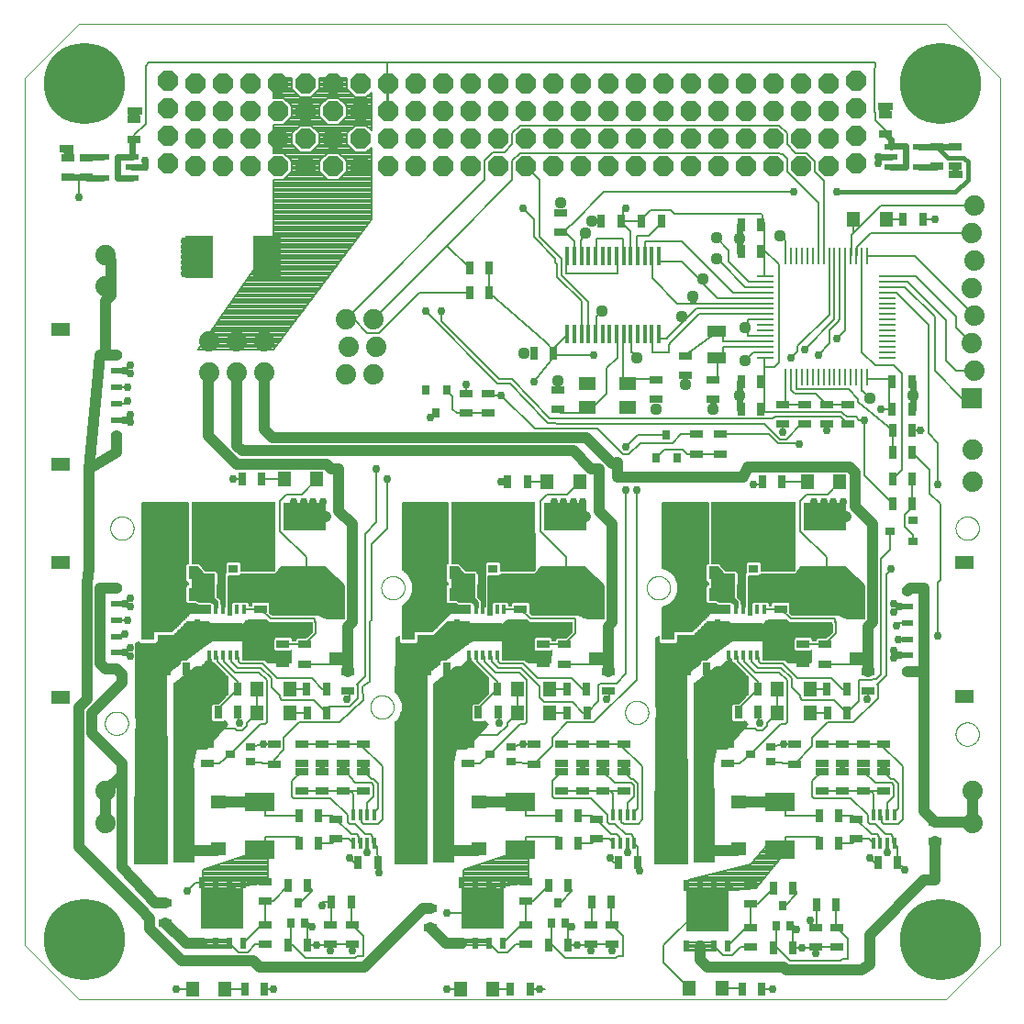
<source format=gtl>
G75*
%MOIN*%
%OFA0B0*%
%FSLAX25Y25*%
%IPPOS*%
%LPD*%
%AMOC8*
5,1,8,0,0,1.08239X$1,22.5*
%
%ADD10OC8,0.07400*%
%ADD11C,0.00000*%
%ADD12C,0.29528*%
%ADD13R,0.04724X0.03150*%
%ADD14R,0.03150X0.04724*%
%ADD15R,0.02756X0.03543*%
%ADD16R,0.02402X0.04016*%
%ADD17R,0.15394X0.15000*%
%ADD18R,0.04724X0.07874*%
%ADD19R,0.15748X0.09843*%
%ADD20R,0.03543X0.03150*%
%ADD21R,0.04724X0.05512*%
%ADD22R,0.03543X0.02756*%
%ADD23R,0.10630X0.07087*%
%ADD24R,0.09500X0.13500*%
%ADD25R,0.05000X0.05787*%
%ADD26R,0.05787X0.05000*%
%ADD27R,0.11201X0.06500*%
%ADD28R,0.01654X0.03500*%
%ADD29R,0.01772X0.03937*%
%ADD30R,0.03937X0.02362*%
%ADD31R,0.07087X0.04921*%
%ADD32R,0.00984X0.06102*%
%ADD33R,0.06102X0.00984*%
%ADD34R,0.01575X0.06890*%
%ADD35R,0.07087X0.03937*%
%ADD36C,0.00800*%
%ADD37C,0.04400*%
%ADD38C,0.02400*%
%ADD39R,0.06299X0.04921*%
%ADD40R,0.03937X0.00984*%
%ADD41R,0.00984X0.03937*%
%ADD42C,0.07400*%
%ADD43R,0.07400X0.07400*%
%ADD44R,0.04724X0.02362*%
%ADD45R,0.09843X0.15748*%
%ADD46R,0.03150X0.03543*%
%ADD47C,0.02978*%
%ADD48C,0.00197*%
%ADD49C,0.00600*%
%ADD50C,0.04000*%
%ADD51R,0.02978X0.02978*%
%ADD52C,0.00787*%
%ADD53C,0.01600*%
%ADD54C,0.00591*%
%ADD55C,0.02000*%
%ADD56C,0.01000*%
D10*
X0077787Y0321425D03*
X0077787Y0331425D03*
X0077787Y0341425D03*
X0077787Y0351425D03*
X0087787Y0350425D03*
X0087787Y0340425D03*
X0097787Y0340425D03*
X0097787Y0350425D03*
X0107787Y0350425D03*
X0107787Y0340425D03*
X0117787Y0340425D03*
X0117787Y0350425D03*
X0127787Y0350425D03*
X0127787Y0340425D03*
X0137787Y0340425D03*
X0137787Y0350425D03*
X0147787Y0350425D03*
X0147787Y0340425D03*
X0147787Y0330425D03*
X0147787Y0320425D03*
X0137787Y0320425D03*
X0127787Y0320425D03*
X0127787Y0330425D03*
X0137787Y0330425D03*
X0117787Y0330425D03*
X0107787Y0330425D03*
X0107787Y0320425D03*
X0117787Y0320425D03*
X0097787Y0320425D03*
X0087787Y0320425D03*
X0087787Y0330425D03*
X0097787Y0330425D03*
X0157787Y0330425D03*
X0157787Y0320425D03*
X0167787Y0320425D03*
X0167787Y0330425D03*
X0167787Y0340425D03*
X0157787Y0340425D03*
X0157787Y0350425D03*
X0167787Y0350425D03*
X0177787Y0350425D03*
X0177787Y0340425D03*
X0187787Y0340425D03*
X0187787Y0350425D03*
X0197787Y0350425D03*
X0197787Y0340425D03*
X0207787Y0340425D03*
X0207787Y0350425D03*
X0217787Y0350425D03*
X0217787Y0340425D03*
X0227787Y0340425D03*
X0227787Y0350425D03*
X0237787Y0350425D03*
X0237787Y0340425D03*
X0247787Y0340425D03*
X0247787Y0350425D03*
X0257787Y0350425D03*
X0257787Y0340425D03*
X0257787Y0330425D03*
X0257787Y0320425D03*
X0247787Y0320425D03*
X0237787Y0320425D03*
X0237787Y0330425D03*
X0247787Y0330425D03*
X0227787Y0330425D03*
X0217787Y0330425D03*
X0217787Y0320425D03*
X0227787Y0320425D03*
X0207787Y0320425D03*
X0197787Y0320425D03*
X0197787Y0330425D03*
X0207787Y0330425D03*
X0187787Y0330425D03*
X0177787Y0330425D03*
X0177787Y0320425D03*
X0187787Y0320425D03*
X0267787Y0320425D03*
X0267787Y0330425D03*
X0277787Y0330425D03*
X0277787Y0320425D03*
X0287787Y0320425D03*
X0287787Y0330425D03*
X0297787Y0330425D03*
X0297787Y0320425D03*
X0307787Y0320425D03*
X0307787Y0330425D03*
X0317787Y0330425D03*
X0317787Y0320425D03*
X0327787Y0321425D03*
X0327787Y0331425D03*
X0327787Y0341425D03*
X0327787Y0351425D03*
X0317787Y0350425D03*
X0307787Y0350425D03*
X0307787Y0340425D03*
X0317787Y0340425D03*
X0297787Y0340425D03*
X0287787Y0340425D03*
X0287787Y0350425D03*
X0297787Y0350425D03*
X0277787Y0350425D03*
X0267787Y0350425D03*
X0267787Y0340425D03*
X0277787Y0340425D03*
D11*
X0025622Y0352394D02*
X0025622Y0037433D01*
X0045307Y0017748D01*
X0360268Y0017748D01*
X0379953Y0037433D01*
X0379953Y0352394D01*
X0360268Y0372079D01*
X0045307Y0372079D01*
X0025622Y0352394D01*
X0056823Y0189008D02*
X0056825Y0189138D01*
X0056831Y0189267D01*
X0056841Y0189397D01*
X0056855Y0189526D01*
X0056873Y0189654D01*
X0056894Y0189782D01*
X0056920Y0189909D01*
X0056950Y0190035D01*
X0056983Y0190161D01*
X0057020Y0190285D01*
X0057061Y0190408D01*
X0057106Y0190530D01*
X0057155Y0190650D01*
X0057207Y0190769D01*
X0057262Y0190886D01*
X0057322Y0191001D01*
X0057385Y0191115D01*
X0057451Y0191226D01*
X0057521Y0191336D01*
X0057594Y0191443D01*
X0057670Y0191548D01*
X0057749Y0191650D01*
X0057832Y0191750D01*
X0057917Y0191848D01*
X0058006Y0191943D01*
X0058097Y0192035D01*
X0058191Y0192124D01*
X0058288Y0192210D01*
X0058388Y0192293D01*
X0058489Y0192374D01*
X0058594Y0192451D01*
X0058700Y0192525D01*
X0058809Y0192595D01*
X0058920Y0192662D01*
X0059033Y0192726D01*
X0059148Y0192786D01*
X0059265Y0192843D01*
X0059383Y0192896D01*
X0059503Y0192945D01*
X0059625Y0192991D01*
X0059747Y0193033D01*
X0059871Y0193071D01*
X0059996Y0193105D01*
X0060122Y0193136D01*
X0060249Y0193163D01*
X0060377Y0193185D01*
X0060505Y0193204D01*
X0060634Y0193219D01*
X0060763Y0193230D01*
X0060893Y0193237D01*
X0061023Y0193240D01*
X0061152Y0193239D01*
X0061282Y0193234D01*
X0061411Y0193225D01*
X0061540Y0193212D01*
X0061669Y0193195D01*
X0061797Y0193174D01*
X0061924Y0193150D01*
X0062051Y0193121D01*
X0062176Y0193089D01*
X0062301Y0193052D01*
X0062424Y0193012D01*
X0062546Y0192969D01*
X0062667Y0192921D01*
X0062786Y0192870D01*
X0062904Y0192815D01*
X0063019Y0192756D01*
X0063133Y0192694D01*
X0063245Y0192629D01*
X0063355Y0192560D01*
X0063463Y0192488D01*
X0063569Y0192413D01*
X0063672Y0192334D01*
X0063773Y0192252D01*
X0063871Y0192167D01*
X0063966Y0192080D01*
X0064059Y0191989D01*
X0064149Y0191896D01*
X0064236Y0191799D01*
X0064320Y0191701D01*
X0064401Y0191599D01*
X0064479Y0191496D01*
X0064553Y0191389D01*
X0064625Y0191281D01*
X0064693Y0191171D01*
X0064757Y0191058D01*
X0064818Y0190944D01*
X0064876Y0190827D01*
X0064930Y0190710D01*
X0064980Y0190590D01*
X0065027Y0190469D01*
X0065070Y0190347D01*
X0065109Y0190223D01*
X0065144Y0190098D01*
X0065176Y0189972D01*
X0065203Y0189846D01*
X0065227Y0189718D01*
X0065247Y0189590D01*
X0065263Y0189461D01*
X0065275Y0189332D01*
X0065283Y0189202D01*
X0065287Y0189073D01*
X0065287Y0188943D01*
X0065283Y0188814D01*
X0065275Y0188684D01*
X0065263Y0188555D01*
X0065247Y0188426D01*
X0065227Y0188298D01*
X0065203Y0188170D01*
X0065176Y0188044D01*
X0065144Y0187918D01*
X0065109Y0187793D01*
X0065070Y0187669D01*
X0065027Y0187547D01*
X0064980Y0187426D01*
X0064930Y0187306D01*
X0064876Y0187189D01*
X0064818Y0187072D01*
X0064757Y0186958D01*
X0064693Y0186845D01*
X0064625Y0186735D01*
X0064553Y0186627D01*
X0064479Y0186520D01*
X0064401Y0186417D01*
X0064320Y0186315D01*
X0064236Y0186217D01*
X0064149Y0186120D01*
X0064059Y0186027D01*
X0063966Y0185936D01*
X0063871Y0185849D01*
X0063773Y0185764D01*
X0063672Y0185682D01*
X0063569Y0185603D01*
X0063463Y0185528D01*
X0063355Y0185456D01*
X0063245Y0185387D01*
X0063133Y0185322D01*
X0063019Y0185260D01*
X0062904Y0185201D01*
X0062786Y0185146D01*
X0062667Y0185095D01*
X0062546Y0185047D01*
X0062424Y0185004D01*
X0062301Y0184964D01*
X0062176Y0184927D01*
X0062051Y0184895D01*
X0061924Y0184866D01*
X0061797Y0184842D01*
X0061669Y0184821D01*
X0061540Y0184804D01*
X0061411Y0184791D01*
X0061282Y0184782D01*
X0061152Y0184777D01*
X0061023Y0184776D01*
X0060893Y0184779D01*
X0060763Y0184786D01*
X0060634Y0184797D01*
X0060505Y0184812D01*
X0060377Y0184831D01*
X0060249Y0184853D01*
X0060122Y0184880D01*
X0059996Y0184911D01*
X0059871Y0184945D01*
X0059747Y0184983D01*
X0059625Y0185025D01*
X0059503Y0185071D01*
X0059383Y0185120D01*
X0059265Y0185173D01*
X0059148Y0185230D01*
X0059033Y0185290D01*
X0058920Y0185354D01*
X0058809Y0185421D01*
X0058700Y0185491D01*
X0058594Y0185565D01*
X0058489Y0185642D01*
X0058388Y0185723D01*
X0058288Y0185806D01*
X0058191Y0185892D01*
X0058097Y0185981D01*
X0058006Y0186073D01*
X0057917Y0186168D01*
X0057832Y0186266D01*
X0057749Y0186366D01*
X0057670Y0186468D01*
X0057594Y0186573D01*
X0057521Y0186680D01*
X0057451Y0186790D01*
X0057385Y0186901D01*
X0057322Y0187015D01*
X0057262Y0187130D01*
X0057207Y0187247D01*
X0057155Y0187366D01*
X0057106Y0187486D01*
X0057061Y0187608D01*
X0057020Y0187731D01*
X0056983Y0187855D01*
X0056950Y0187981D01*
X0056920Y0188107D01*
X0056894Y0188234D01*
X0056873Y0188362D01*
X0056855Y0188490D01*
X0056841Y0188619D01*
X0056831Y0188749D01*
X0056825Y0188878D01*
X0056823Y0189008D01*
X0054855Y0118142D02*
X0054857Y0118272D01*
X0054863Y0118401D01*
X0054873Y0118531D01*
X0054887Y0118660D01*
X0054905Y0118788D01*
X0054926Y0118916D01*
X0054952Y0119043D01*
X0054982Y0119169D01*
X0055015Y0119295D01*
X0055052Y0119419D01*
X0055093Y0119542D01*
X0055138Y0119664D01*
X0055187Y0119784D01*
X0055239Y0119903D01*
X0055294Y0120020D01*
X0055354Y0120135D01*
X0055417Y0120249D01*
X0055483Y0120360D01*
X0055553Y0120470D01*
X0055626Y0120577D01*
X0055702Y0120682D01*
X0055781Y0120784D01*
X0055864Y0120884D01*
X0055949Y0120982D01*
X0056038Y0121077D01*
X0056129Y0121169D01*
X0056223Y0121258D01*
X0056320Y0121344D01*
X0056420Y0121427D01*
X0056521Y0121508D01*
X0056626Y0121585D01*
X0056732Y0121659D01*
X0056841Y0121729D01*
X0056952Y0121796D01*
X0057065Y0121860D01*
X0057180Y0121920D01*
X0057297Y0121977D01*
X0057415Y0122030D01*
X0057535Y0122079D01*
X0057657Y0122125D01*
X0057779Y0122167D01*
X0057903Y0122205D01*
X0058028Y0122239D01*
X0058154Y0122270D01*
X0058281Y0122297D01*
X0058409Y0122319D01*
X0058537Y0122338D01*
X0058666Y0122353D01*
X0058795Y0122364D01*
X0058925Y0122371D01*
X0059055Y0122374D01*
X0059184Y0122373D01*
X0059314Y0122368D01*
X0059443Y0122359D01*
X0059572Y0122346D01*
X0059701Y0122329D01*
X0059829Y0122308D01*
X0059956Y0122284D01*
X0060083Y0122255D01*
X0060208Y0122223D01*
X0060333Y0122186D01*
X0060456Y0122146D01*
X0060578Y0122103D01*
X0060699Y0122055D01*
X0060818Y0122004D01*
X0060936Y0121949D01*
X0061051Y0121890D01*
X0061165Y0121828D01*
X0061277Y0121763D01*
X0061387Y0121694D01*
X0061495Y0121622D01*
X0061601Y0121547D01*
X0061704Y0121468D01*
X0061805Y0121386D01*
X0061903Y0121301D01*
X0061998Y0121214D01*
X0062091Y0121123D01*
X0062181Y0121030D01*
X0062268Y0120933D01*
X0062352Y0120835D01*
X0062433Y0120733D01*
X0062511Y0120630D01*
X0062585Y0120523D01*
X0062657Y0120415D01*
X0062725Y0120305D01*
X0062789Y0120192D01*
X0062850Y0120078D01*
X0062908Y0119961D01*
X0062962Y0119844D01*
X0063012Y0119724D01*
X0063059Y0119603D01*
X0063102Y0119481D01*
X0063141Y0119357D01*
X0063176Y0119232D01*
X0063208Y0119106D01*
X0063235Y0118980D01*
X0063259Y0118852D01*
X0063279Y0118724D01*
X0063295Y0118595D01*
X0063307Y0118466D01*
X0063315Y0118336D01*
X0063319Y0118207D01*
X0063319Y0118077D01*
X0063315Y0117948D01*
X0063307Y0117818D01*
X0063295Y0117689D01*
X0063279Y0117560D01*
X0063259Y0117432D01*
X0063235Y0117304D01*
X0063208Y0117178D01*
X0063176Y0117052D01*
X0063141Y0116927D01*
X0063102Y0116803D01*
X0063059Y0116681D01*
X0063012Y0116560D01*
X0062962Y0116440D01*
X0062908Y0116323D01*
X0062850Y0116206D01*
X0062789Y0116092D01*
X0062725Y0115979D01*
X0062657Y0115869D01*
X0062585Y0115761D01*
X0062511Y0115654D01*
X0062433Y0115551D01*
X0062352Y0115449D01*
X0062268Y0115351D01*
X0062181Y0115254D01*
X0062091Y0115161D01*
X0061998Y0115070D01*
X0061903Y0114983D01*
X0061805Y0114898D01*
X0061704Y0114816D01*
X0061601Y0114737D01*
X0061495Y0114662D01*
X0061387Y0114590D01*
X0061277Y0114521D01*
X0061165Y0114456D01*
X0061051Y0114394D01*
X0060936Y0114335D01*
X0060818Y0114280D01*
X0060699Y0114229D01*
X0060578Y0114181D01*
X0060456Y0114138D01*
X0060333Y0114098D01*
X0060208Y0114061D01*
X0060083Y0114029D01*
X0059956Y0114000D01*
X0059829Y0113976D01*
X0059701Y0113955D01*
X0059572Y0113938D01*
X0059443Y0113925D01*
X0059314Y0113916D01*
X0059184Y0113911D01*
X0059055Y0113910D01*
X0058925Y0113913D01*
X0058795Y0113920D01*
X0058666Y0113931D01*
X0058537Y0113946D01*
X0058409Y0113965D01*
X0058281Y0113987D01*
X0058154Y0114014D01*
X0058028Y0114045D01*
X0057903Y0114079D01*
X0057779Y0114117D01*
X0057657Y0114159D01*
X0057535Y0114205D01*
X0057415Y0114254D01*
X0057297Y0114307D01*
X0057180Y0114364D01*
X0057065Y0114424D01*
X0056952Y0114488D01*
X0056841Y0114555D01*
X0056732Y0114625D01*
X0056626Y0114699D01*
X0056521Y0114776D01*
X0056420Y0114857D01*
X0056320Y0114940D01*
X0056223Y0115026D01*
X0056129Y0115115D01*
X0056038Y0115207D01*
X0055949Y0115302D01*
X0055864Y0115400D01*
X0055781Y0115500D01*
X0055702Y0115602D01*
X0055626Y0115707D01*
X0055553Y0115814D01*
X0055483Y0115924D01*
X0055417Y0116035D01*
X0055354Y0116149D01*
X0055294Y0116264D01*
X0055239Y0116381D01*
X0055187Y0116500D01*
X0055138Y0116620D01*
X0055093Y0116742D01*
X0055052Y0116865D01*
X0055015Y0116989D01*
X0054982Y0117115D01*
X0054952Y0117241D01*
X0054926Y0117368D01*
X0054905Y0117496D01*
X0054887Y0117624D01*
X0054873Y0117753D01*
X0054863Y0117883D01*
X0054857Y0118012D01*
X0054855Y0118142D01*
X0151311Y0124047D02*
X0151313Y0124177D01*
X0151319Y0124306D01*
X0151329Y0124436D01*
X0151343Y0124565D01*
X0151361Y0124693D01*
X0151382Y0124821D01*
X0151408Y0124948D01*
X0151438Y0125074D01*
X0151471Y0125200D01*
X0151508Y0125324D01*
X0151549Y0125447D01*
X0151594Y0125569D01*
X0151643Y0125689D01*
X0151695Y0125808D01*
X0151750Y0125925D01*
X0151810Y0126040D01*
X0151873Y0126154D01*
X0151939Y0126265D01*
X0152009Y0126375D01*
X0152082Y0126482D01*
X0152158Y0126587D01*
X0152237Y0126689D01*
X0152320Y0126789D01*
X0152405Y0126887D01*
X0152494Y0126982D01*
X0152585Y0127074D01*
X0152679Y0127163D01*
X0152776Y0127249D01*
X0152876Y0127332D01*
X0152977Y0127413D01*
X0153082Y0127490D01*
X0153188Y0127564D01*
X0153297Y0127634D01*
X0153408Y0127701D01*
X0153521Y0127765D01*
X0153636Y0127825D01*
X0153753Y0127882D01*
X0153871Y0127935D01*
X0153991Y0127984D01*
X0154113Y0128030D01*
X0154235Y0128072D01*
X0154359Y0128110D01*
X0154484Y0128144D01*
X0154610Y0128175D01*
X0154737Y0128202D01*
X0154865Y0128224D01*
X0154993Y0128243D01*
X0155122Y0128258D01*
X0155251Y0128269D01*
X0155381Y0128276D01*
X0155511Y0128279D01*
X0155640Y0128278D01*
X0155770Y0128273D01*
X0155899Y0128264D01*
X0156028Y0128251D01*
X0156157Y0128234D01*
X0156285Y0128213D01*
X0156412Y0128189D01*
X0156539Y0128160D01*
X0156664Y0128128D01*
X0156789Y0128091D01*
X0156912Y0128051D01*
X0157034Y0128008D01*
X0157155Y0127960D01*
X0157274Y0127909D01*
X0157392Y0127854D01*
X0157507Y0127795D01*
X0157621Y0127733D01*
X0157733Y0127668D01*
X0157843Y0127599D01*
X0157951Y0127527D01*
X0158057Y0127452D01*
X0158160Y0127373D01*
X0158261Y0127291D01*
X0158359Y0127206D01*
X0158454Y0127119D01*
X0158547Y0127028D01*
X0158637Y0126935D01*
X0158724Y0126838D01*
X0158808Y0126740D01*
X0158889Y0126638D01*
X0158967Y0126535D01*
X0159041Y0126428D01*
X0159113Y0126320D01*
X0159181Y0126210D01*
X0159245Y0126097D01*
X0159306Y0125983D01*
X0159364Y0125866D01*
X0159418Y0125749D01*
X0159468Y0125629D01*
X0159515Y0125508D01*
X0159558Y0125386D01*
X0159597Y0125262D01*
X0159632Y0125137D01*
X0159664Y0125011D01*
X0159691Y0124885D01*
X0159715Y0124757D01*
X0159735Y0124629D01*
X0159751Y0124500D01*
X0159763Y0124371D01*
X0159771Y0124241D01*
X0159775Y0124112D01*
X0159775Y0123982D01*
X0159771Y0123853D01*
X0159763Y0123723D01*
X0159751Y0123594D01*
X0159735Y0123465D01*
X0159715Y0123337D01*
X0159691Y0123209D01*
X0159664Y0123083D01*
X0159632Y0122957D01*
X0159597Y0122832D01*
X0159558Y0122708D01*
X0159515Y0122586D01*
X0159468Y0122465D01*
X0159418Y0122345D01*
X0159364Y0122228D01*
X0159306Y0122111D01*
X0159245Y0121997D01*
X0159181Y0121884D01*
X0159113Y0121774D01*
X0159041Y0121666D01*
X0158967Y0121559D01*
X0158889Y0121456D01*
X0158808Y0121354D01*
X0158724Y0121256D01*
X0158637Y0121159D01*
X0158547Y0121066D01*
X0158454Y0120975D01*
X0158359Y0120888D01*
X0158261Y0120803D01*
X0158160Y0120721D01*
X0158057Y0120642D01*
X0157951Y0120567D01*
X0157843Y0120495D01*
X0157733Y0120426D01*
X0157621Y0120361D01*
X0157507Y0120299D01*
X0157392Y0120240D01*
X0157274Y0120185D01*
X0157155Y0120134D01*
X0157034Y0120086D01*
X0156912Y0120043D01*
X0156789Y0120003D01*
X0156664Y0119966D01*
X0156539Y0119934D01*
X0156412Y0119905D01*
X0156285Y0119881D01*
X0156157Y0119860D01*
X0156028Y0119843D01*
X0155899Y0119830D01*
X0155770Y0119821D01*
X0155640Y0119816D01*
X0155511Y0119815D01*
X0155381Y0119818D01*
X0155251Y0119825D01*
X0155122Y0119836D01*
X0154993Y0119851D01*
X0154865Y0119870D01*
X0154737Y0119892D01*
X0154610Y0119919D01*
X0154484Y0119950D01*
X0154359Y0119984D01*
X0154235Y0120022D01*
X0154113Y0120064D01*
X0153991Y0120110D01*
X0153871Y0120159D01*
X0153753Y0120212D01*
X0153636Y0120269D01*
X0153521Y0120329D01*
X0153408Y0120393D01*
X0153297Y0120460D01*
X0153188Y0120530D01*
X0153082Y0120604D01*
X0152977Y0120681D01*
X0152876Y0120762D01*
X0152776Y0120845D01*
X0152679Y0120931D01*
X0152585Y0121020D01*
X0152494Y0121112D01*
X0152405Y0121207D01*
X0152320Y0121305D01*
X0152237Y0121405D01*
X0152158Y0121507D01*
X0152082Y0121612D01*
X0152009Y0121719D01*
X0151939Y0121829D01*
X0151873Y0121940D01*
X0151810Y0122054D01*
X0151750Y0122169D01*
X0151695Y0122286D01*
X0151643Y0122405D01*
X0151594Y0122525D01*
X0151549Y0122647D01*
X0151508Y0122770D01*
X0151471Y0122894D01*
X0151438Y0123020D01*
X0151408Y0123146D01*
X0151382Y0123273D01*
X0151361Y0123401D01*
X0151343Y0123529D01*
X0151329Y0123658D01*
X0151319Y0123788D01*
X0151313Y0123917D01*
X0151311Y0124047D01*
X0155248Y0167354D02*
X0155250Y0167484D01*
X0155256Y0167613D01*
X0155266Y0167743D01*
X0155280Y0167872D01*
X0155298Y0168000D01*
X0155319Y0168128D01*
X0155345Y0168255D01*
X0155375Y0168381D01*
X0155408Y0168507D01*
X0155445Y0168631D01*
X0155486Y0168754D01*
X0155531Y0168876D01*
X0155580Y0168996D01*
X0155632Y0169115D01*
X0155687Y0169232D01*
X0155747Y0169347D01*
X0155810Y0169461D01*
X0155876Y0169572D01*
X0155946Y0169682D01*
X0156019Y0169789D01*
X0156095Y0169894D01*
X0156174Y0169996D01*
X0156257Y0170096D01*
X0156342Y0170194D01*
X0156431Y0170289D01*
X0156522Y0170381D01*
X0156616Y0170470D01*
X0156713Y0170556D01*
X0156813Y0170639D01*
X0156914Y0170720D01*
X0157019Y0170797D01*
X0157125Y0170871D01*
X0157234Y0170941D01*
X0157345Y0171008D01*
X0157458Y0171072D01*
X0157573Y0171132D01*
X0157690Y0171189D01*
X0157808Y0171242D01*
X0157928Y0171291D01*
X0158050Y0171337D01*
X0158172Y0171379D01*
X0158296Y0171417D01*
X0158421Y0171451D01*
X0158547Y0171482D01*
X0158674Y0171509D01*
X0158802Y0171531D01*
X0158930Y0171550D01*
X0159059Y0171565D01*
X0159188Y0171576D01*
X0159318Y0171583D01*
X0159448Y0171586D01*
X0159577Y0171585D01*
X0159707Y0171580D01*
X0159836Y0171571D01*
X0159965Y0171558D01*
X0160094Y0171541D01*
X0160222Y0171520D01*
X0160349Y0171496D01*
X0160476Y0171467D01*
X0160601Y0171435D01*
X0160726Y0171398D01*
X0160849Y0171358D01*
X0160971Y0171315D01*
X0161092Y0171267D01*
X0161211Y0171216D01*
X0161329Y0171161D01*
X0161444Y0171102D01*
X0161558Y0171040D01*
X0161670Y0170975D01*
X0161780Y0170906D01*
X0161888Y0170834D01*
X0161994Y0170759D01*
X0162097Y0170680D01*
X0162198Y0170598D01*
X0162296Y0170513D01*
X0162391Y0170426D01*
X0162484Y0170335D01*
X0162574Y0170242D01*
X0162661Y0170145D01*
X0162745Y0170047D01*
X0162826Y0169945D01*
X0162904Y0169842D01*
X0162978Y0169735D01*
X0163050Y0169627D01*
X0163118Y0169517D01*
X0163182Y0169404D01*
X0163243Y0169290D01*
X0163301Y0169173D01*
X0163355Y0169056D01*
X0163405Y0168936D01*
X0163452Y0168815D01*
X0163495Y0168693D01*
X0163534Y0168569D01*
X0163569Y0168444D01*
X0163601Y0168318D01*
X0163628Y0168192D01*
X0163652Y0168064D01*
X0163672Y0167936D01*
X0163688Y0167807D01*
X0163700Y0167678D01*
X0163708Y0167548D01*
X0163712Y0167419D01*
X0163712Y0167289D01*
X0163708Y0167160D01*
X0163700Y0167030D01*
X0163688Y0166901D01*
X0163672Y0166772D01*
X0163652Y0166644D01*
X0163628Y0166516D01*
X0163601Y0166390D01*
X0163569Y0166264D01*
X0163534Y0166139D01*
X0163495Y0166015D01*
X0163452Y0165893D01*
X0163405Y0165772D01*
X0163355Y0165652D01*
X0163301Y0165535D01*
X0163243Y0165418D01*
X0163182Y0165304D01*
X0163118Y0165191D01*
X0163050Y0165081D01*
X0162978Y0164973D01*
X0162904Y0164866D01*
X0162826Y0164763D01*
X0162745Y0164661D01*
X0162661Y0164563D01*
X0162574Y0164466D01*
X0162484Y0164373D01*
X0162391Y0164282D01*
X0162296Y0164195D01*
X0162198Y0164110D01*
X0162097Y0164028D01*
X0161994Y0163949D01*
X0161888Y0163874D01*
X0161780Y0163802D01*
X0161670Y0163733D01*
X0161558Y0163668D01*
X0161444Y0163606D01*
X0161329Y0163547D01*
X0161211Y0163492D01*
X0161092Y0163441D01*
X0160971Y0163393D01*
X0160849Y0163350D01*
X0160726Y0163310D01*
X0160601Y0163273D01*
X0160476Y0163241D01*
X0160349Y0163212D01*
X0160222Y0163188D01*
X0160094Y0163167D01*
X0159965Y0163150D01*
X0159836Y0163137D01*
X0159707Y0163128D01*
X0159577Y0163123D01*
X0159448Y0163122D01*
X0159318Y0163125D01*
X0159188Y0163132D01*
X0159059Y0163143D01*
X0158930Y0163158D01*
X0158802Y0163177D01*
X0158674Y0163199D01*
X0158547Y0163226D01*
X0158421Y0163257D01*
X0158296Y0163291D01*
X0158172Y0163329D01*
X0158050Y0163371D01*
X0157928Y0163417D01*
X0157808Y0163466D01*
X0157690Y0163519D01*
X0157573Y0163576D01*
X0157458Y0163636D01*
X0157345Y0163700D01*
X0157234Y0163767D01*
X0157125Y0163837D01*
X0157019Y0163911D01*
X0156914Y0163988D01*
X0156813Y0164069D01*
X0156713Y0164152D01*
X0156616Y0164238D01*
X0156522Y0164327D01*
X0156431Y0164419D01*
X0156342Y0164514D01*
X0156257Y0164612D01*
X0156174Y0164712D01*
X0156095Y0164814D01*
X0156019Y0164919D01*
X0155946Y0165026D01*
X0155876Y0165136D01*
X0155810Y0165247D01*
X0155747Y0165361D01*
X0155687Y0165476D01*
X0155632Y0165593D01*
X0155580Y0165712D01*
X0155531Y0165832D01*
X0155486Y0165954D01*
X0155445Y0166077D01*
X0155408Y0166201D01*
X0155375Y0166327D01*
X0155345Y0166453D01*
X0155319Y0166580D01*
X0155298Y0166708D01*
X0155280Y0166836D01*
X0155266Y0166965D01*
X0155256Y0167095D01*
X0155250Y0167224D01*
X0155248Y0167354D01*
X0243831Y0122079D02*
X0243833Y0122209D01*
X0243839Y0122338D01*
X0243849Y0122468D01*
X0243863Y0122597D01*
X0243881Y0122725D01*
X0243902Y0122853D01*
X0243928Y0122980D01*
X0243958Y0123106D01*
X0243991Y0123232D01*
X0244028Y0123356D01*
X0244069Y0123479D01*
X0244114Y0123601D01*
X0244163Y0123721D01*
X0244215Y0123840D01*
X0244270Y0123957D01*
X0244330Y0124072D01*
X0244393Y0124186D01*
X0244459Y0124297D01*
X0244529Y0124407D01*
X0244602Y0124514D01*
X0244678Y0124619D01*
X0244757Y0124721D01*
X0244840Y0124821D01*
X0244925Y0124919D01*
X0245014Y0125014D01*
X0245105Y0125106D01*
X0245199Y0125195D01*
X0245296Y0125281D01*
X0245396Y0125364D01*
X0245497Y0125445D01*
X0245602Y0125522D01*
X0245708Y0125596D01*
X0245817Y0125666D01*
X0245928Y0125733D01*
X0246041Y0125797D01*
X0246156Y0125857D01*
X0246273Y0125914D01*
X0246391Y0125967D01*
X0246511Y0126016D01*
X0246633Y0126062D01*
X0246755Y0126104D01*
X0246879Y0126142D01*
X0247004Y0126176D01*
X0247130Y0126207D01*
X0247257Y0126234D01*
X0247385Y0126256D01*
X0247513Y0126275D01*
X0247642Y0126290D01*
X0247771Y0126301D01*
X0247901Y0126308D01*
X0248031Y0126311D01*
X0248160Y0126310D01*
X0248290Y0126305D01*
X0248419Y0126296D01*
X0248548Y0126283D01*
X0248677Y0126266D01*
X0248805Y0126245D01*
X0248932Y0126221D01*
X0249059Y0126192D01*
X0249184Y0126160D01*
X0249309Y0126123D01*
X0249432Y0126083D01*
X0249554Y0126040D01*
X0249675Y0125992D01*
X0249794Y0125941D01*
X0249912Y0125886D01*
X0250027Y0125827D01*
X0250141Y0125765D01*
X0250253Y0125700D01*
X0250363Y0125631D01*
X0250471Y0125559D01*
X0250577Y0125484D01*
X0250680Y0125405D01*
X0250781Y0125323D01*
X0250879Y0125238D01*
X0250974Y0125151D01*
X0251067Y0125060D01*
X0251157Y0124967D01*
X0251244Y0124870D01*
X0251328Y0124772D01*
X0251409Y0124670D01*
X0251487Y0124567D01*
X0251561Y0124460D01*
X0251633Y0124352D01*
X0251701Y0124242D01*
X0251765Y0124129D01*
X0251826Y0124015D01*
X0251884Y0123898D01*
X0251938Y0123781D01*
X0251988Y0123661D01*
X0252035Y0123540D01*
X0252078Y0123418D01*
X0252117Y0123294D01*
X0252152Y0123169D01*
X0252184Y0123043D01*
X0252211Y0122917D01*
X0252235Y0122789D01*
X0252255Y0122661D01*
X0252271Y0122532D01*
X0252283Y0122403D01*
X0252291Y0122273D01*
X0252295Y0122144D01*
X0252295Y0122014D01*
X0252291Y0121885D01*
X0252283Y0121755D01*
X0252271Y0121626D01*
X0252255Y0121497D01*
X0252235Y0121369D01*
X0252211Y0121241D01*
X0252184Y0121115D01*
X0252152Y0120989D01*
X0252117Y0120864D01*
X0252078Y0120740D01*
X0252035Y0120618D01*
X0251988Y0120497D01*
X0251938Y0120377D01*
X0251884Y0120260D01*
X0251826Y0120143D01*
X0251765Y0120029D01*
X0251701Y0119916D01*
X0251633Y0119806D01*
X0251561Y0119698D01*
X0251487Y0119591D01*
X0251409Y0119488D01*
X0251328Y0119386D01*
X0251244Y0119288D01*
X0251157Y0119191D01*
X0251067Y0119098D01*
X0250974Y0119007D01*
X0250879Y0118920D01*
X0250781Y0118835D01*
X0250680Y0118753D01*
X0250577Y0118674D01*
X0250471Y0118599D01*
X0250363Y0118527D01*
X0250253Y0118458D01*
X0250141Y0118393D01*
X0250027Y0118331D01*
X0249912Y0118272D01*
X0249794Y0118217D01*
X0249675Y0118166D01*
X0249554Y0118118D01*
X0249432Y0118075D01*
X0249309Y0118035D01*
X0249184Y0117998D01*
X0249059Y0117966D01*
X0248932Y0117937D01*
X0248805Y0117913D01*
X0248677Y0117892D01*
X0248548Y0117875D01*
X0248419Y0117862D01*
X0248290Y0117853D01*
X0248160Y0117848D01*
X0248031Y0117847D01*
X0247901Y0117850D01*
X0247771Y0117857D01*
X0247642Y0117868D01*
X0247513Y0117883D01*
X0247385Y0117902D01*
X0247257Y0117924D01*
X0247130Y0117951D01*
X0247004Y0117982D01*
X0246879Y0118016D01*
X0246755Y0118054D01*
X0246633Y0118096D01*
X0246511Y0118142D01*
X0246391Y0118191D01*
X0246273Y0118244D01*
X0246156Y0118301D01*
X0246041Y0118361D01*
X0245928Y0118425D01*
X0245817Y0118492D01*
X0245708Y0118562D01*
X0245602Y0118636D01*
X0245497Y0118713D01*
X0245396Y0118794D01*
X0245296Y0118877D01*
X0245199Y0118963D01*
X0245105Y0119052D01*
X0245014Y0119144D01*
X0244925Y0119239D01*
X0244840Y0119337D01*
X0244757Y0119437D01*
X0244678Y0119539D01*
X0244602Y0119644D01*
X0244529Y0119751D01*
X0244459Y0119861D01*
X0244393Y0119972D01*
X0244330Y0120086D01*
X0244270Y0120201D01*
X0244215Y0120318D01*
X0244163Y0120437D01*
X0244114Y0120557D01*
X0244069Y0120679D01*
X0244028Y0120802D01*
X0243991Y0120926D01*
X0243958Y0121052D01*
X0243928Y0121178D01*
X0243902Y0121305D01*
X0243881Y0121433D01*
X0243863Y0121561D01*
X0243849Y0121690D01*
X0243839Y0121820D01*
X0243833Y0121949D01*
X0243831Y0122079D01*
X0251705Y0167354D02*
X0251707Y0167484D01*
X0251713Y0167613D01*
X0251723Y0167743D01*
X0251737Y0167872D01*
X0251755Y0168000D01*
X0251776Y0168128D01*
X0251802Y0168255D01*
X0251832Y0168381D01*
X0251865Y0168507D01*
X0251902Y0168631D01*
X0251943Y0168754D01*
X0251988Y0168876D01*
X0252037Y0168996D01*
X0252089Y0169115D01*
X0252144Y0169232D01*
X0252204Y0169347D01*
X0252267Y0169461D01*
X0252333Y0169572D01*
X0252403Y0169682D01*
X0252476Y0169789D01*
X0252552Y0169894D01*
X0252631Y0169996D01*
X0252714Y0170096D01*
X0252799Y0170194D01*
X0252888Y0170289D01*
X0252979Y0170381D01*
X0253073Y0170470D01*
X0253170Y0170556D01*
X0253270Y0170639D01*
X0253371Y0170720D01*
X0253476Y0170797D01*
X0253582Y0170871D01*
X0253691Y0170941D01*
X0253802Y0171008D01*
X0253915Y0171072D01*
X0254030Y0171132D01*
X0254147Y0171189D01*
X0254265Y0171242D01*
X0254385Y0171291D01*
X0254507Y0171337D01*
X0254629Y0171379D01*
X0254753Y0171417D01*
X0254878Y0171451D01*
X0255004Y0171482D01*
X0255131Y0171509D01*
X0255259Y0171531D01*
X0255387Y0171550D01*
X0255516Y0171565D01*
X0255645Y0171576D01*
X0255775Y0171583D01*
X0255905Y0171586D01*
X0256034Y0171585D01*
X0256164Y0171580D01*
X0256293Y0171571D01*
X0256422Y0171558D01*
X0256551Y0171541D01*
X0256679Y0171520D01*
X0256806Y0171496D01*
X0256933Y0171467D01*
X0257058Y0171435D01*
X0257183Y0171398D01*
X0257306Y0171358D01*
X0257428Y0171315D01*
X0257549Y0171267D01*
X0257668Y0171216D01*
X0257786Y0171161D01*
X0257901Y0171102D01*
X0258015Y0171040D01*
X0258127Y0170975D01*
X0258237Y0170906D01*
X0258345Y0170834D01*
X0258451Y0170759D01*
X0258554Y0170680D01*
X0258655Y0170598D01*
X0258753Y0170513D01*
X0258848Y0170426D01*
X0258941Y0170335D01*
X0259031Y0170242D01*
X0259118Y0170145D01*
X0259202Y0170047D01*
X0259283Y0169945D01*
X0259361Y0169842D01*
X0259435Y0169735D01*
X0259507Y0169627D01*
X0259575Y0169517D01*
X0259639Y0169404D01*
X0259700Y0169290D01*
X0259758Y0169173D01*
X0259812Y0169056D01*
X0259862Y0168936D01*
X0259909Y0168815D01*
X0259952Y0168693D01*
X0259991Y0168569D01*
X0260026Y0168444D01*
X0260058Y0168318D01*
X0260085Y0168192D01*
X0260109Y0168064D01*
X0260129Y0167936D01*
X0260145Y0167807D01*
X0260157Y0167678D01*
X0260165Y0167548D01*
X0260169Y0167419D01*
X0260169Y0167289D01*
X0260165Y0167160D01*
X0260157Y0167030D01*
X0260145Y0166901D01*
X0260129Y0166772D01*
X0260109Y0166644D01*
X0260085Y0166516D01*
X0260058Y0166390D01*
X0260026Y0166264D01*
X0259991Y0166139D01*
X0259952Y0166015D01*
X0259909Y0165893D01*
X0259862Y0165772D01*
X0259812Y0165652D01*
X0259758Y0165535D01*
X0259700Y0165418D01*
X0259639Y0165304D01*
X0259575Y0165191D01*
X0259507Y0165081D01*
X0259435Y0164973D01*
X0259361Y0164866D01*
X0259283Y0164763D01*
X0259202Y0164661D01*
X0259118Y0164563D01*
X0259031Y0164466D01*
X0258941Y0164373D01*
X0258848Y0164282D01*
X0258753Y0164195D01*
X0258655Y0164110D01*
X0258554Y0164028D01*
X0258451Y0163949D01*
X0258345Y0163874D01*
X0258237Y0163802D01*
X0258127Y0163733D01*
X0258015Y0163668D01*
X0257901Y0163606D01*
X0257786Y0163547D01*
X0257668Y0163492D01*
X0257549Y0163441D01*
X0257428Y0163393D01*
X0257306Y0163350D01*
X0257183Y0163310D01*
X0257058Y0163273D01*
X0256933Y0163241D01*
X0256806Y0163212D01*
X0256679Y0163188D01*
X0256551Y0163167D01*
X0256422Y0163150D01*
X0256293Y0163137D01*
X0256164Y0163128D01*
X0256034Y0163123D01*
X0255905Y0163122D01*
X0255775Y0163125D01*
X0255645Y0163132D01*
X0255516Y0163143D01*
X0255387Y0163158D01*
X0255259Y0163177D01*
X0255131Y0163199D01*
X0255004Y0163226D01*
X0254878Y0163257D01*
X0254753Y0163291D01*
X0254629Y0163329D01*
X0254507Y0163371D01*
X0254385Y0163417D01*
X0254265Y0163466D01*
X0254147Y0163519D01*
X0254030Y0163576D01*
X0253915Y0163636D01*
X0253802Y0163700D01*
X0253691Y0163767D01*
X0253582Y0163837D01*
X0253476Y0163911D01*
X0253371Y0163988D01*
X0253270Y0164069D01*
X0253170Y0164152D01*
X0253073Y0164238D01*
X0252979Y0164327D01*
X0252888Y0164419D01*
X0252799Y0164514D01*
X0252714Y0164612D01*
X0252631Y0164712D01*
X0252552Y0164814D01*
X0252476Y0164919D01*
X0252403Y0165026D01*
X0252333Y0165136D01*
X0252267Y0165247D01*
X0252204Y0165361D01*
X0252144Y0165476D01*
X0252089Y0165593D01*
X0252037Y0165712D01*
X0251988Y0165832D01*
X0251943Y0165954D01*
X0251902Y0166077D01*
X0251865Y0166201D01*
X0251832Y0166327D01*
X0251802Y0166453D01*
X0251776Y0166580D01*
X0251755Y0166708D01*
X0251737Y0166836D01*
X0251723Y0166965D01*
X0251713Y0167095D01*
X0251707Y0167224D01*
X0251705Y0167354D01*
X0363910Y0189008D02*
X0363912Y0189138D01*
X0363918Y0189267D01*
X0363928Y0189397D01*
X0363942Y0189526D01*
X0363960Y0189654D01*
X0363981Y0189782D01*
X0364007Y0189909D01*
X0364037Y0190035D01*
X0364070Y0190161D01*
X0364107Y0190285D01*
X0364148Y0190408D01*
X0364193Y0190530D01*
X0364242Y0190650D01*
X0364294Y0190769D01*
X0364349Y0190886D01*
X0364409Y0191001D01*
X0364472Y0191115D01*
X0364538Y0191226D01*
X0364608Y0191336D01*
X0364681Y0191443D01*
X0364757Y0191548D01*
X0364836Y0191650D01*
X0364919Y0191750D01*
X0365004Y0191848D01*
X0365093Y0191943D01*
X0365184Y0192035D01*
X0365278Y0192124D01*
X0365375Y0192210D01*
X0365475Y0192293D01*
X0365576Y0192374D01*
X0365681Y0192451D01*
X0365787Y0192525D01*
X0365896Y0192595D01*
X0366007Y0192662D01*
X0366120Y0192726D01*
X0366235Y0192786D01*
X0366352Y0192843D01*
X0366470Y0192896D01*
X0366590Y0192945D01*
X0366712Y0192991D01*
X0366834Y0193033D01*
X0366958Y0193071D01*
X0367083Y0193105D01*
X0367209Y0193136D01*
X0367336Y0193163D01*
X0367464Y0193185D01*
X0367592Y0193204D01*
X0367721Y0193219D01*
X0367850Y0193230D01*
X0367980Y0193237D01*
X0368110Y0193240D01*
X0368239Y0193239D01*
X0368369Y0193234D01*
X0368498Y0193225D01*
X0368627Y0193212D01*
X0368756Y0193195D01*
X0368884Y0193174D01*
X0369011Y0193150D01*
X0369138Y0193121D01*
X0369263Y0193089D01*
X0369388Y0193052D01*
X0369511Y0193012D01*
X0369633Y0192969D01*
X0369754Y0192921D01*
X0369873Y0192870D01*
X0369991Y0192815D01*
X0370106Y0192756D01*
X0370220Y0192694D01*
X0370332Y0192629D01*
X0370442Y0192560D01*
X0370550Y0192488D01*
X0370656Y0192413D01*
X0370759Y0192334D01*
X0370860Y0192252D01*
X0370958Y0192167D01*
X0371053Y0192080D01*
X0371146Y0191989D01*
X0371236Y0191896D01*
X0371323Y0191799D01*
X0371407Y0191701D01*
X0371488Y0191599D01*
X0371566Y0191496D01*
X0371640Y0191389D01*
X0371712Y0191281D01*
X0371780Y0191171D01*
X0371844Y0191058D01*
X0371905Y0190944D01*
X0371963Y0190827D01*
X0372017Y0190710D01*
X0372067Y0190590D01*
X0372114Y0190469D01*
X0372157Y0190347D01*
X0372196Y0190223D01*
X0372231Y0190098D01*
X0372263Y0189972D01*
X0372290Y0189846D01*
X0372314Y0189718D01*
X0372334Y0189590D01*
X0372350Y0189461D01*
X0372362Y0189332D01*
X0372370Y0189202D01*
X0372374Y0189073D01*
X0372374Y0188943D01*
X0372370Y0188814D01*
X0372362Y0188684D01*
X0372350Y0188555D01*
X0372334Y0188426D01*
X0372314Y0188298D01*
X0372290Y0188170D01*
X0372263Y0188044D01*
X0372231Y0187918D01*
X0372196Y0187793D01*
X0372157Y0187669D01*
X0372114Y0187547D01*
X0372067Y0187426D01*
X0372017Y0187306D01*
X0371963Y0187189D01*
X0371905Y0187072D01*
X0371844Y0186958D01*
X0371780Y0186845D01*
X0371712Y0186735D01*
X0371640Y0186627D01*
X0371566Y0186520D01*
X0371488Y0186417D01*
X0371407Y0186315D01*
X0371323Y0186217D01*
X0371236Y0186120D01*
X0371146Y0186027D01*
X0371053Y0185936D01*
X0370958Y0185849D01*
X0370860Y0185764D01*
X0370759Y0185682D01*
X0370656Y0185603D01*
X0370550Y0185528D01*
X0370442Y0185456D01*
X0370332Y0185387D01*
X0370220Y0185322D01*
X0370106Y0185260D01*
X0369991Y0185201D01*
X0369873Y0185146D01*
X0369754Y0185095D01*
X0369633Y0185047D01*
X0369511Y0185004D01*
X0369388Y0184964D01*
X0369263Y0184927D01*
X0369138Y0184895D01*
X0369011Y0184866D01*
X0368884Y0184842D01*
X0368756Y0184821D01*
X0368627Y0184804D01*
X0368498Y0184791D01*
X0368369Y0184782D01*
X0368239Y0184777D01*
X0368110Y0184776D01*
X0367980Y0184779D01*
X0367850Y0184786D01*
X0367721Y0184797D01*
X0367592Y0184812D01*
X0367464Y0184831D01*
X0367336Y0184853D01*
X0367209Y0184880D01*
X0367083Y0184911D01*
X0366958Y0184945D01*
X0366834Y0184983D01*
X0366712Y0185025D01*
X0366590Y0185071D01*
X0366470Y0185120D01*
X0366352Y0185173D01*
X0366235Y0185230D01*
X0366120Y0185290D01*
X0366007Y0185354D01*
X0365896Y0185421D01*
X0365787Y0185491D01*
X0365681Y0185565D01*
X0365576Y0185642D01*
X0365475Y0185723D01*
X0365375Y0185806D01*
X0365278Y0185892D01*
X0365184Y0185981D01*
X0365093Y0186073D01*
X0365004Y0186168D01*
X0364919Y0186266D01*
X0364836Y0186366D01*
X0364757Y0186468D01*
X0364681Y0186573D01*
X0364608Y0186680D01*
X0364538Y0186790D01*
X0364472Y0186901D01*
X0364409Y0187015D01*
X0364349Y0187130D01*
X0364294Y0187247D01*
X0364242Y0187366D01*
X0364193Y0187486D01*
X0364148Y0187608D01*
X0364107Y0187731D01*
X0364070Y0187855D01*
X0364037Y0187981D01*
X0364007Y0188107D01*
X0363981Y0188234D01*
X0363960Y0188362D01*
X0363942Y0188490D01*
X0363928Y0188619D01*
X0363918Y0188749D01*
X0363912Y0188878D01*
X0363910Y0189008D01*
X0363910Y0114205D02*
X0363912Y0114335D01*
X0363918Y0114464D01*
X0363928Y0114594D01*
X0363942Y0114723D01*
X0363960Y0114851D01*
X0363981Y0114979D01*
X0364007Y0115106D01*
X0364037Y0115232D01*
X0364070Y0115358D01*
X0364107Y0115482D01*
X0364148Y0115605D01*
X0364193Y0115727D01*
X0364242Y0115847D01*
X0364294Y0115966D01*
X0364349Y0116083D01*
X0364409Y0116198D01*
X0364472Y0116312D01*
X0364538Y0116423D01*
X0364608Y0116533D01*
X0364681Y0116640D01*
X0364757Y0116745D01*
X0364836Y0116847D01*
X0364919Y0116947D01*
X0365004Y0117045D01*
X0365093Y0117140D01*
X0365184Y0117232D01*
X0365278Y0117321D01*
X0365375Y0117407D01*
X0365475Y0117490D01*
X0365576Y0117571D01*
X0365681Y0117648D01*
X0365787Y0117722D01*
X0365896Y0117792D01*
X0366007Y0117859D01*
X0366120Y0117923D01*
X0366235Y0117983D01*
X0366352Y0118040D01*
X0366470Y0118093D01*
X0366590Y0118142D01*
X0366712Y0118188D01*
X0366834Y0118230D01*
X0366958Y0118268D01*
X0367083Y0118302D01*
X0367209Y0118333D01*
X0367336Y0118360D01*
X0367464Y0118382D01*
X0367592Y0118401D01*
X0367721Y0118416D01*
X0367850Y0118427D01*
X0367980Y0118434D01*
X0368110Y0118437D01*
X0368239Y0118436D01*
X0368369Y0118431D01*
X0368498Y0118422D01*
X0368627Y0118409D01*
X0368756Y0118392D01*
X0368884Y0118371D01*
X0369011Y0118347D01*
X0369138Y0118318D01*
X0369263Y0118286D01*
X0369388Y0118249D01*
X0369511Y0118209D01*
X0369633Y0118166D01*
X0369754Y0118118D01*
X0369873Y0118067D01*
X0369991Y0118012D01*
X0370106Y0117953D01*
X0370220Y0117891D01*
X0370332Y0117826D01*
X0370442Y0117757D01*
X0370550Y0117685D01*
X0370656Y0117610D01*
X0370759Y0117531D01*
X0370860Y0117449D01*
X0370958Y0117364D01*
X0371053Y0117277D01*
X0371146Y0117186D01*
X0371236Y0117093D01*
X0371323Y0116996D01*
X0371407Y0116898D01*
X0371488Y0116796D01*
X0371566Y0116693D01*
X0371640Y0116586D01*
X0371712Y0116478D01*
X0371780Y0116368D01*
X0371844Y0116255D01*
X0371905Y0116141D01*
X0371963Y0116024D01*
X0372017Y0115907D01*
X0372067Y0115787D01*
X0372114Y0115666D01*
X0372157Y0115544D01*
X0372196Y0115420D01*
X0372231Y0115295D01*
X0372263Y0115169D01*
X0372290Y0115043D01*
X0372314Y0114915D01*
X0372334Y0114787D01*
X0372350Y0114658D01*
X0372362Y0114529D01*
X0372370Y0114399D01*
X0372374Y0114270D01*
X0372374Y0114140D01*
X0372370Y0114011D01*
X0372362Y0113881D01*
X0372350Y0113752D01*
X0372334Y0113623D01*
X0372314Y0113495D01*
X0372290Y0113367D01*
X0372263Y0113241D01*
X0372231Y0113115D01*
X0372196Y0112990D01*
X0372157Y0112866D01*
X0372114Y0112744D01*
X0372067Y0112623D01*
X0372017Y0112503D01*
X0371963Y0112386D01*
X0371905Y0112269D01*
X0371844Y0112155D01*
X0371780Y0112042D01*
X0371712Y0111932D01*
X0371640Y0111824D01*
X0371566Y0111717D01*
X0371488Y0111614D01*
X0371407Y0111512D01*
X0371323Y0111414D01*
X0371236Y0111317D01*
X0371146Y0111224D01*
X0371053Y0111133D01*
X0370958Y0111046D01*
X0370860Y0110961D01*
X0370759Y0110879D01*
X0370656Y0110800D01*
X0370550Y0110725D01*
X0370442Y0110653D01*
X0370332Y0110584D01*
X0370220Y0110519D01*
X0370106Y0110457D01*
X0369991Y0110398D01*
X0369873Y0110343D01*
X0369754Y0110292D01*
X0369633Y0110244D01*
X0369511Y0110201D01*
X0369388Y0110161D01*
X0369263Y0110124D01*
X0369138Y0110092D01*
X0369011Y0110063D01*
X0368884Y0110039D01*
X0368756Y0110018D01*
X0368627Y0110001D01*
X0368498Y0109988D01*
X0368369Y0109979D01*
X0368239Y0109974D01*
X0368110Y0109973D01*
X0367980Y0109976D01*
X0367850Y0109983D01*
X0367721Y0109994D01*
X0367592Y0110009D01*
X0367464Y0110028D01*
X0367336Y0110050D01*
X0367209Y0110077D01*
X0367083Y0110108D01*
X0366958Y0110142D01*
X0366834Y0110180D01*
X0366712Y0110222D01*
X0366590Y0110268D01*
X0366470Y0110317D01*
X0366352Y0110370D01*
X0366235Y0110427D01*
X0366120Y0110487D01*
X0366007Y0110551D01*
X0365896Y0110618D01*
X0365787Y0110688D01*
X0365681Y0110762D01*
X0365576Y0110839D01*
X0365475Y0110920D01*
X0365375Y0111003D01*
X0365278Y0111089D01*
X0365184Y0111178D01*
X0365093Y0111270D01*
X0365004Y0111365D01*
X0364919Y0111463D01*
X0364836Y0111563D01*
X0364757Y0111665D01*
X0364681Y0111770D01*
X0364608Y0111877D01*
X0364538Y0111987D01*
X0364472Y0112098D01*
X0364409Y0112212D01*
X0364349Y0112327D01*
X0364294Y0112444D01*
X0364242Y0112563D01*
X0364193Y0112683D01*
X0364148Y0112805D01*
X0364107Y0112928D01*
X0364070Y0113052D01*
X0364037Y0113178D01*
X0364007Y0113304D01*
X0363981Y0113431D01*
X0363960Y0113559D01*
X0363942Y0113687D01*
X0363928Y0113816D01*
X0363918Y0113946D01*
X0363912Y0114075D01*
X0363910Y0114205D01*
D12*
X0358299Y0039402D03*
X0047276Y0039402D03*
X0047276Y0350425D03*
X0358299Y0350425D03*
D13*
X0338352Y0339272D03*
X0338352Y0332185D03*
X0357102Y0327522D03*
X0357102Y0320435D03*
X0363852Y0320435D03*
X0363852Y0327522D03*
X0275622Y0242827D03*
X0275622Y0235740D03*
X0265780Y0244598D03*
X0265780Y0251685D03*
X0254953Y0242827D03*
X0254953Y0235740D03*
X0269717Y0223063D03*
X0269717Y0215976D03*
X0278575Y0215976D03*
X0278575Y0223063D03*
X0301213Y0226803D03*
X0301213Y0233890D03*
X0309087Y0233890D03*
X0309087Y0226803D03*
X0316961Y0226803D03*
X0316961Y0233890D03*
X0324835Y0233890D03*
X0324835Y0226803D03*
X0316311Y0159886D03*
X0316311Y0152799D03*
X0316303Y0146764D03*
X0316303Y0139677D03*
X0308429Y0139874D03*
X0308429Y0146961D03*
X0308201Y0152799D03*
X0308201Y0159886D03*
X0300378Y0159709D03*
X0300378Y0152622D03*
X0332197Y0136961D03*
X0332197Y0129874D03*
X0330366Y0110720D03*
X0330366Y0103634D03*
X0330366Y0100720D03*
X0330366Y0093634D03*
X0322866Y0093634D03*
X0315366Y0093634D03*
X0315366Y0100720D03*
X0315366Y0103634D03*
X0322866Y0103634D03*
X0322866Y0100720D03*
X0322866Y0110720D03*
X0315366Y0110720D03*
X0305307Y0110465D03*
X0305307Y0103378D03*
X0281173Y0103496D03*
X0281173Y0110583D03*
X0243378Y0110720D03*
X0243378Y0103634D03*
X0243378Y0100720D03*
X0243378Y0093634D03*
X0235878Y0093634D03*
X0235878Y0100720D03*
X0235878Y0103634D03*
X0235878Y0110720D03*
X0228378Y0110720D03*
X0220878Y0110720D03*
X0220878Y0103634D03*
X0220878Y0100720D03*
X0228378Y0100720D03*
X0228378Y0103634D03*
X0228378Y0093634D03*
X0220878Y0093634D03*
X0210819Y0103378D03*
X0210819Y0110465D03*
X0186685Y0110583D03*
X0186685Y0103496D03*
X0148890Y0103634D03*
X0148890Y0100720D03*
X0148890Y0093634D03*
X0141390Y0093634D03*
X0133890Y0093634D03*
X0133890Y0100720D03*
X0133890Y0103634D03*
X0141390Y0103634D03*
X0141390Y0100720D03*
X0141390Y0110720D03*
X0133890Y0110720D03*
X0126390Y0110720D03*
X0126390Y0103634D03*
X0126390Y0100720D03*
X0126390Y0093634D03*
X0116331Y0103378D03*
X0116331Y0110465D03*
X0092197Y0110583D03*
X0092197Y0103496D03*
X0119453Y0139874D03*
X0119453Y0146961D03*
X0119224Y0152799D03*
X0119224Y0159886D03*
X0111402Y0159709D03*
X0111402Y0152622D03*
X0127335Y0152799D03*
X0127327Y0146764D03*
X0127327Y0139677D03*
X0143220Y0136961D03*
X0143220Y0129874D03*
X0148890Y0110720D03*
X0138890Y0083220D03*
X0138890Y0076134D03*
X0113220Y0060661D03*
X0113220Y0053575D03*
X0113220Y0044913D03*
X0113220Y0037827D03*
X0136843Y0037827D03*
X0136843Y0044913D03*
X0144717Y0044913D03*
X0144717Y0037827D03*
X0173260Y0043732D03*
X0173260Y0050819D03*
X0207709Y0053575D03*
X0207709Y0060661D03*
X0207709Y0044913D03*
X0207709Y0037827D03*
X0231331Y0037827D03*
X0231331Y0044913D03*
X0239205Y0044913D03*
X0239205Y0037827D03*
X0233378Y0076134D03*
X0233378Y0083220D03*
X0237709Y0129874D03*
X0237709Y0136961D03*
X0221815Y0139677D03*
X0221815Y0146764D03*
X0221823Y0152799D03*
X0221823Y0159886D03*
X0213713Y0159886D03*
X0213713Y0152799D03*
X0213941Y0146961D03*
X0213941Y0139874D03*
X0205890Y0152622D03*
X0205890Y0159709D03*
X0193929Y0230740D03*
X0193929Y0237827D03*
X0186055Y0237827D03*
X0186055Y0230740D03*
X0219520Y0232138D03*
X0219520Y0239224D03*
X0220504Y0296606D03*
X0220504Y0303693D03*
X0127335Y0159886D03*
X0076803Y0052787D03*
X0076803Y0045701D03*
X0289402Y0043929D03*
X0289402Y0036843D03*
X0289402Y0052591D03*
X0289402Y0059677D03*
X0313024Y0043929D03*
X0313024Y0036843D03*
X0320898Y0036843D03*
X0320898Y0043929D03*
X0327866Y0076134D03*
X0327866Y0083220D03*
X0337866Y0093634D03*
X0337866Y0100720D03*
X0337866Y0103634D03*
X0337866Y0110720D03*
X0356331Y0082315D03*
X0356331Y0075228D03*
X0065593Y0330327D03*
X0065593Y0337413D03*
X0048093Y0323663D03*
X0048093Y0316577D03*
X0041343Y0316577D03*
X0041343Y0323663D03*
D14*
X0104756Y0206724D03*
X0111843Y0206724D03*
X0086795Y0172846D03*
X0079709Y0172846D03*
X0079709Y0164953D03*
X0086795Y0164953D03*
X0084559Y0137945D03*
X0077472Y0137945D03*
X0095937Y0130583D03*
X0103024Y0130583D03*
X0103142Y0122118D03*
X0096055Y0122118D03*
X0128417Y0121961D03*
X0135504Y0121961D03*
X0135307Y0130701D03*
X0128220Y0130701D03*
X0171961Y0137945D03*
X0179047Y0137945D03*
X0190425Y0130583D03*
X0197512Y0130583D03*
X0197630Y0122118D03*
X0190543Y0122118D03*
X0222906Y0121961D03*
X0229992Y0121961D03*
X0229795Y0130701D03*
X0222709Y0130701D03*
X0181283Y0164953D03*
X0174197Y0164953D03*
X0174197Y0172846D03*
X0181283Y0172846D03*
X0201213Y0205740D03*
X0208299Y0205740D03*
X0210642Y0252492D03*
X0217728Y0252492D03*
X0194520Y0274638D03*
X0187433Y0274638D03*
X0187433Y0283496D03*
X0194520Y0283496D03*
X0235248Y0300720D03*
X0242335Y0300720D03*
X0249854Y0300720D03*
X0256941Y0300720D03*
X0285937Y0299244D03*
X0293024Y0299244D03*
X0293024Y0289402D03*
X0285937Y0289402D03*
X0285937Y0242157D03*
X0293024Y0242157D03*
X0293024Y0232315D03*
X0285937Y0232315D03*
X0293732Y0205740D03*
X0300819Y0205740D03*
X0275772Y0172846D03*
X0268685Y0172846D03*
X0268685Y0164953D03*
X0275772Y0164953D03*
X0273535Y0137945D03*
X0266449Y0137945D03*
X0284913Y0130583D03*
X0292000Y0130583D03*
X0292118Y0122118D03*
X0285031Y0122118D03*
X0317394Y0121961D03*
X0324480Y0121961D03*
X0324283Y0130701D03*
X0317197Y0130701D03*
X0314323Y0084677D03*
X0321409Y0084677D03*
X0321409Y0074677D03*
X0314323Y0074677D03*
X0304756Y0058102D03*
X0297669Y0058102D03*
X0313417Y0052197D03*
X0320504Y0052197D03*
X0335823Y0067677D03*
X0342909Y0067677D03*
X0304756Y0036449D03*
X0297669Y0036449D03*
X0293378Y0021528D03*
X0286291Y0021528D03*
X0238811Y0053181D03*
X0231724Y0053181D03*
X0223063Y0059087D03*
X0215976Y0059087D03*
X0219835Y0074677D03*
X0226921Y0074677D03*
X0226921Y0084677D03*
X0219835Y0084677D03*
X0241335Y0067677D03*
X0248421Y0067677D03*
X0223063Y0037433D03*
X0215976Y0037433D03*
X0209283Y0021685D03*
X0202197Y0021685D03*
X0153933Y0067677D03*
X0146846Y0067677D03*
X0144323Y0053181D03*
X0137236Y0053181D03*
X0128575Y0059087D03*
X0121488Y0059087D03*
X0125346Y0074677D03*
X0132433Y0074677D03*
X0132433Y0084677D03*
X0125346Y0084677D03*
X0128575Y0037433D03*
X0121488Y0037433D03*
X0112827Y0021685D03*
X0105740Y0021685D03*
X0340976Y0197866D03*
X0348063Y0197866D03*
X0348063Y0206724D03*
X0340976Y0206724D03*
X0340976Y0216567D03*
X0348063Y0216567D03*
X0348063Y0224441D03*
X0340976Y0224441D03*
X0340898Y0232315D03*
X0347984Y0232315D03*
X0347984Y0242157D03*
X0340898Y0242157D03*
X0344913Y0301213D03*
X0352000Y0301213D03*
D15*
X0301213Y0052000D03*
X0303772Y0044520D03*
X0298654Y0044520D03*
X0222079Y0045504D03*
X0216961Y0045504D03*
X0219520Y0052984D03*
X0127591Y0045504D03*
X0122472Y0045504D03*
X0125031Y0052984D03*
D16*
X0104972Y0060248D03*
X0099972Y0060248D03*
X0094972Y0060248D03*
X0089972Y0060248D03*
X0089972Y0038240D03*
X0094972Y0038240D03*
X0099972Y0038240D03*
X0104972Y0038240D03*
X0184461Y0038240D03*
X0189461Y0038240D03*
X0194461Y0038240D03*
X0199461Y0038240D03*
X0199461Y0060248D03*
X0194461Y0060248D03*
X0189461Y0060248D03*
X0184461Y0060248D03*
X0266154Y0059264D03*
X0271154Y0059264D03*
X0276154Y0059264D03*
X0281154Y0059264D03*
X0281154Y0037256D03*
X0276154Y0037256D03*
X0271154Y0037256D03*
X0266154Y0037256D03*
D17*
X0273654Y0049992D03*
X0191961Y0050976D03*
X0097472Y0050976D03*
D18*
X0082591Y0071921D03*
X0082472Y0083260D03*
X0082472Y0094835D03*
X0082472Y0106291D03*
X0082512Y0118063D03*
X0069913Y0118063D03*
X0069874Y0106291D03*
X0069874Y0094835D03*
X0069874Y0083260D03*
X0069992Y0071921D03*
X0164480Y0071921D03*
X0164362Y0083260D03*
X0164362Y0094835D03*
X0164362Y0106291D03*
X0164402Y0118063D03*
X0177000Y0118063D03*
X0176961Y0106291D03*
X0176961Y0094835D03*
X0176961Y0083260D03*
X0177079Y0071921D03*
X0258969Y0071921D03*
X0258850Y0083260D03*
X0258850Y0094835D03*
X0258850Y0106291D03*
X0258890Y0118063D03*
X0271488Y0118063D03*
X0271449Y0106291D03*
X0271449Y0094835D03*
X0271449Y0083260D03*
X0271567Y0071921D03*
D19*
X0316567Y0168535D03*
X0316567Y0193339D03*
X0222079Y0193339D03*
X0222079Y0168535D03*
X0127591Y0168535D03*
X0127591Y0193339D03*
D20*
X0101382Y0174362D03*
X0101382Y0166882D03*
X0093114Y0170622D03*
X0187602Y0170622D03*
X0195870Y0166882D03*
X0195870Y0174362D03*
X0282091Y0170622D03*
X0290358Y0166882D03*
X0290358Y0174362D03*
X0340189Y0188024D03*
X0348457Y0191764D03*
X0348457Y0184283D03*
D21*
X0321882Y0205740D03*
X0310071Y0205740D03*
X0310937Y0130661D03*
X0310937Y0121803D03*
X0299126Y0121803D03*
X0299126Y0130661D03*
X0227394Y0205740D03*
X0215583Y0205740D03*
X0216449Y0130661D03*
X0216449Y0121803D03*
X0204638Y0121803D03*
X0204638Y0130661D03*
X0131921Y0206724D03*
X0120110Y0206724D03*
X0121961Y0130661D03*
X0121961Y0121803D03*
X0110150Y0121803D03*
X0110150Y0130661D03*
X0098457Y0021685D03*
X0086646Y0021685D03*
X0184087Y0021685D03*
X0195898Y0021685D03*
X0267197Y0021843D03*
X0279008Y0021843D03*
X0326803Y0301213D03*
X0338614Y0301213D03*
D22*
X0296866Y0109413D03*
X0296866Y0104295D03*
X0289386Y0106854D03*
X0202378Y0104295D03*
X0202378Y0109413D03*
X0194898Y0106854D03*
X0107890Y0104295D03*
X0107890Y0109413D03*
X0100409Y0106854D03*
D23*
X0111252Y0089402D03*
X0111252Y0072079D03*
X0205740Y0072079D03*
X0205740Y0089402D03*
X0205346Y0168535D03*
X0205346Y0185858D03*
X0110858Y0185858D03*
X0110858Y0168535D03*
X0299835Y0168535D03*
X0299835Y0185858D03*
X0300228Y0089402D03*
X0300228Y0072079D03*
D24*
X0285484Y0190634D03*
X0262484Y0190634D03*
X0190996Y0190634D03*
X0167996Y0190634D03*
X0096508Y0190634D03*
X0073508Y0190634D03*
D25*
X0070543Y0151134D03*
X0087472Y0151134D03*
X0165031Y0151134D03*
X0181961Y0151134D03*
X0259520Y0151134D03*
X0276449Y0151134D03*
D26*
X0233535Y0158496D03*
X0233535Y0141567D03*
X0190701Y0089480D03*
X0190701Y0072551D03*
X0139047Y0141567D03*
X0139047Y0158496D03*
X0096213Y0089480D03*
X0096213Y0072551D03*
X0285189Y0072551D03*
X0285189Y0089480D03*
X0328024Y0141567D03*
X0328024Y0158496D03*
D27*
X0287984Y0151134D03*
X0193496Y0151134D03*
X0099008Y0151134D03*
D28*
X0100287Y0159402D03*
X0097728Y0159402D03*
X0095169Y0159402D03*
X0092610Y0159402D03*
X0102846Y0159402D03*
X0105406Y0159402D03*
X0105406Y0142866D03*
X0102846Y0142866D03*
X0100287Y0142866D03*
X0097728Y0142866D03*
X0095169Y0142866D03*
X0092610Y0142866D03*
X0187098Y0142866D03*
X0189657Y0142866D03*
X0192217Y0142866D03*
X0194776Y0142866D03*
X0197335Y0142866D03*
X0199894Y0142866D03*
X0199894Y0159402D03*
X0197335Y0159402D03*
X0194776Y0159402D03*
X0192217Y0159402D03*
X0189657Y0159402D03*
X0187098Y0159402D03*
X0281587Y0159402D03*
X0284146Y0159402D03*
X0286705Y0159402D03*
X0289264Y0159402D03*
X0291823Y0159402D03*
X0294382Y0159402D03*
X0294382Y0142866D03*
X0291823Y0142866D03*
X0289264Y0142866D03*
X0286705Y0142866D03*
X0284146Y0142866D03*
X0281587Y0142866D03*
D29*
X0247217Y0084795D03*
X0244657Y0084795D03*
X0242098Y0084795D03*
X0239539Y0084795D03*
X0239539Y0074559D03*
X0242098Y0074559D03*
X0244657Y0074559D03*
X0247217Y0074559D03*
X0334028Y0074559D03*
X0336587Y0074559D03*
X0339146Y0074559D03*
X0341705Y0074559D03*
X0341705Y0084795D03*
X0339146Y0084795D03*
X0336587Y0084795D03*
X0334028Y0084795D03*
X0152728Y0084795D03*
X0150169Y0084795D03*
X0147610Y0084795D03*
X0145051Y0084795D03*
X0145051Y0074559D03*
X0147610Y0074559D03*
X0150169Y0074559D03*
X0152728Y0074559D03*
D30*
X0059087Y0137827D03*
X0059087Y0143732D03*
X0059087Y0149638D03*
X0059087Y0155543D03*
X0059087Y0161449D03*
X0059087Y0167354D03*
X0059087Y0222472D03*
X0059087Y0228378D03*
X0059087Y0234283D03*
X0059087Y0240189D03*
X0059087Y0246094D03*
X0059087Y0252000D03*
X0346488Y0166370D03*
X0346488Y0160465D03*
X0346488Y0154559D03*
X0346488Y0148654D03*
X0346488Y0142748D03*
X0346488Y0136843D03*
D31*
X0366961Y0127768D03*
X0366961Y0176626D03*
X0038614Y0176429D03*
X0038614Y0212217D03*
X0038614Y0261075D03*
X0038614Y0127571D03*
D32*
X0302197Y0243732D03*
X0304165Y0243732D03*
X0306134Y0243732D03*
X0308102Y0243732D03*
X0310071Y0243732D03*
X0312039Y0243732D03*
X0314008Y0243732D03*
X0315976Y0243732D03*
X0317945Y0243732D03*
X0319913Y0243732D03*
X0321882Y0243732D03*
X0323850Y0243732D03*
X0325819Y0243732D03*
X0327787Y0243732D03*
X0329756Y0243732D03*
X0331724Y0243732D03*
X0331724Y0287827D03*
X0329756Y0287827D03*
X0327787Y0287827D03*
X0325819Y0287827D03*
X0323850Y0287827D03*
X0321882Y0287827D03*
X0319913Y0287827D03*
X0317945Y0287827D03*
X0315976Y0287827D03*
X0314008Y0287827D03*
X0312039Y0287827D03*
X0310071Y0287827D03*
X0308102Y0287827D03*
X0306134Y0287827D03*
X0304165Y0287827D03*
X0302197Y0287827D03*
D33*
X0294913Y0280543D03*
X0294913Y0278575D03*
X0294913Y0276606D03*
X0294913Y0274638D03*
X0294913Y0272669D03*
X0294913Y0270701D03*
X0294913Y0268732D03*
X0294913Y0266764D03*
X0294913Y0264795D03*
X0294913Y0262827D03*
X0294913Y0260858D03*
X0294913Y0258890D03*
X0294913Y0256921D03*
X0294913Y0254953D03*
X0294913Y0252984D03*
X0294913Y0251016D03*
X0339008Y0251016D03*
X0339008Y0252984D03*
X0339008Y0254953D03*
X0339008Y0256921D03*
X0339008Y0258890D03*
X0339008Y0260858D03*
X0339008Y0262827D03*
X0339008Y0264795D03*
X0339008Y0266764D03*
X0339008Y0268732D03*
X0339008Y0270701D03*
X0339008Y0272669D03*
X0339008Y0274638D03*
X0339008Y0276606D03*
X0339008Y0278575D03*
X0339008Y0280543D03*
D34*
X0256094Y0287827D03*
X0253535Y0287827D03*
X0250976Y0287827D03*
X0248417Y0287827D03*
X0245858Y0287827D03*
X0243299Y0287827D03*
X0240740Y0287827D03*
X0238181Y0287827D03*
X0235622Y0287827D03*
X0233063Y0287827D03*
X0230504Y0287827D03*
X0227945Y0287827D03*
X0225386Y0287827D03*
X0222827Y0287827D03*
X0222827Y0259480D03*
X0225386Y0259480D03*
X0227945Y0259480D03*
X0230504Y0259480D03*
X0233063Y0259480D03*
X0235622Y0259480D03*
X0238181Y0259480D03*
X0240740Y0259480D03*
X0243299Y0259480D03*
X0245858Y0259480D03*
X0248417Y0259480D03*
X0250976Y0259480D03*
X0253535Y0259480D03*
X0256094Y0259480D03*
D35*
X0276961Y0260701D03*
X0276961Y0250858D03*
D36*
X0277591Y0251016D02*
X0277591Y0243142D01*
X0279559Y0251016D02*
X0279559Y0254953D01*
X0294323Y0254953D01*
X0294323Y0256921D02*
X0279559Y0256921D01*
X0279559Y0260858D01*
X0276606Y0259874D02*
X0265780Y0252000D01*
X0259874Y0255606D02*
X0259876Y0255658D01*
X0259881Y0255710D01*
X0259889Y0255762D01*
X0259901Y0255813D01*
X0259916Y0255863D01*
X0259935Y0255912D01*
X0259957Y0255960D01*
X0259981Y0256006D01*
X0260009Y0256050D01*
X0260039Y0256093D01*
X0260073Y0256133D01*
X0260108Y0256172D01*
X0260108Y0256171D02*
X0270701Y0266764D01*
X0293339Y0266764D01*
X0293339Y0268732D02*
X0269717Y0268732D01*
X0259124Y0258140D01*
X0258558Y0257906D02*
X0255937Y0257906D01*
X0253719Y0257906D02*
X0253719Y0252984D01*
X0259874Y0252984D01*
X0259874Y0255606D01*
X0259124Y0258140D02*
X0259085Y0258105D01*
X0259045Y0258071D01*
X0259002Y0258041D01*
X0258958Y0258013D01*
X0258912Y0257989D01*
X0258864Y0257967D01*
X0258815Y0257948D01*
X0258765Y0257933D01*
X0258714Y0257921D01*
X0258662Y0257913D01*
X0258610Y0257908D01*
X0258558Y0257906D01*
X0246328Y0252750D02*
X0246293Y0252789D01*
X0246259Y0252829D01*
X0246229Y0252872D01*
X0246201Y0252916D01*
X0246177Y0252962D01*
X0246155Y0253010D01*
X0246136Y0253059D01*
X0246121Y0253109D01*
X0246109Y0253160D01*
X0246101Y0253212D01*
X0246096Y0253264D01*
X0246094Y0253316D01*
X0246094Y0259874D01*
X0243142Y0258890D02*
X0243142Y0242157D01*
X0245110Y0243142D02*
X0255937Y0243142D01*
X0248063Y0251016D02*
X0246329Y0252750D01*
X0241173Y0251347D02*
X0241173Y0258890D01*
X0241173Y0251347D02*
X0241171Y0251295D01*
X0241166Y0251243D01*
X0241158Y0251191D01*
X0241146Y0251140D01*
X0241131Y0251090D01*
X0241112Y0251041D01*
X0241090Y0250993D01*
X0241066Y0250947D01*
X0241038Y0250903D01*
X0241008Y0250860D01*
X0240974Y0250820D01*
X0240939Y0250781D01*
X0237236Y0247079D01*
X0237236Y0238552D01*
X0237002Y0237986D02*
X0232315Y0233299D01*
X0229854Y0230839D02*
X0220835Y0230839D01*
X0220270Y0231073D02*
X0219520Y0231823D01*
X0220269Y0231073D02*
X0220308Y0231038D01*
X0220348Y0231004D01*
X0220391Y0230974D01*
X0220435Y0230946D01*
X0220481Y0230922D01*
X0220529Y0230900D01*
X0220578Y0230881D01*
X0220628Y0230866D01*
X0220679Y0230854D01*
X0220731Y0230846D01*
X0220783Y0230841D01*
X0220835Y0230839D01*
X0219155Y0228753D02*
X0297528Y0228753D01*
X0298353Y0229578D01*
X0322060Y0229578D01*
X0324835Y0226803D01*
X0324323Y0229578D02*
X0323210Y0230690D01*
X0323220Y0230661D02*
X0322472Y0231173D01*
X0292906Y0231173D01*
X0294323Y0231823D02*
X0294323Y0251016D01*
X0293339Y0252984D02*
X0290386Y0252984D01*
X0287433Y0250031D01*
X0294520Y0247472D02*
X0298024Y0247472D01*
X0299638Y0249087D01*
X0299638Y0284795D01*
X0294205Y0290228D01*
X0301963Y0293573D02*
X0301998Y0293534D01*
X0302032Y0293494D01*
X0302062Y0293451D01*
X0302090Y0293407D01*
X0302114Y0293361D01*
X0302136Y0293313D01*
X0302155Y0293264D01*
X0302170Y0293214D01*
X0302182Y0293163D01*
X0302190Y0293111D01*
X0302195Y0293059D01*
X0302197Y0293007D01*
X0302197Y0288417D01*
X0301963Y0293573D02*
X0300228Y0295307D01*
X0294323Y0300228D02*
X0294323Y0280543D01*
X0292846Y0278575D02*
X0288909Y0278575D01*
X0281528Y0285957D01*
X0281528Y0289963D01*
X0276961Y0294530D01*
X0278317Y0287947D02*
X0278317Y0285722D01*
X0287433Y0276606D01*
X0293339Y0276606D01*
X0295307Y0274638D02*
X0282965Y0274638D01*
X0264264Y0293339D01*
X0251016Y0293339D01*
X0251016Y0290386D01*
X0248063Y0290386D02*
X0248063Y0295307D01*
X0252492Y0295307D01*
X0256429Y0299244D01*
X0253102Y0304677D02*
X0248969Y0300543D01*
X0250524Y0300720D02*
X0242650Y0300720D01*
X0243181Y0300976D02*
X0243181Y0304323D01*
X0244402Y0305543D01*
X0243142Y0301705D02*
X0242650Y0301705D01*
X0242650Y0299736D02*
X0245602Y0296783D01*
X0245602Y0289894D01*
X0243142Y0289402D02*
X0243142Y0294323D01*
X0233299Y0294323D01*
X0233299Y0289402D01*
X0227886Y0293499D02*
X0227892Y0293591D01*
X0227902Y0293683D01*
X0227916Y0293774D01*
X0227934Y0293865D01*
X0227955Y0293955D01*
X0227980Y0294044D01*
X0228008Y0294132D01*
X0228040Y0294219D01*
X0228076Y0294304D01*
X0228115Y0294388D01*
X0228158Y0294470D01*
X0228204Y0294550D01*
X0228253Y0294628D01*
X0228306Y0294704D01*
X0228361Y0294778D01*
X0228420Y0294849D01*
X0228481Y0294918D01*
X0228546Y0294985D01*
X0228613Y0295049D01*
X0228612Y0295049D02*
X0229854Y0296291D01*
X0227886Y0293499D02*
X0227886Y0287925D01*
X0225425Y0289402D02*
X0225425Y0293007D01*
X0225191Y0293573D02*
X0222472Y0296291D01*
X0220425Y0295701D02*
X0223969Y0299244D01*
X0224441Y0299244D01*
X0236252Y0311055D01*
X0305150Y0311055D01*
X0302887Y0318396D02*
X0314008Y0307275D01*
X0314008Y0287827D01*
X0315976Y0287827D02*
X0315976Y0315307D01*
X0312887Y0318396D01*
X0312887Y0322255D01*
X0309817Y0325325D01*
X0305758Y0325325D01*
X0302687Y0328396D01*
X0302687Y0332455D01*
X0299817Y0335325D01*
X0205758Y0335325D01*
X0202887Y0332455D01*
X0202887Y0328396D01*
X0200017Y0325525D01*
X0195758Y0325525D01*
X0192887Y0322490D01*
X0192887Y0322219D01*
X0192846Y0315878D01*
X0192887Y0315513D02*
X0192887Y0322219D01*
X0192887Y0315513D02*
X0142287Y0264913D01*
X0145358Y0264913D01*
X0150258Y0260013D01*
X0154317Y0260013D01*
X0168941Y0274638D01*
X0187433Y0274638D01*
X0194520Y0274638D02*
X0194520Y0283496D01*
X0187433Y0283496D02*
X0178955Y0291581D01*
X0202887Y0315513D01*
X0202887Y0322455D01*
X0205758Y0325325D01*
X0299817Y0325325D01*
X0300308Y0324835D01*
X0301213Y0324835D01*
X0302887Y0323160D01*
X0302887Y0318396D01*
X0293339Y0303142D02*
X0261803Y0303142D01*
X0260268Y0304677D01*
X0253102Y0304677D01*
X0253719Y0286207D02*
X0253719Y0279809D01*
X0262827Y0270701D01*
X0294323Y0270701D01*
X0295799Y0272669D02*
X0277591Y0272669D01*
X0264303Y0285957D01*
X0255937Y0285957D01*
X0241173Y0287433D02*
X0241173Y0281528D01*
X0222472Y0281528D01*
X0222472Y0289402D01*
X0220839Y0286861D02*
X0220839Y0280898D01*
X0230504Y0271233D01*
X0230504Y0259480D01*
X0227945Y0259480D02*
X0227945Y0271530D01*
X0219239Y0280235D01*
X0219239Y0284761D01*
X0218535Y0285465D01*
X0218535Y0286903D01*
X0210661Y0294777D01*
X0210661Y0301213D01*
X0206724Y0305150D01*
X0212787Y0294913D02*
X0212787Y0315425D01*
X0207787Y0320425D01*
X0212787Y0294913D02*
X0220839Y0286861D01*
X0225425Y0293007D02*
X0225423Y0293059D01*
X0225418Y0293111D01*
X0225410Y0293163D01*
X0225398Y0293214D01*
X0225383Y0293264D01*
X0225364Y0293313D01*
X0225342Y0293361D01*
X0225318Y0293407D01*
X0225290Y0293451D01*
X0225260Y0293494D01*
X0225226Y0293534D01*
X0225191Y0293573D01*
X0235268Y0267748D02*
X0233534Y0266014D01*
X0233299Y0265448D02*
X0233299Y0260858D01*
X0233299Y0265448D02*
X0233301Y0265500D01*
X0233306Y0265552D01*
X0233314Y0265604D01*
X0233326Y0265655D01*
X0233341Y0265705D01*
X0233360Y0265754D01*
X0233382Y0265802D01*
X0233406Y0265848D01*
X0233434Y0265892D01*
X0233464Y0265935D01*
X0233498Y0265975D01*
X0233533Y0266014D01*
X0222652Y0259069D02*
X0218043Y0254461D01*
X0218024Y0252945D02*
X0219047Y0251921D01*
X0232315Y0251921D01*
X0218535Y0252000D02*
X0210661Y0242157D01*
X0202735Y0243289D02*
X0216267Y0228969D01*
X0218152Y0228969D01*
X0219155Y0228753D01*
X0218357Y0227288D02*
X0218493Y0227153D01*
X0218974Y0227049D01*
X0294408Y0227049D01*
X0300099Y0221358D01*
X0302326Y0221358D01*
X0307771Y0226803D01*
X0309087Y0226803D01*
X0309087Y0233890D02*
X0301213Y0233890D01*
X0302197Y0234874D01*
X0302197Y0243732D01*
X0304165Y0243732D02*
X0304165Y0239205D01*
X0305150Y0238220D01*
X0305249Y0238220D01*
X0305668Y0237802D01*
X0313049Y0237802D01*
X0316961Y0233890D01*
X0324835Y0233890D01*
X0328397Y0235052D02*
X0328397Y0235962D01*
X0324957Y0239402D01*
X0306331Y0239402D01*
X0306134Y0239598D01*
X0306134Y0243732D01*
X0304165Y0251016D02*
X0306398Y0253248D01*
X0306398Y0255082D01*
X0317945Y0266630D01*
X0317945Y0287827D01*
X0319913Y0287827D02*
X0319913Y0264795D01*
X0309087Y0253969D01*
X0314008Y0252000D02*
X0318209Y0256201D01*
X0318209Y0260828D01*
X0321513Y0264133D01*
X0321513Y0264427D01*
X0321882Y0264795D01*
X0321882Y0287827D01*
X0323850Y0287827D02*
X0323850Y0260858D01*
X0320898Y0257906D01*
X0329756Y0252984D02*
X0329756Y0287827D01*
X0328064Y0288103D02*
X0328064Y0291375D01*
X0332941Y0296252D01*
X0369610Y0296252D01*
X0370610Y0306252D02*
X0336838Y0306252D01*
X0326095Y0295509D01*
X0326803Y0296217D01*
X0326803Y0301213D01*
X0326095Y0295509D02*
X0326095Y0288103D01*
X0325819Y0287827D01*
X0327787Y0287827D02*
X0328064Y0288103D01*
X0331724Y0287827D02*
X0349035Y0287827D01*
X0370610Y0266252D01*
X0364205Y0265780D02*
X0364205Y0261843D01*
X0369795Y0256252D01*
X0369610Y0256252D01*
X0364205Y0265780D02*
X0349441Y0280543D01*
X0339008Y0280543D01*
X0339008Y0278575D02*
X0346291Y0278575D01*
X0360268Y0264598D01*
X0360268Y0250031D01*
X0364047Y0246252D01*
X0370610Y0246252D01*
X0369610Y0236252D02*
X0366173Y0236252D01*
X0356331Y0246094D01*
X0356331Y0265780D01*
X0345504Y0276606D01*
X0339008Y0276606D01*
X0339284Y0274598D02*
X0342556Y0274598D01*
X0353994Y0262924D01*
X0353994Y0223419D01*
X0357315Y0219851D01*
X0357315Y0204756D01*
X0354362Y0201409D02*
X0358299Y0197866D01*
X0358299Y0170110D01*
X0357512Y0169323D01*
X0357512Y0150031D01*
X0346488Y0148654D02*
X0346329Y0148494D01*
X0342945Y0148494D01*
X0342551Y0153575D02*
X0342551Y0154559D01*
X0346488Y0154559D01*
X0346488Y0160465D02*
X0343535Y0160465D01*
X0338614Y0172276D02*
X0340583Y0174244D01*
X0338614Y0172276D02*
X0338614Y0135481D01*
X0335719Y0132586D01*
X0335419Y0132286D01*
X0335759Y0131946D01*
X0335759Y0127232D01*
X0326926Y0118398D01*
X0317410Y0118398D01*
X0311804Y0112792D01*
X0311804Y0109875D01*
X0305307Y0103378D01*
X0311804Y0097158D02*
X0311804Y0091562D01*
X0312507Y0090859D01*
X0325862Y0090859D01*
X0331942Y0084779D01*
X0331942Y0082330D01*
X0332645Y0081627D01*
X0334637Y0081627D01*
X0338536Y0077728D01*
X0340529Y0077728D01*
X0341231Y0077025D01*
X0341231Y0075032D01*
X0341705Y0074559D01*
X0342791Y0073059D01*
X0342909Y0067677D01*
X0345504Y0065083D01*
X0345504Y0064992D01*
X0339146Y0070898D02*
X0339148Y0071220D01*
X0339146Y0070898D02*
X0339146Y0074559D01*
X0336587Y0074559D02*
X0336113Y0075032D01*
X0336113Y0077025D01*
X0335410Y0077728D01*
X0333359Y0077728D01*
X0327866Y0083220D01*
X0326409Y0084677D01*
X0321409Y0084677D01*
X0327866Y0083220D02*
X0327866Y0082177D01*
X0334028Y0084795D02*
X0334028Y0092472D01*
X0332866Y0093634D01*
X0330366Y0093634D01*
X0322866Y0093634D01*
X0315366Y0093634D01*
X0311804Y0097158D02*
X0315366Y0100720D01*
X0315366Y0110720D02*
X0322866Y0110720D01*
X0330366Y0110720D01*
X0336414Y0110720D01*
X0344628Y0102506D01*
X0344628Y0083168D01*
X0343088Y0081627D01*
X0337763Y0081627D01*
X0337060Y0082330D01*
X0337060Y0084322D01*
X0336587Y0084795D01*
X0339146Y0084795D02*
X0339146Y0089279D01*
X0341428Y0091562D01*
X0341428Y0095706D01*
X0340725Y0096409D01*
X0334678Y0096409D01*
X0330366Y0100720D01*
X0337866Y0100720D02*
X0340578Y0098009D01*
X0341388Y0098009D01*
X0343028Y0096368D01*
X0343028Y0087065D01*
X0341705Y0085742D01*
X0341705Y0084795D01*
X0332453Y0076134D02*
X0327866Y0076134D01*
X0326409Y0074677D01*
X0321409Y0074677D01*
X0314323Y0074677D02*
X0314323Y0076488D01*
X0314008Y0076803D01*
X0302197Y0076803D01*
X0302197Y0074047D01*
X0300228Y0072079D01*
X0301967Y0071144D02*
X0292987Y0071144D01*
X0292303Y0070346D02*
X0301318Y0070346D01*
X0300669Y0069547D02*
X0291619Y0069547D01*
X0290934Y0068749D02*
X0300020Y0068749D01*
X0299371Y0067950D02*
X0290250Y0067950D01*
X0289565Y0067152D02*
X0298723Y0067152D01*
X0298074Y0066353D02*
X0287073Y0066353D01*
X0289402Y0066961D02*
X0295307Y0073850D01*
X0304165Y0073850D01*
X0291370Y0058102D01*
X0266764Y0056134D01*
X0266764Y0061055D01*
X0289402Y0066961D01*
X0284012Y0065555D02*
X0297425Y0065555D01*
X0296776Y0064756D02*
X0280951Y0064756D01*
X0277890Y0063958D02*
X0296127Y0063958D01*
X0295479Y0063159D02*
X0274829Y0063159D01*
X0271768Y0062361D02*
X0294830Y0062361D01*
X0294181Y0061562D02*
X0268707Y0061562D01*
X0266764Y0060763D02*
X0293532Y0060763D01*
X0292883Y0059965D02*
X0266764Y0059965D01*
X0266764Y0059166D02*
X0292235Y0059166D01*
X0291586Y0058368D02*
X0266764Y0058368D01*
X0266764Y0057569D02*
X0284709Y0057569D01*
X0289402Y0052591D02*
X0292157Y0052591D01*
X0297669Y0058102D01*
X0301213Y0052000D02*
X0302000Y0052000D01*
X0306134Y0056134D01*
X0306134Y0056724D01*
X0304756Y0058102D01*
X0313417Y0052197D02*
X0313417Y0044913D01*
X0313024Y0044520D01*
X0313024Y0043929D01*
X0311055Y0045898D01*
X0311055Y0046488D01*
X0311055Y0046882D01*
X0306134Y0043339D02*
X0304953Y0044520D01*
X0303772Y0044520D01*
X0304756Y0043535D01*
X0304756Y0036449D01*
X0320898Y0036843D01*
X0313024Y0036843D01*
X0313024Y0034480D01*
X0314137Y0031791D02*
X0303779Y0031791D01*
X0299122Y0036449D01*
X0297669Y0036449D01*
X0298654Y0037433D01*
X0298654Y0044520D01*
X0289402Y0043929D02*
X0287827Y0043929D01*
X0281154Y0037256D01*
X0279456Y0034048D02*
X0282851Y0034048D01*
X0285646Y0036843D01*
X0289402Y0036843D01*
X0279456Y0034048D02*
X0276248Y0037256D01*
X0276154Y0037256D01*
X0275622Y0037607D02*
X0265780Y0037607D01*
X0265780Y0038405D02*
X0275622Y0038405D01*
X0275622Y0038417D02*
X0275622Y0035465D01*
X0265780Y0035465D01*
X0265780Y0038417D01*
X0275622Y0038417D01*
X0275622Y0036808D02*
X0265780Y0036808D01*
X0265780Y0036010D02*
X0275622Y0036010D01*
X0279008Y0021843D02*
X0285976Y0021843D01*
X0286291Y0021528D01*
X0293378Y0021528D02*
X0296134Y0021528D01*
X0296291Y0021685D01*
X0297276Y0021685D01*
X0304756Y0036449D02*
X0308102Y0036449D01*
X0314137Y0031791D02*
X0319649Y0031926D01*
X0319784Y0031791D01*
X0322011Y0031791D01*
X0322732Y0032512D01*
X0324835Y0032512D01*
X0324835Y0039992D01*
X0320898Y0043929D01*
X0320504Y0044323D01*
X0320504Y0052197D01*
X0334366Y0067677D02*
X0332866Y0069177D01*
X0334366Y0067677D02*
X0335823Y0067677D01*
X0334028Y0074559D02*
X0332453Y0076134D01*
X0332866Y0093634D02*
X0337866Y0093634D01*
X0337866Y0110720D02*
X0336414Y0110720D01*
X0324480Y0121961D02*
X0328635Y0126115D01*
X0328635Y0133749D01*
X0330899Y0133749D01*
X0333550Y0133772D01*
X0333956Y0134186D01*
X0335056Y0134186D01*
X0336917Y0136047D01*
X0336917Y0178047D01*
X0340004Y0181134D01*
X0340189Y0188024D01*
X0345485Y0189692D02*
X0348457Y0186720D01*
X0348457Y0184283D01*
X0345485Y0189692D02*
X0345485Y0193836D01*
X0348457Y0196807D01*
X0348457Y0197472D01*
X0348063Y0197866D01*
X0348063Y0206724D01*
X0344520Y0210268D02*
X0344520Y0245110D01*
X0341567Y0248063D01*
X0334677Y0248063D01*
X0329756Y0252984D01*
X0329756Y0243142D02*
X0329756Y0239536D01*
X0329990Y0238970D02*
X0333693Y0235268D01*
X0336921Y0232394D02*
X0337079Y0232236D01*
X0340858Y0232236D01*
X0339598Y0231331D02*
X0339598Y0243142D01*
X0331724Y0243142D01*
X0329756Y0239536D02*
X0329758Y0239484D01*
X0329763Y0239432D01*
X0329771Y0239380D01*
X0329783Y0239329D01*
X0329798Y0239279D01*
X0329817Y0239230D01*
X0329839Y0239182D01*
X0329863Y0239136D01*
X0329891Y0239092D01*
X0329921Y0239049D01*
X0329955Y0239009D01*
X0329990Y0238970D01*
X0328397Y0235052D02*
X0340976Y0224441D01*
X0340976Y0216567D01*
X0348063Y0216567D02*
X0354362Y0210268D01*
X0354362Y0201409D01*
X0344520Y0210268D02*
X0340976Y0206724D01*
X0340976Y0197866D02*
X0330740Y0208102D01*
X0330740Y0228378D01*
X0328894Y0228378D01*
X0327694Y0229578D01*
X0324323Y0229578D01*
X0316961Y0226409D02*
X0316961Y0224441D01*
X0307118Y0219520D02*
X0306880Y0219758D01*
X0299436Y0219758D01*
X0296131Y0223063D01*
X0278575Y0223063D01*
X0278575Y0215976D02*
X0269717Y0215976D01*
X0266295Y0215976D01*
X0264702Y0217570D01*
X0258121Y0217570D01*
X0255150Y0214598D01*
X0260962Y0219894D02*
X0249288Y0219894D01*
X0245240Y0215846D01*
X0243012Y0215846D01*
X0233778Y0225080D01*
X0211006Y0225080D01*
X0198850Y0237236D01*
X0194520Y0237236D01*
X0193929Y0237827D01*
X0197351Y0241689D02*
X0171291Y0267748D01*
X0177197Y0267748D02*
X0177197Y0264105D01*
X0198013Y0243289D01*
X0202735Y0243289D01*
X0202020Y0241689D02*
X0197351Y0241689D01*
X0202020Y0241689D02*
X0214667Y0228307D01*
X0215119Y0227854D01*
X0215559Y0227389D01*
X0215585Y0227388D01*
X0215604Y0227369D01*
X0216244Y0227351D01*
X0218065Y0227351D01*
X0218303Y0227300D01*
X0218357Y0227288D01*
X0237002Y0237986D02*
X0237037Y0238025D01*
X0237071Y0238065D01*
X0237101Y0238108D01*
X0237129Y0238152D01*
X0237153Y0238198D01*
X0237175Y0238246D01*
X0237194Y0238295D01*
X0237209Y0238345D01*
X0237221Y0238396D01*
X0237229Y0238448D01*
X0237234Y0238500D01*
X0237236Y0238552D01*
X0248457Y0222866D02*
X0258890Y0222866D01*
X0260962Y0219894D02*
X0264130Y0223063D01*
X0269717Y0223063D01*
X0248457Y0222866D02*
X0244126Y0218535D01*
X0244126Y0202787D02*
X0244126Y0136094D01*
X0240680Y0132649D01*
X0234849Y0132649D01*
X0234146Y0131946D01*
X0234146Y0126115D01*
X0229992Y0121961D01*
X0228540Y0121961D01*
X0224741Y0125759D01*
X0214536Y0125759D01*
X0212887Y0127408D01*
X0212887Y0131491D01*
X0206061Y0138316D01*
X0197611Y0138316D01*
X0195308Y0140619D01*
X0195308Y0142334D01*
X0194776Y0142866D01*
X0192749Y0142334D02*
X0192217Y0142866D01*
X0192749Y0142334D02*
X0192749Y0140619D01*
X0196652Y0136716D01*
X0205398Y0136716D01*
X0208200Y0133914D01*
X0208200Y0118550D01*
X0207497Y0117847D01*
X0205891Y0117847D01*
X0194898Y0106854D01*
X0197512Y0113788D02*
X0186685Y0113788D01*
X0186685Y0110583D01*
X0197512Y0113788D02*
X0200949Y0117225D01*
X0200949Y0118114D01*
X0204638Y0121803D01*
X0200949Y0118114D01*
X0204638Y0121803D02*
X0204638Y0130661D01*
X0197512Y0130583D02*
X0197512Y0133297D01*
X0190190Y0140619D01*
X0190190Y0142334D01*
X0189657Y0142866D01*
X0197867Y0142334D02*
X0197867Y0140619D01*
X0198570Y0139916D01*
X0201218Y0139916D01*
X0201294Y0139992D01*
X0202000Y0139992D01*
X0202076Y0139916D01*
X0206724Y0139916D01*
X0212023Y0134617D01*
X0224426Y0134617D01*
X0228343Y0130701D01*
X0229795Y0130701D01*
X0230338Y0130701D01*
X0237709Y0129874D02*
X0238220Y0129362D01*
X0238220Y0127984D01*
X0237236Y0127000D01*
X0232437Y0118398D02*
X0248063Y0134024D01*
X0248063Y0202787D01*
X0227394Y0205740D02*
X0222807Y0201154D01*
X0215401Y0201154D01*
X0213005Y0198757D01*
X0213005Y0187920D01*
X0222472Y0178453D01*
X0222472Y0168535D01*
X0225728Y0156134D02*
X0209465Y0156134D01*
X0205890Y0159709D01*
X0205583Y0159402D01*
X0199894Y0159402D01*
X0213941Y0146961D02*
X0221618Y0146961D01*
X0221815Y0146764D01*
X0221815Y0146805D01*
X0225780Y0150771D01*
X0225780Y0155328D01*
X0225728Y0154880D01*
X0225728Y0156134D01*
X0233535Y0141567D02*
X0231646Y0139677D01*
X0221815Y0139677D01*
X0222709Y0130701D02*
X0216488Y0130701D01*
X0216449Y0130661D01*
X0216606Y0121961D02*
X0216449Y0121803D01*
X0216606Y0121961D02*
X0222906Y0121961D01*
X0222922Y0118398D02*
X0232437Y0118398D01*
X0235878Y0110720D02*
X0228378Y0110720D01*
X0220878Y0110720D01*
X0217316Y0109875D02*
X0217316Y0112792D01*
X0222922Y0118398D01*
X0217316Y0109875D02*
X0210819Y0103378D01*
X0217316Y0097158D02*
X0217316Y0091562D01*
X0218019Y0090859D01*
X0231373Y0090859D01*
X0237454Y0084779D01*
X0237454Y0082330D01*
X0238156Y0081627D01*
X0240149Y0081627D01*
X0244048Y0077728D01*
X0246040Y0077728D01*
X0246743Y0077025D01*
X0246743Y0075032D01*
X0247217Y0074559D01*
X0248303Y0073059D01*
X0248421Y0067677D01*
X0249047Y0067051D01*
X0249047Y0064402D01*
X0244657Y0070898D02*
X0244660Y0071338D01*
X0244657Y0070898D02*
X0244657Y0074559D01*
X0242098Y0074559D02*
X0241625Y0075032D01*
X0241625Y0077025D01*
X0240922Y0077728D01*
X0238871Y0077728D01*
X0233378Y0083220D01*
X0231921Y0084677D01*
X0226921Y0084677D01*
X0233378Y0083220D02*
X0233378Y0082177D01*
X0239539Y0084795D02*
X0239539Y0092472D01*
X0238378Y0093634D01*
X0235878Y0093634D01*
X0228378Y0093634D01*
X0220878Y0093634D01*
X0217316Y0097158D02*
X0220878Y0100720D01*
X0234012Y0100720D02*
X0235878Y0100720D01*
X0240190Y0096409D01*
X0246237Y0096409D01*
X0246940Y0095706D01*
X0246940Y0091562D01*
X0244657Y0089279D01*
X0244657Y0084795D01*
X0242572Y0084322D02*
X0242572Y0082330D01*
X0243275Y0081627D01*
X0248599Y0081627D01*
X0250140Y0083168D01*
X0250140Y0102506D01*
X0241925Y0110720D01*
X0243378Y0110720D01*
X0241925Y0110720D02*
X0235878Y0110720D01*
X0243378Y0100720D02*
X0246090Y0098009D01*
X0246900Y0098009D01*
X0248540Y0096368D01*
X0248540Y0087065D01*
X0247217Y0085742D01*
X0247217Y0084795D01*
X0242572Y0084322D02*
X0242098Y0084795D01*
X0237965Y0076134D02*
X0233378Y0076134D01*
X0231921Y0074677D01*
X0226921Y0074677D01*
X0219835Y0074677D02*
X0219835Y0076488D01*
X0219520Y0076803D01*
X0207709Y0076803D01*
X0207709Y0074047D01*
X0205740Y0072079D01*
X0205922Y0071943D02*
X0208693Y0071943D01*
X0208693Y0072741D02*
X0208318Y0072741D01*
X0208693Y0072866D02*
X0208693Y0060071D01*
X0185071Y0057118D01*
X0185071Y0064992D01*
X0208693Y0072866D01*
X0208693Y0071144D02*
X0203527Y0071144D01*
X0201131Y0070346D02*
X0208693Y0070346D01*
X0208693Y0069547D02*
X0198736Y0069547D01*
X0196340Y0068749D02*
X0208693Y0068749D01*
X0208693Y0067950D02*
X0193945Y0067950D01*
X0191549Y0067152D02*
X0208693Y0067152D01*
X0208693Y0066353D02*
X0189154Y0066353D01*
X0186758Y0065555D02*
X0208693Y0065555D01*
X0208693Y0064756D02*
X0185071Y0064756D01*
X0185071Y0063958D02*
X0208693Y0063958D01*
X0208693Y0063159D02*
X0185071Y0063159D01*
X0185071Y0062361D02*
X0208693Y0062361D01*
X0208693Y0061562D02*
X0185071Y0061562D01*
X0185071Y0060763D02*
X0208693Y0060763D01*
X0207846Y0059965D02*
X0185071Y0059965D01*
X0185071Y0059166D02*
X0201458Y0059166D01*
X0195070Y0058368D02*
X0185071Y0058368D01*
X0185071Y0057569D02*
X0188681Y0057569D01*
X0191961Y0050976D02*
X0190976Y0049992D01*
X0190976Y0049244D01*
X0179165Y0049244D01*
X0184087Y0039402D02*
X0193929Y0039402D01*
X0193929Y0037433D01*
X0184087Y0037433D01*
X0184087Y0039402D01*
X0184087Y0039204D02*
X0193929Y0039204D01*
X0193929Y0038405D02*
X0184087Y0038405D01*
X0184087Y0037607D02*
X0193929Y0037607D01*
X0194461Y0038240D02*
X0194555Y0038240D01*
X0197763Y0035032D01*
X0201158Y0035032D01*
X0203953Y0037827D01*
X0207709Y0037827D01*
X0207709Y0044913D02*
X0206134Y0044913D01*
X0199461Y0038240D01*
X0215976Y0037433D02*
X0217429Y0037433D01*
X0222086Y0032776D01*
X0232445Y0032776D01*
X0237957Y0032910D01*
X0238091Y0032776D01*
X0240319Y0032776D01*
X0241039Y0033496D01*
X0243142Y0033496D01*
X0243142Y0040976D01*
X0239205Y0044913D01*
X0238811Y0045307D01*
X0238811Y0053181D01*
X0231724Y0053181D02*
X0231724Y0045307D01*
X0231331Y0044913D01*
X0224441Y0044323D02*
X0223260Y0045504D01*
X0222079Y0045504D01*
X0223063Y0044520D01*
X0223063Y0037433D01*
X0239205Y0037827D01*
X0231331Y0037827D01*
X0231331Y0035465D01*
X0226409Y0037433D02*
X0223063Y0037433D01*
X0216961Y0038417D02*
X0215976Y0037433D01*
X0216961Y0038417D02*
X0216961Y0045504D01*
X0219520Y0052984D02*
X0220307Y0052984D01*
X0224441Y0057118D01*
X0224441Y0057709D01*
X0223063Y0059087D01*
X0215976Y0059087D02*
X0210465Y0053575D01*
X0207709Y0053575D01*
X0207709Y0084677D02*
X0219835Y0084677D01*
X0207709Y0084677D02*
X0207709Y0087433D01*
X0205740Y0089402D01*
X0238378Y0093634D02*
X0243378Y0093634D01*
X0237965Y0076134D02*
X0239539Y0074559D01*
X0238378Y0069177D02*
X0239878Y0067677D01*
X0241335Y0067677D01*
X0266764Y0056771D02*
X0274727Y0056771D01*
X0271685Y0051213D02*
X0257906Y0037433D01*
X0257906Y0031134D01*
X0267197Y0021843D01*
X0239205Y0035465D02*
X0239205Y0037827D01*
X0214598Y0021685D02*
X0212630Y0021685D01*
X0209283Y0021685D01*
X0202197Y0021685D02*
X0195898Y0021685D01*
X0184087Y0021685D02*
X0179165Y0021685D01*
X0148654Y0033496D02*
X0148654Y0040976D01*
X0144717Y0044913D01*
X0144323Y0045307D01*
X0144323Y0053181D01*
X0137236Y0053181D02*
X0137236Y0045307D01*
X0136843Y0044913D01*
X0129953Y0044323D02*
X0128772Y0045504D01*
X0127591Y0045504D01*
X0128575Y0044520D01*
X0128575Y0037433D01*
X0144717Y0037827D01*
X0136843Y0037827D01*
X0136843Y0035465D01*
X0137956Y0032776D02*
X0127598Y0032776D01*
X0122941Y0037433D01*
X0121488Y0037433D01*
X0122472Y0038417D01*
X0122472Y0045504D01*
X0125031Y0052984D02*
X0125819Y0052984D01*
X0129953Y0057118D01*
X0129953Y0057709D01*
X0128575Y0059087D01*
X0121488Y0059087D02*
X0115976Y0053575D01*
X0113220Y0053575D01*
X0113358Y0059965D02*
X0090583Y0059965D01*
X0089972Y0060248D02*
X0087807Y0060248D01*
X0084677Y0057118D01*
X0090583Y0057118D02*
X0090583Y0064992D01*
X0114205Y0072866D01*
X0114205Y0060071D01*
X0090583Y0057118D01*
X0090583Y0057569D02*
X0094193Y0057569D01*
X0090583Y0058368D02*
X0100581Y0058368D01*
X0106969Y0059166D02*
X0090583Y0059166D01*
X0090583Y0060763D02*
X0114205Y0060763D01*
X0114205Y0061562D02*
X0090583Y0061562D01*
X0090583Y0062361D02*
X0114205Y0062361D01*
X0114205Y0063159D02*
X0090583Y0063159D01*
X0090583Y0063958D02*
X0114205Y0063958D01*
X0114205Y0064756D02*
X0090583Y0064756D01*
X0092270Y0065555D02*
X0114205Y0065555D01*
X0114205Y0066353D02*
X0094665Y0066353D01*
X0097061Y0067152D02*
X0114205Y0067152D01*
X0114205Y0067950D02*
X0099457Y0067950D01*
X0101852Y0068749D02*
X0114205Y0068749D01*
X0114205Y0069547D02*
X0104248Y0069547D01*
X0106643Y0070346D02*
X0114205Y0070346D01*
X0114205Y0071144D02*
X0109039Y0071144D01*
X0111252Y0072079D02*
X0113220Y0074047D01*
X0113220Y0076803D01*
X0125031Y0076803D01*
X0125346Y0076488D01*
X0125346Y0074677D01*
X0132433Y0074677D02*
X0137433Y0074677D01*
X0138890Y0076134D01*
X0143476Y0076134D01*
X0145051Y0074559D01*
X0147137Y0075032D02*
X0147610Y0074559D01*
X0147137Y0075032D02*
X0147137Y0077025D01*
X0146434Y0077728D01*
X0144383Y0077728D01*
X0138890Y0083220D01*
X0137433Y0084677D01*
X0132433Y0084677D01*
X0138890Y0083220D02*
X0138890Y0082177D01*
X0142965Y0082330D02*
X0143668Y0081627D01*
X0145661Y0081627D01*
X0149560Y0077728D01*
X0151552Y0077728D01*
X0152255Y0077025D01*
X0152255Y0075032D01*
X0152728Y0074559D01*
X0153815Y0073059D01*
X0153933Y0067677D01*
X0154559Y0067051D01*
X0154559Y0064008D01*
X0150169Y0070898D02*
X0150172Y0071259D01*
X0150169Y0070898D02*
X0150169Y0074559D01*
X0148786Y0081627D02*
X0154111Y0081627D01*
X0155652Y0083168D01*
X0155652Y0102506D01*
X0147437Y0110720D01*
X0148890Y0110720D01*
X0147437Y0110720D02*
X0141390Y0110720D01*
X0133890Y0110720D01*
X0126390Y0110720D01*
X0119893Y0112920D02*
X0125371Y0118398D01*
X0140212Y0118398D01*
X0148614Y0126567D01*
X0148570Y0131493D01*
X0151141Y0133264D01*
X0151141Y0155078D01*
X0151606Y0155543D01*
X0151606Y0183102D01*
X0157512Y0189008D01*
X0157512Y0206724D01*
X0153575Y0210661D02*
X0153575Y0191073D01*
X0149541Y0187039D01*
X0149541Y0135384D01*
X0146742Y0132586D01*
X0146443Y0132286D01*
X0146783Y0131946D01*
X0146783Y0127232D01*
X0143862Y0124311D01*
X0135943Y0124311D01*
X0135504Y0121961D01*
X0130759Y0126706D01*
X0119101Y0126706D01*
X0118398Y0127408D01*
X0118398Y0128181D01*
X0115312Y0131268D01*
X0115312Y0134577D01*
X0111573Y0138316D01*
X0103123Y0138316D01*
X0100820Y0140619D01*
X0100820Y0142334D01*
X0103379Y0142334D02*
X0103379Y0140619D01*
X0104082Y0139916D01*
X0106729Y0139916D01*
X0106805Y0139992D01*
X0107512Y0139992D01*
X0107588Y0139916D01*
X0112236Y0139916D01*
X0117534Y0134617D01*
X0129938Y0134617D01*
X0133855Y0130701D01*
X0135307Y0130701D01*
X0135850Y0130701D01*
X0143220Y0129874D02*
X0143732Y0129362D01*
X0143732Y0127000D01*
X0142748Y0127000D01*
X0137157Y0139677D02*
X0127327Y0139677D01*
X0127327Y0146764D02*
X0127327Y0146805D01*
X0131292Y0150771D01*
X0131292Y0155328D01*
X0131240Y0154880D01*
X0131240Y0156134D01*
X0114976Y0156134D01*
X0111402Y0159709D01*
X0111094Y0159402D01*
X0105406Y0159402D01*
X0097728Y0142866D02*
X0098261Y0142334D01*
X0098261Y0140619D01*
X0102164Y0136716D01*
X0110910Y0136716D01*
X0113712Y0133914D01*
X0113712Y0118550D01*
X0113009Y0117847D01*
X0111402Y0117847D01*
X0100409Y0106854D01*
X0092197Y0110583D02*
X0092197Y0113788D01*
X0086646Y0116173D02*
X0084677Y0118142D01*
X0086646Y0116173D02*
X0102134Y0116173D01*
X0102658Y0115650D01*
X0104885Y0115650D01*
X0106461Y0117225D01*
X0106461Y0118114D01*
X0110150Y0121803D01*
X0106461Y0118114D01*
X0110150Y0121803D02*
X0110150Y0130661D01*
X0103024Y0130583D02*
X0103024Y0133297D01*
X0095702Y0140619D01*
X0095702Y0142334D01*
X0095169Y0142866D01*
X0103024Y0130583D02*
X0096055Y0123614D01*
X0096055Y0122118D01*
X0116331Y0104831D02*
X0116331Y0103378D01*
X0116331Y0104831D02*
X0119893Y0108393D01*
X0119893Y0112920D01*
X0121961Y0121803D02*
X0122118Y0121961D01*
X0128417Y0121961D01*
X0128220Y0130701D02*
X0122000Y0130701D01*
X0121961Y0130661D01*
X0137157Y0139677D02*
X0139047Y0141567D01*
X0127327Y0146764D02*
X0127130Y0146961D01*
X0119453Y0146961D01*
X0127984Y0167354D02*
X0127984Y0178453D01*
X0118517Y0187920D01*
X0118517Y0198757D01*
X0120913Y0201154D01*
X0126350Y0201154D01*
X0131921Y0206724D01*
X0120110Y0206724D02*
X0111843Y0206724D01*
X0104756Y0206724D02*
X0101409Y0206724D01*
X0100425Y0206724D01*
X0063024Y0234283D02*
X0063024Y0235268D01*
X0063024Y0234283D02*
X0059087Y0234283D01*
X0059087Y0228378D02*
X0062039Y0228378D01*
X0063024Y0240189D02*
X0059087Y0240189D01*
X0059087Y0246094D02*
X0062039Y0246094D01*
X0088614Y0253969D02*
X0116173Y0293339D01*
X0116173Y0315525D01*
X0119817Y0315525D01*
X0122687Y0318396D01*
X0122687Y0322455D01*
X0119817Y0325325D01*
X0116173Y0325325D01*
X0116173Y0335525D01*
X0119817Y0335525D01*
X0122687Y0338396D01*
X0122687Y0342455D01*
X0119817Y0345325D01*
X0116173Y0345325D01*
X0116173Y0352394D01*
X0122887Y0352394D01*
X0122887Y0348396D01*
X0125758Y0345525D01*
X0129817Y0345525D01*
X0132687Y0348396D01*
X0132687Y0352394D01*
X0142887Y0352394D01*
X0142887Y0348396D01*
X0145758Y0345525D01*
X0149817Y0345525D01*
X0151606Y0347314D01*
X0151606Y0333536D01*
X0149817Y0335325D01*
X0145758Y0335325D01*
X0142887Y0332455D01*
X0142887Y0328396D01*
X0145758Y0325525D01*
X0149817Y0325525D01*
X0151606Y0327314D01*
X0151606Y0301213D01*
X0116173Y0253969D01*
X0088614Y0253969D01*
X0088638Y0254003D02*
X0116199Y0254003D01*
X0116798Y0254802D02*
X0089197Y0254802D01*
X0089756Y0255600D02*
X0117397Y0255600D01*
X0117996Y0256399D02*
X0090315Y0256399D01*
X0090874Y0257197D02*
X0118595Y0257197D01*
X0119194Y0257996D02*
X0091433Y0257996D01*
X0091992Y0258794D02*
X0119793Y0258794D01*
X0120391Y0259593D02*
X0092551Y0259593D01*
X0093110Y0260391D02*
X0120990Y0260391D01*
X0121589Y0261190D02*
X0093669Y0261190D01*
X0094228Y0261988D02*
X0122188Y0261988D01*
X0122787Y0262787D02*
X0094787Y0262787D01*
X0095346Y0263585D02*
X0123386Y0263585D01*
X0123985Y0264384D02*
X0095905Y0264384D01*
X0096464Y0265182D02*
X0124584Y0265182D01*
X0125183Y0265981D02*
X0097023Y0265981D01*
X0097582Y0266779D02*
X0125781Y0266779D01*
X0126380Y0267578D02*
X0098141Y0267578D01*
X0098700Y0268376D02*
X0126979Y0268376D01*
X0127578Y0269175D02*
X0099259Y0269175D01*
X0099818Y0269973D02*
X0128177Y0269973D01*
X0128776Y0270772D02*
X0100377Y0270772D01*
X0100936Y0271570D02*
X0129375Y0271570D01*
X0129974Y0272369D02*
X0101495Y0272369D01*
X0102053Y0273167D02*
X0130572Y0273167D01*
X0131171Y0273966D02*
X0102612Y0273966D01*
X0103171Y0274765D02*
X0131770Y0274765D01*
X0132369Y0275563D02*
X0103730Y0275563D01*
X0104289Y0276362D02*
X0132968Y0276362D01*
X0133567Y0277160D02*
X0104848Y0277160D01*
X0105407Y0277959D02*
X0134166Y0277959D01*
X0134765Y0278757D02*
X0105966Y0278757D01*
X0106525Y0279556D02*
X0135364Y0279556D01*
X0135962Y0280354D02*
X0107084Y0280354D01*
X0107643Y0281153D02*
X0136561Y0281153D01*
X0137160Y0281951D02*
X0108202Y0281951D01*
X0108761Y0282750D02*
X0137759Y0282750D01*
X0138358Y0283548D02*
X0109320Y0283548D01*
X0109879Y0284347D02*
X0138957Y0284347D01*
X0139556Y0285145D02*
X0110438Y0285145D01*
X0110997Y0285944D02*
X0140155Y0285944D01*
X0140753Y0286742D02*
X0111556Y0286742D01*
X0112115Y0287541D02*
X0141352Y0287541D01*
X0141951Y0288339D02*
X0112674Y0288339D01*
X0113233Y0289138D02*
X0142550Y0289138D01*
X0143149Y0289936D02*
X0113792Y0289936D01*
X0114351Y0290735D02*
X0143748Y0290735D01*
X0144347Y0291533D02*
X0114909Y0291533D01*
X0115468Y0292332D02*
X0144946Y0292332D01*
X0145545Y0293130D02*
X0116027Y0293130D01*
X0116173Y0293929D02*
X0146143Y0293929D01*
X0146742Y0294727D02*
X0116173Y0294727D01*
X0116173Y0295526D02*
X0147341Y0295526D01*
X0147940Y0296324D02*
X0116173Y0296324D01*
X0116173Y0297123D02*
X0148539Y0297123D01*
X0149138Y0297921D02*
X0116173Y0297921D01*
X0116173Y0298720D02*
X0149737Y0298720D01*
X0150336Y0299518D02*
X0116173Y0299518D01*
X0116173Y0300317D02*
X0150935Y0300317D01*
X0151533Y0301115D02*
X0116173Y0301115D01*
X0116173Y0301914D02*
X0151606Y0301914D01*
X0151606Y0302712D02*
X0116173Y0302712D01*
X0116173Y0303511D02*
X0151606Y0303511D01*
X0151606Y0304309D02*
X0116173Y0304309D01*
X0116173Y0305108D02*
X0151606Y0305108D01*
X0151606Y0305906D02*
X0116173Y0305906D01*
X0116173Y0306705D02*
X0151606Y0306705D01*
X0151606Y0307503D02*
X0116173Y0307503D01*
X0116173Y0308302D02*
X0151606Y0308302D01*
X0151606Y0309101D02*
X0116173Y0309101D01*
X0116173Y0309899D02*
X0151606Y0309899D01*
X0151606Y0310698D02*
X0116173Y0310698D01*
X0116173Y0311496D02*
X0151606Y0311496D01*
X0151606Y0312295D02*
X0116173Y0312295D01*
X0116173Y0313093D02*
X0151606Y0313093D01*
X0151606Y0313892D02*
X0116173Y0313892D01*
X0116173Y0314690D02*
X0151606Y0314690D01*
X0151606Y0315489D02*
X0116173Y0315489D01*
X0120579Y0316287D02*
X0134996Y0316287D01*
X0135758Y0315525D02*
X0139817Y0315525D01*
X0142687Y0318396D01*
X0142687Y0322455D01*
X0139817Y0325325D01*
X0135758Y0325325D01*
X0132887Y0322455D01*
X0132887Y0318396D01*
X0135758Y0315525D01*
X0134197Y0317086D02*
X0121377Y0317086D01*
X0122176Y0317884D02*
X0133399Y0317884D01*
X0132887Y0318683D02*
X0122687Y0318683D01*
X0122687Y0319481D02*
X0132887Y0319481D01*
X0132887Y0320280D02*
X0122687Y0320280D01*
X0122687Y0321078D02*
X0132887Y0321078D01*
X0132887Y0321877D02*
X0122687Y0321877D01*
X0122467Y0322675D02*
X0133108Y0322675D01*
X0133906Y0323474D02*
X0121669Y0323474D01*
X0120870Y0324272D02*
X0134705Y0324272D01*
X0135503Y0325071D02*
X0120071Y0325071D01*
X0116173Y0325869D02*
X0125414Y0325869D01*
X0125758Y0325525D02*
X0129817Y0325525D01*
X0132687Y0328396D01*
X0132687Y0332455D01*
X0129817Y0335325D01*
X0125758Y0335325D01*
X0122887Y0332455D01*
X0122887Y0328396D01*
X0125758Y0325525D01*
X0124615Y0326668D02*
X0116173Y0326668D01*
X0116173Y0327466D02*
X0123817Y0327466D01*
X0123018Y0328265D02*
X0116173Y0328265D01*
X0116173Y0329063D02*
X0122887Y0329063D01*
X0122887Y0329862D02*
X0116173Y0329862D01*
X0116173Y0330660D02*
X0122887Y0330660D01*
X0122887Y0331459D02*
X0116173Y0331459D01*
X0116173Y0332257D02*
X0122887Y0332257D01*
X0123488Y0333056D02*
X0116173Y0333056D01*
X0116173Y0333854D02*
X0124287Y0333854D01*
X0125085Y0334653D02*
X0116173Y0334653D01*
X0116173Y0335451D02*
X0151606Y0335451D01*
X0151606Y0334653D02*
X0150489Y0334653D01*
X0151288Y0333854D02*
X0151606Y0333854D01*
X0151606Y0336250D02*
X0140542Y0336250D01*
X0139817Y0335525D02*
X0135758Y0335525D01*
X0132887Y0338396D01*
X0132887Y0342455D01*
X0135758Y0345325D01*
X0139817Y0345325D01*
X0142687Y0342455D01*
X0142687Y0338396D01*
X0139817Y0335525D01*
X0141340Y0337048D02*
X0151606Y0337048D01*
X0151606Y0337847D02*
X0142139Y0337847D01*
X0142687Y0338645D02*
X0151606Y0338645D01*
X0151606Y0339444D02*
X0142687Y0339444D01*
X0142687Y0340242D02*
X0151606Y0340242D01*
X0151606Y0341041D02*
X0142687Y0341041D01*
X0142687Y0341839D02*
X0151606Y0341839D01*
X0151606Y0342638D02*
X0142504Y0342638D01*
X0141706Y0343436D02*
X0151606Y0343436D01*
X0151606Y0344235D02*
X0140907Y0344235D01*
X0140109Y0345034D02*
X0151606Y0345034D01*
X0151606Y0345832D02*
X0150124Y0345832D01*
X0150922Y0346631D02*
X0151606Y0346631D01*
X0145451Y0345832D02*
X0130124Y0345832D01*
X0130922Y0346631D02*
X0144652Y0346631D01*
X0143854Y0347429D02*
X0131721Y0347429D01*
X0132519Y0348228D02*
X0143055Y0348228D01*
X0142887Y0349026D02*
X0132687Y0349026D01*
X0132687Y0349825D02*
X0142887Y0349825D01*
X0142887Y0350623D02*
X0132687Y0350623D01*
X0132687Y0351422D02*
X0142887Y0351422D01*
X0142887Y0352220D02*
X0132687Y0352220D01*
X0135466Y0345034D02*
X0120109Y0345034D01*
X0120907Y0344235D02*
X0134668Y0344235D01*
X0133869Y0343436D02*
X0121706Y0343436D01*
X0122504Y0342638D02*
X0133071Y0342638D01*
X0132887Y0341839D02*
X0122687Y0341839D01*
X0122687Y0341041D02*
X0132887Y0341041D01*
X0132887Y0340242D02*
X0122687Y0340242D01*
X0122687Y0339444D02*
X0132887Y0339444D01*
X0132887Y0338645D02*
X0122687Y0338645D01*
X0122139Y0337847D02*
X0133436Y0337847D01*
X0134235Y0337048D02*
X0121340Y0337048D01*
X0120542Y0336250D02*
X0135033Y0336250D01*
X0132086Y0333056D02*
X0143488Y0333056D01*
X0142887Y0332257D02*
X0132687Y0332257D01*
X0132687Y0331459D02*
X0142887Y0331459D01*
X0142887Y0330660D02*
X0132687Y0330660D01*
X0132687Y0329862D02*
X0142887Y0329862D01*
X0142887Y0329063D02*
X0132687Y0329063D01*
X0132557Y0328265D02*
X0143018Y0328265D01*
X0143817Y0327466D02*
X0131758Y0327466D01*
X0130960Y0326668D02*
X0144615Y0326668D01*
X0145414Y0325869D02*
X0130161Y0325869D01*
X0131288Y0333854D02*
X0144287Y0333854D01*
X0145085Y0334653D02*
X0130489Y0334653D01*
X0140071Y0325071D02*
X0151606Y0325071D01*
X0151606Y0325869D02*
X0150161Y0325869D01*
X0150960Y0326668D02*
X0151606Y0326668D01*
X0151606Y0324272D02*
X0140870Y0324272D01*
X0141669Y0323474D02*
X0151606Y0323474D01*
X0151606Y0322675D02*
X0142467Y0322675D01*
X0142687Y0321877D02*
X0151606Y0321877D01*
X0151606Y0321078D02*
X0142687Y0321078D01*
X0142687Y0320280D02*
X0151606Y0320280D01*
X0151606Y0319481D02*
X0142687Y0319481D01*
X0142687Y0318683D02*
X0151606Y0318683D01*
X0151606Y0317884D02*
X0142176Y0317884D01*
X0141377Y0317086D02*
X0151606Y0317086D01*
X0151606Y0316287D02*
X0140579Y0316287D01*
X0157787Y0340425D02*
X0157512Y0340701D01*
X0157512Y0350701D01*
X0157512Y0358299D01*
X0334677Y0358299D01*
X0334522Y0354207D01*
X0334522Y0340349D01*
X0334764Y0340107D01*
X0334740Y0339809D01*
X0334790Y0339750D01*
X0334790Y0337200D01*
X0338352Y0333638D01*
X0338352Y0332185D01*
X0338614Y0301213D02*
X0344913Y0301213D01*
X0352000Y0301213D02*
X0356331Y0301213D01*
X0340583Y0243142D02*
X0339598Y0243142D01*
X0348063Y0224441D02*
X0351213Y0224441D01*
X0352394Y0224441D01*
X0321882Y0205740D02*
X0317295Y0201154D01*
X0309890Y0201154D01*
X0307493Y0198757D01*
X0307493Y0187920D01*
X0316961Y0178453D01*
X0316961Y0171291D01*
X0320217Y0156134D02*
X0303953Y0156134D01*
X0300378Y0159709D01*
X0300071Y0159402D01*
X0294382Y0159402D01*
X0286705Y0142866D02*
X0287237Y0142334D01*
X0287237Y0140619D01*
X0291140Y0136716D01*
X0299886Y0136716D01*
X0302688Y0133914D01*
X0302688Y0118550D01*
X0301985Y0117847D01*
X0300379Y0117847D01*
X0289386Y0106854D01*
X0281173Y0110583D02*
X0281173Y0113788D01*
X0275622Y0116173D02*
X0273732Y0118063D01*
X0271488Y0118063D01*
X0275622Y0116173D02*
X0291111Y0116173D01*
X0291634Y0115650D01*
X0293862Y0115650D01*
X0295437Y0117225D01*
X0295437Y0118114D01*
X0299126Y0121803D01*
X0299126Y0130661D01*
X0292000Y0130583D02*
X0292000Y0133297D01*
X0284678Y0140619D01*
X0284678Y0142334D01*
X0284146Y0142866D01*
X0289796Y0142334D02*
X0289796Y0140619D01*
X0292099Y0138316D01*
X0300549Y0138316D01*
X0304288Y0134577D01*
X0304288Y0131268D01*
X0307375Y0128181D01*
X0307375Y0127408D01*
X0308078Y0126706D01*
X0319735Y0126706D01*
X0324480Y0121961D01*
X0317394Y0121961D02*
X0311094Y0121961D01*
X0310937Y0121803D01*
X0310937Y0130661D02*
X0310976Y0130701D01*
X0317197Y0130701D01*
X0318914Y0134617D02*
X0322831Y0130701D01*
X0324283Y0130701D01*
X0324826Y0130701D01*
X0318914Y0134617D02*
X0306511Y0134617D01*
X0301212Y0139916D01*
X0296564Y0139916D01*
X0296488Y0139992D01*
X0295782Y0139992D01*
X0295706Y0139916D01*
X0293058Y0139916D01*
X0292355Y0140619D01*
X0292355Y0142334D01*
X0292000Y0130583D02*
X0285031Y0123614D01*
X0285031Y0122118D01*
X0308429Y0146961D02*
X0316106Y0146961D01*
X0316303Y0146764D01*
X0316303Y0146805D01*
X0320269Y0150771D01*
X0320269Y0155328D01*
X0320217Y0154880D01*
X0320217Y0156134D01*
X0328024Y0141567D02*
X0326134Y0139677D01*
X0316303Y0139677D01*
X0332197Y0129874D02*
X0332197Y0127472D01*
X0331724Y0127000D01*
X0343535Y0142748D02*
X0346488Y0142748D01*
X0357512Y0169323D02*
X0357512Y0169714D01*
X0310071Y0205740D02*
X0300819Y0205740D01*
X0293732Y0205740D02*
X0292748Y0204756D01*
X0290386Y0204756D01*
X0301213Y0224047D02*
X0301213Y0226803D01*
X0294323Y0258890D02*
X0288417Y0258890D01*
X0288417Y0264795D01*
X0292023Y0264795D01*
X0293850Y0300110D02*
X0293850Y0302630D01*
X0293339Y0303142D01*
X0218535Y0252984D02*
X0214598Y0256921D01*
X0194520Y0274638D01*
X0178955Y0291581D02*
X0152287Y0264913D01*
X0178969Y0239205D02*
X0181134Y0237039D01*
X0181134Y0232315D01*
X0182709Y0230740D01*
X0186055Y0230740D01*
X0193929Y0230740D01*
X0186055Y0237827D02*
X0186055Y0241173D01*
X0197866Y0205740D02*
X0198850Y0205740D01*
X0201213Y0205740D01*
X0208299Y0205740D02*
X0215583Y0205740D01*
X0197512Y0130583D02*
X0190543Y0123614D01*
X0190543Y0122118D01*
X0154052Y0096368D02*
X0154052Y0087065D01*
X0152728Y0085742D01*
X0152728Y0084795D01*
X0150169Y0084795D02*
X0150169Y0089279D01*
X0152452Y0091562D01*
X0152452Y0095706D01*
X0151749Y0096409D01*
X0145702Y0096409D01*
X0141390Y0101902D01*
X0139524Y0100720D01*
X0141390Y0093634D02*
X0133890Y0093634D01*
X0126390Y0093634D01*
X0123531Y0090859D02*
X0136885Y0090859D01*
X0142965Y0084779D01*
X0142965Y0082330D01*
X0145051Y0084795D02*
X0145051Y0092472D01*
X0143890Y0093634D01*
X0141390Y0093634D01*
X0143890Y0093634D02*
X0148890Y0093634D01*
X0151602Y0098009D02*
X0148890Y0100720D01*
X0151602Y0098009D02*
X0152412Y0098009D01*
X0154052Y0096368D01*
X0147610Y0084795D02*
X0148083Y0084322D01*
X0148083Y0082330D01*
X0148786Y0081627D01*
X0143890Y0069177D02*
X0145390Y0067677D01*
X0146846Y0067677D01*
X0137236Y0053181D02*
X0133890Y0053181D01*
X0133890Y0051933D01*
X0131921Y0037433D02*
X0128575Y0037433D01*
X0137956Y0032776D02*
X0143468Y0032910D01*
X0143603Y0032776D01*
X0145830Y0032776D01*
X0146551Y0033496D01*
X0148654Y0033496D01*
X0144717Y0035465D02*
X0144717Y0037827D01*
X0116173Y0021685D02*
X0112827Y0021685D01*
X0104362Y0021685D02*
X0098457Y0021685D01*
X0086646Y0021685D02*
X0080740Y0021685D01*
X0089598Y0036449D02*
X0099441Y0036449D01*
X0099441Y0039402D01*
X0089598Y0039402D01*
X0089598Y0036449D01*
X0089598Y0036808D02*
X0099441Y0036808D01*
X0099441Y0037607D02*
X0089598Y0037607D01*
X0089598Y0038405D02*
X0099441Y0038405D01*
X0099972Y0038240D02*
X0100067Y0038240D01*
X0103275Y0035032D01*
X0106670Y0035032D01*
X0109465Y0037827D01*
X0113220Y0037827D01*
X0113220Y0044913D02*
X0111646Y0044913D01*
X0104972Y0038240D01*
X0099441Y0039204D02*
X0089598Y0039204D01*
X0111434Y0071943D02*
X0114205Y0071943D01*
X0114205Y0072741D02*
X0113830Y0072741D01*
X0113220Y0084677D02*
X0125346Y0084677D01*
X0123531Y0090859D02*
X0122828Y0091562D01*
X0122828Y0097158D01*
X0126390Y0100720D01*
X0113220Y0087433D02*
X0113220Y0084677D01*
X0113220Y0087433D02*
X0111252Y0089402D01*
X0062039Y0143732D02*
X0059087Y0143732D01*
X0059087Y0149638D02*
X0062039Y0149638D01*
X0062039Y0150622D01*
X0063024Y0155543D02*
X0059087Y0155543D01*
X0059087Y0161449D02*
X0062039Y0161449D01*
X0083693Y0283496D02*
X0089008Y0287433D01*
X0045307Y0309087D02*
X0045307Y0316577D01*
X0065593Y0330327D02*
X0065593Y0331779D01*
X0069640Y0335827D01*
X0069640Y0357042D01*
X0070898Y0358299D01*
X0157512Y0358299D01*
X0157512Y0350701D02*
X0157787Y0350425D01*
X0157787Y0340425D01*
X0125451Y0345832D02*
X0116173Y0345832D01*
X0116173Y0346631D02*
X0124652Y0346631D01*
X0123854Y0347429D02*
X0116173Y0347429D01*
X0116173Y0348228D02*
X0123055Y0348228D01*
X0122887Y0349026D02*
X0116173Y0349026D01*
X0116173Y0349825D02*
X0122887Y0349825D01*
X0122887Y0350623D02*
X0116173Y0350623D01*
X0116173Y0351422D02*
X0122887Y0351422D01*
X0122887Y0352220D02*
X0116173Y0352220D01*
X0300228Y0089402D02*
X0302197Y0087433D01*
X0302197Y0084677D01*
X0314323Y0084677D01*
X0303913Y0073540D02*
X0295041Y0073540D01*
X0294356Y0072741D02*
X0303264Y0072741D01*
X0302615Y0071943D02*
X0293672Y0071943D01*
D37*
X0275622Y0232315D03*
X0265780Y0241173D03*
X0254953Y0232315D03*
X0248063Y0251016D03*
X0235268Y0267748D03*
X0229362Y0296291D03*
X0231823Y0300720D03*
X0220504Y0307118D03*
X0264411Y0265780D03*
X0268324Y0273261D03*
X0271946Y0279509D03*
X0276961Y0287030D03*
X0276961Y0294530D03*
X0285465Y0294323D03*
X0300228Y0295307D03*
X0287433Y0261843D03*
X0287433Y0250031D03*
X0285465Y0237236D03*
X0332709Y0236252D03*
X0348457Y0237236D03*
X0219520Y0242650D03*
X0207217Y0252492D03*
D38*
X0268361Y0271680D02*
X0268361Y0274180D01*
X0285465Y0289323D02*
X0285465Y0299244D01*
X0335602Y0321478D02*
X0335602Y0323978D01*
X0340287Y0323978D01*
X0340287Y0320238D02*
X0345593Y0320238D01*
X0345602Y0320228D01*
X0345602Y0327728D01*
X0340297Y0327728D01*
X0340287Y0327719D02*
X0340287Y0330250D01*
X0338352Y0332185D01*
X0338352Y0339272D02*
X0338352Y0340976D01*
X0339711Y0342335D01*
X0337211Y0342335D02*
X0337211Y0340610D01*
X0338352Y0339272D01*
X0350917Y0327719D02*
X0356906Y0327719D01*
X0357102Y0327522D01*
X0363852Y0327522D01*
X0363862Y0327728D01*
X0363852Y0320435D02*
X0363852Y0318944D01*
X0365211Y0317585D01*
X0363852Y0318726D02*
X0363852Y0320435D01*
X0363852Y0318726D02*
X0362711Y0317585D01*
X0357102Y0320435D02*
X0356906Y0320238D01*
X0350917Y0320238D01*
X0348457Y0242236D02*
X0348457Y0232315D01*
X0285465Y0232236D02*
X0285465Y0242157D01*
X0275622Y0236252D02*
X0275622Y0232315D01*
X0069343Y0320120D02*
X0069343Y0322620D01*
X0069343Y0320120D02*
X0064657Y0320120D01*
X0064657Y0323860D02*
X0064657Y0329195D01*
X0064648Y0323870D02*
X0059343Y0323870D01*
X0059343Y0316370D01*
X0064657Y0316370D01*
X0054028Y0316380D02*
X0048289Y0316380D01*
X0048093Y0316577D01*
X0045307Y0316577D01*
X0041343Y0316577D01*
X0041343Y0323663D02*
X0042201Y0324522D01*
X0042201Y0326727D01*
X0041343Y0325085D02*
X0039701Y0326727D01*
X0041343Y0325085D02*
X0041343Y0323663D01*
X0048093Y0323663D02*
X0048289Y0323860D01*
X0054028Y0323860D01*
X0065593Y0337413D02*
X0065593Y0339118D01*
X0066951Y0340477D01*
X0064451Y0340477D02*
X0064451Y0338555D01*
X0065593Y0337413D01*
D39*
X0230031Y0241646D03*
X0230031Y0232984D03*
X0244598Y0232984D03*
X0244598Y0241646D03*
D40*
X0220504Y0295898D03*
D41*
X0242650Y0300720D03*
X0218043Y0252492D03*
X0293716Y0232384D03*
X0340435Y0232184D03*
X0293794Y0299249D03*
D42*
X0369610Y0296252D03*
X0370610Y0286252D03*
X0369610Y0276252D03*
X0370610Y0266252D03*
X0369610Y0256252D03*
X0370610Y0246252D03*
X0370110Y0217424D03*
X0370110Y0206024D03*
X0370610Y0306252D03*
X0370110Y0093409D03*
X0370110Y0082009D03*
X0152287Y0244913D03*
X0142287Y0244913D03*
X0143287Y0254913D03*
X0153287Y0254913D03*
X0152287Y0264913D03*
X0142287Y0264913D03*
X0112787Y0256794D03*
X0102787Y0256794D03*
X0092787Y0256794D03*
X0092787Y0245394D03*
X0102787Y0245394D03*
X0112787Y0245394D03*
X0055150Y0276891D03*
X0055150Y0288291D03*
X0055150Y0093409D03*
X0055150Y0082009D03*
D43*
X0369610Y0236252D03*
D44*
X0350917Y0320238D03*
X0350917Y0327719D03*
X0340287Y0327719D03*
X0340287Y0323978D03*
X0340287Y0320238D03*
X0064657Y0320120D03*
X0064657Y0316380D03*
X0064657Y0323860D03*
X0054028Y0323860D03*
X0054028Y0316380D03*
D45*
X0089008Y0287433D03*
X0113811Y0287433D03*
D46*
X0171488Y0239205D03*
X0178969Y0239205D03*
X0175228Y0230937D03*
X0255150Y0214598D03*
X0262630Y0214598D03*
X0258890Y0222866D03*
D47*
X0244126Y0218535D03*
X0244126Y0202787D03*
X0248063Y0202787D03*
X0228571Y0198465D03*
X0225071Y0198465D03*
X0221571Y0198465D03*
X0218071Y0198465D03*
X0198850Y0205740D03*
X0173260Y0229362D03*
X0186055Y0241173D03*
X0198850Y0237236D03*
X0210661Y0242157D03*
X0232433Y0252039D03*
X0244008Y0305268D03*
X0206724Y0305150D03*
X0177197Y0267748D03*
X0171291Y0267748D03*
X0153575Y0210661D03*
X0157512Y0206724D03*
X0134083Y0198465D03*
X0130583Y0198465D03*
X0127083Y0198465D03*
X0123583Y0198465D03*
X0101409Y0206724D03*
X0064008Y0227394D03*
X0062039Y0228378D03*
X0064008Y0230346D03*
X0063024Y0235268D03*
X0063024Y0240189D03*
X0064008Y0245110D03*
X0062039Y0246094D03*
X0064008Y0248063D03*
X0083693Y0281528D03*
X0083693Y0283496D03*
X0083693Y0285465D03*
X0083693Y0287433D03*
X0083693Y0289402D03*
X0083693Y0291370D03*
X0083693Y0293339D03*
X0069343Y0320120D03*
X0069343Y0322620D03*
X0045307Y0309087D03*
X0064008Y0163417D03*
X0062039Y0161449D03*
X0064008Y0160465D03*
X0063024Y0155543D03*
X0062039Y0150622D03*
X0064067Y0145409D03*
X0062039Y0143732D03*
X0064067Y0142457D03*
X0073673Y0139780D03*
X0073555Y0136472D03*
X0071941Y0130646D03*
X0071941Y0127220D03*
X0074657Y0120921D03*
X0074539Y0116906D03*
X0074421Y0113244D03*
X0074067Y0108283D03*
X0073949Y0103795D03*
X0074067Y0096827D03*
X0074185Y0092457D03*
X0074303Y0085724D03*
X0074067Y0081354D03*
X0074303Y0074386D03*
X0074303Y0069780D03*
X0084677Y0057118D03*
X0080740Y0021685D03*
X0116173Y0021685D03*
X0131921Y0037433D03*
X0136843Y0035465D03*
X0144717Y0035465D03*
X0129953Y0044323D03*
X0133890Y0051933D03*
X0143890Y0069177D03*
X0150172Y0071259D03*
X0154559Y0064008D03*
X0168791Y0069780D03*
X0168791Y0074386D03*
X0168555Y0081354D03*
X0168791Y0085724D03*
X0168673Y0092457D03*
X0168555Y0096827D03*
X0168437Y0103795D03*
X0168555Y0108283D03*
X0168909Y0113244D03*
X0169028Y0116906D03*
X0169146Y0120921D03*
X0166429Y0127220D03*
X0166429Y0130646D03*
X0168043Y0136472D03*
X0168161Y0139780D03*
X0177217Y0149268D03*
X0183083Y0146394D03*
X0185366Y0148283D03*
X0187886Y0149386D03*
X0186035Y0151079D03*
X0187925Y0153047D03*
X0185406Y0153913D03*
X0182846Y0154543D03*
X0189854Y0151157D03*
X0191705Y0152929D03*
X0193476Y0151157D03*
X0191783Y0149465D03*
X0195287Y0149346D03*
X0197138Y0151118D03*
X0195287Y0152890D03*
X0199106Y0153008D03*
X0200917Y0151197D03*
X0199106Y0149386D03*
X0201587Y0148598D03*
X0200642Y0146276D03*
X0203201Y0146394D03*
X0204303Y0148953D03*
X0201390Y0154307D03*
X0209933Y0152575D03*
X0217610Y0152575D03*
X0214067Y0142654D03*
X0201311Y0143008D03*
X0198260Y0118339D03*
X0206921Y0110594D03*
X0228378Y0101177D03*
X0235878Y0102059D03*
X0243772Y0102059D03*
X0262925Y0103795D03*
X0263043Y0096827D03*
X0263161Y0092457D03*
X0263280Y0085724D03*
X0263043Y0081354D03*
X0263280Y0074386D03*
X0263280Y0069780D03*
X0249047Y0064402D03*
X0244660Y0071338D03*
X0238378Y0069177D03*
X0224441Y0044323D03*
X0226409Y0037433D03*
X0231331Y0035465D03*
X0239205Y0035465D03*
X0212630Y0021685D03*
X0179165Y0021685D03*
X0179165Y0049244D03*
X0149244Y0102394D03*
X0141390Y0101902D03*
X0133890Y0101177D03*
X0112433Y0110594D03*
X0103772Y0118339D03*
X0119579Y0142654D03*
X0123122Y0152575D03*
X0115445Y0152575D03*
X0109815Y0148874D03*
X0107098Y0148520D03*
X0106154Y0146197D03*
X0108713Y0146315D03*
X0106823Y0143008D03*
X0104618Y0149307D03*
X0106429Y0151118D03*
X0104618Y0152929D03*
X0106902Y0154228D03*
X0102650Y0151039D03*
X0100799Y0149268D03*
X0098988Y0151079D03*
X0097295Y0149386D03*
X0095366Y0151079D03*
X0097217Y0152850D03*
X0100799Y0152811D03*
X0093437Y0152969D03*
X0090917Y0153835D03*
X0088358Y0154465D03*
X0091547Y0151000D03*
X0093398Y0149307D03*
X0090878Y0148205D03*
X0088594Y0146315D03*
X0082728Y0149268D03*
X0142748Y0127000D03*
X0237236Y0127000D03*
X0260917Y0127220D03*
X0260917Y0130646D03*
X0262531Y0136472D03*
X0262650Y0139780D03*
X0271705Y0149268D03*
X0277610Y0146315D03*
X0279894Y0148205D03*
X0282413Y0149307D03*
X0280563Y0151000D03*
X0282453Y0152969D03*
X0279933Y0153835D03*
X0277374Y0154465D03*
X0284382Y0151079D03*
X0286232Y0152850D03*
X0288004Y0151079D03*
X0286311Y0149386D03*
X0289815Y0149268D03*
X0291665Y0151039D03*
X0289815Y0152811D03*
X0293634Y0152929D03*
X0295445Y0151118D03*
X0293634Y0149307D03*
X0296114Y0148520D03*
X0295169Y0146197D03*
X0297728Y0146315D03*
X0298831Y0148874D03*
X0295917Y0154228D03*
X0304421Y0152575D03*
X0312098Y0152575D03*
X0308555Y0142654D03*
X0295799Y0143008D03*
X0292748Y0118339D03*
X0301409Y0110594D03*
X0322866Y0101177D03*
X0330366Y0100720D03*
X0337866Y0102059D03*
X0331724Y0127000D03*
X0341567Y0141764D03*
X0343535Y0142748D03*
X0341567Y0144717D03*
X0342945Y0148494D03*
X0342551Y0153575D03*
X0341567Y0158496D03*
X0343535Y0160465D03*
X0341567Y0161449D03*
X0340583Y0174244D03*
X0323059Y0198465D03*
X0319559Y0198465D03*
X0316059Y0198465D03*
X0312559Y0198465D03*
X0307118Y0219520D03*
X0301213Y0224047D03*
X0316961Y0224441D03*
X0330740Y0228378D03*
X0336909Y0232315D03*
X0351213Y0224441D03*
X0357315Y0204756D03*
X0314008Y0252000D03*
X0309087Y0253969D03*
X0304165Y0251016D03*
X0320898Y0257906D03*
X0356331Y0301213D03*
X0335602Y0321478D03*
X0335602Y0323978D03*
X0320898Y0311055D03*
X0305150Y0311055D03*
X0290386Y0204756D03*
X0357512Y0150031D03*
X0339148Y0071220D03*
X0332866Y0069177D03*
X0345504Y0064992D03*
X0313024Y0034480D03*
X0308102Y0036449D03*
X0306134Y0043339D03*
X0311055Y0046488D03*
X0297276Y0021685D03*
X0263043Y0108283D03*
X0263398Y0113244D03*
X0263516Y0116906D03*
X0263634Y0120921D03*
D48*
X0266217Y0120871D02*
X0255161Y0120871D01*
X0255161Y0120676D02*
X0266218Y0120676D01*
X0266218Y0120481D02*
X0255084Y0120481D01*
X0255161Y0120667D02*
X0255161Y0123491D01*
X0254711Y0124577D01*
X0254756Y0141370D01*
X0254756Y0149244D01*
X0256121Y0149736D01*
X0256121Y0147868D01*
X0256648Y0147342D01*
X0262392Y0147342D01*
X0262918Y0147868D01*
X0262918Y0150211D01*
X0268638Y0150211D01*
X0269340Y0150913D01*
X0273774Y0155346D01*
X0281134Y0155346D01*
X0282315Y0154165D01*
X0293732Y0154165D01*
X0295701Y0155740D01*
X0302510Y0155740D01*
X0303415Y0154835D01*
X0318904Y0154835D01*
X0318865Y0154495D01*
X0318918Y0154428D01*
X0318918Y0154342D01*
X0318929Y0154331D01*
X0318929Y0151268D01*
X0316899Y0149237D01*
X0313569Y0149237D01*
X0313043Y0148711D01*
X0313043Y0148259D01*
X0311690Y0148259D01*
X0311690Y0148908D01*
X0311163Y0149434D01*
X0305695Y0149434D01*
X0305169Y0148908D01*
X0305169Y0145014D01*
X0305695Y0144487D01*
X0311163Y0144487D01*
X0311427Y0144751D01*
X0311252Y0140189D01*
X0302869Y0140095D01*
X0301750Y0141215D01*
X0297102Y0141215D01*
X0297026Y0141291D01*
X0295244Y0141291D01*
X0295168Y0141215D01*
X0293732Y0141215D01*
X0293732Y0148063D01*
X0282512Y0148063D01*
X0273026Y0141205D01*
X0271588Y0141205D01*
X0271062Y0140679D01*
X0271062Y0139786D01*
X0266173Y0136252D01*
X0266370Y0067354D01*
X0254559Y0067157D01*
X0254698Y0119548D01*
X0255161Y0120667D01*
X0255161Y0121067D02*
X0266217Y0121067D01*
X0266216Y0121262D02*
X0255161Y0121262D01*
X0255161Y0121457D02*
X0266215Y0121457D01*
X0266215Y0121653D02*
X0255161Y0121653D01*
X0255161Y0121848D02*
X0266214Y0121848D01*
X0266214Y0122043D02*
X0255161Y0122043D01*
X0255161Y0122239D02*
X0266213Y0122239D01*
X0266213Y0122434D02*
X0255161Y0122434D01*
X0255161Y0122630D02*
X0266212Y0122630D01*
X0266212Y0122825D02*
X0255161Y0122825D01*
X0255161Y0123020D02*
X0266211Y0123020D01*
X0266210Y0123216D02*
X0255161Y0123216D01*
X0255161Y0123411D02*
X0266210Y0123411D01*
X0266209Y0123606D02*
X0255113Y0123606D01*
X0255033Y0123802D02*
X0266209Y0123802D01*
X0266208Y0123997D02*
X0254952Y0123997D01*
X0254871Y0124192D02*
X0266208Y0124192D01*
X0266207Y0124388D02*
X0254790Y0124388D01*
X0254711Y0124583D02*
X0266207Y0124583D01*
X0266206Y0124779D02*
X0254712Y0124779D01*
X0254712Y0124974D02*
X0266205Y0124974D01*
X0266205Y0125169D02*
X0254713Y0125169D01*
X0254713Y0125365D02*
X0266204Y0125365D01*
X0266204Y0125560D02*
X0254714Y0125560D01*
X0254714Y0125755D02*
X0266203Y0125755D01*
X0266203Y0125951D02*
X0254715Y0125951D01*
X0254716Y0126146D02*
X0266202Y0126146D01*
X0266202Y0126341D02*
X0254716Y0126341D01*
X0254717Y0126537D02*
X0266201Y0126537D01*
X0266200Y0126732D02*
X0254717Y0126732D01*
X0254718Y0126928D02*
X0266200Y0126928D01*
X0266199Y0127123D02*
X0254718Y0127123D01*
X0254719Y0127318D02*
X0266199Y0127318D01*
X0266198Y0127514D02*
X0254719Y0127514D01*
X0254720Y0127709D02*
X0266198Y0127709D01*
X0266197Y0127904D02*
X0254720Y0127904D01*
X0254721Y0128100D02*
X0266197Y0128100D01*
X0266196Y0128295D02*
X0254721Y0128295D01*
X0254722Y0128490D02*
X0266195Y0128490D01*
X0266195Y0128686D02*
X0254722Y0128686D01*
X0254723Y0128881D02*
X0266194Y0128881D01*
X0266194Y0129076D02*
X0254723Y0129076D01*
X0254724Y0129272D02*
X0266193Y0129272D01*
X0266193Y0129467D02*
X0254724Y0129467D01*
X0254725Y0129663D02*
X0266192Y0129663D01*
X0266191Y0129858D02*
X0254725Y0129858D01*
X0254726Y0130053D02*
X0266191Y0130053D01*
X0266190Y0130249D02*
X0254726Y0130249D01*
X0254727Y0130444D02*
X0266190Y0130444D01*
X0266189Y0130639D02*
X0254727Y0130639D01*
X0254728Y0130835D02*
X0266189Y0130835D01*
X0266188Y0131030D02*
X0254728Y0131030D01*
X0254729Y0131225D02*
X0266188Y0131225D01*
X0266187Y0131421D02*
X0254730Y0131421D01*
X0254730Y0131616D02*
X0266186Y0131616D01*
X0266186Y0131812D02*
X0254731Y0131812D01*
X0254731Y0132007D02*
X0266185Y0132007D01*
X0266185Y0132202D02*
X0254732Y0132202D01*
X0254732Y0132398D02*
X0266184Y0132398D01*
X0266184Y0132593D02*
X0254733Y0132593D01*
X0254733Y0132788D02*
X0266183Y0132788D01*
X0266183Y0132984D02*
X0254734Y0132984D01*
X0254734Y0133179D02*
X0266182Y0133179D01*
X0266181Y0133374D02*
X0254735Y0133374D01*
X0254735Y0133570D02*
X0266181Y0133570D01*
X0266180Y0133765D02*
X0254736Y0133765D01*
X0254736Y0133961D02*
X0266180Y0133961D01*
X0266179Y0134156D02*
X0254737Y0134156D01*
X0254737Y0134351D02*
X0266179Y0134351D01*
X0266178Y0134547D02*
X0254738Y0134547D01*
X0254738Y0134742D02*
X0266178Y0134742D01*
X0266177Y0134937D02*
X0254739Y0134937D01*
X0254739Y0135133D02*
X0266176Y0135133D01*
X0266176Y0135328D02*
X0254740Y0135328D01*
X0254740Y0135523D02*
X0266175Y0135523D01*
X0266175Y0135719D02*
X0254741Y0135719D01*
X0254741Y0135914D02*
X0266174Y0135914D01*
X0266174Y0136110D02*
X0254742Y0136110D01*
X0254742Y0136305D02*
X0266246Y0136305D01*
X0266517Y0136500D02*
X0254743Y0136500D01*
X0254744Y0136696D02*
X0266787Y0136696D01*
X0267057Y0136891D02*
X0254744Y0136891D01*
X0254745Y0137086D02*
X0267327Y0137086D01*
X0267598Y0137282D02*
X0254745Y0137282D01*
X0254746Y0137477D02*
X0267868Y0137477D01*
X0268138Y0137672D02*
X0254746Y0137672D01*
X0254747Y0137868D02*
X0268408Y0137868D01*
X0268679Y0138063D02*
X0254747Y0138063D01*
X0254748Y0138258D02*
X0268949Y0138258D01*
X0269219Y0138454D02*
X0254748Y0138454D01*
X0254749Y0138649D02*
X0269489Y0138649D01*
X0269760Y0138845D02*
X0254749Y0138845D01*
X0254750Y0139040D02*
X0270030Y0139040D01*
X0270300Y0139235D02*
X0254750Y0139235D01*
X0254751Y0139431D02*
X0270570Y0139431D01*
X0270841Y0139626D02*
X0254751Y0139626D01*
X0254752Y0139821D02*
X0271062Y0139821D01*
X0271062Y0140017D02*
X0254752Y0140017D01*
X0254753Y0140212D02*
X0271062Y0140212D01*
X0271062Y0140407D02*
X0254753Y0140407D01*
X0254754Y0140603D02*
X0271062Y0140603D01*
X0271181Y0140798D02*
X0254754Y0140798D01*
X0254755Y0140994D02*
X0271377Y0140994D01*
X0271572Y0141189D02*
X0254755Y0141189D01*
X0254756Y0141384D02*
X0273273Y0141384D01*
X0273543Y0141580D02*
X0254756Y0141580D01*
X0254756Y0141775D02*
X0273813Y0141775D01*
X0274084Y0141970D02*
X0254756Y0141970D01*
X0254756Y0142166D02*
X0274354Y0142166D01*
X0274624Y0142361D02*
X0254756Y0142361D01*
X0254756Y0142556D02*
X0274894Y0142556D01*
X0275165Y0142752D02*
X0254756Y0142752D01*
X0254756Y0142947D02*
X0275435Y0142947D01*
X0275705Y0143143D02*
X0254756Y0143143D01*
X0254756Y0143338D02*
X0275975Y0143338D01*
X0276246Y0143533D02*
X0254756Y0143533D01*
X0254756Y0143729D02*
X0276516Y0143729D01*
X0276786Y0143924D02*
X0254756Y0143924D01*
X0254756Y0144119D02*
X0277056Y0144119D01*
X0277327Y0144315D02*
X0254756Y0144315D01*
X0254756Y0144510D02*
X0277597Y0144510D01*
X0277867Y0144705D02*
X0254756Y0144705D01*
X0254756Y0144901D02*
X0278137Y0144901D01*
X0278408Y0145096D02*
X0254756Y0145096D01*
X0254756Y0145292D02*
X0278678Y0145292D01*
X0278948Y0145487D02*
X0254756Y0145487D01*
X0254756Y0145682D02*
X0279218Y0145682D01*
X0279489Y0145878D02*
X0254756Y0145878D01*
X0254756Y0146073D02*
X0279759Y0146073D01*
X0280029Y0146268D02*
X0254756Y0146268D01*
X0254756Y0146464D02*
X0280299Y0146464D01*
X0280570Y0146659D02*
X0254756Y0146659D01*
X0254756Y0146854D02*
X0280840Y0146854D01*
X0281110Y0147050D02*
X0254756Y0147050D01*
X0254756Y0147245D02*
X0281380Y0147245D01*
X0281651Y0147440D02*
X0262491Y0147440D01*
X0262686Y0147636D02*
X0281921Y0147636D01*
X0282191Y0147831D02*
X0262881Y0147831D01*
X0262918Y0148027D02*
X0282461Y0148027D01*
X0282202Y0154278D02*
X0272705Y0154278D01*
X0272510Y0154083D02*
X0318929Y0154083D01*
X0318929Y0154278D02*
X0293873Y0154278D01*
X0294117Y0154474D02*
X0318882Y0154474D01*
X0318885Y0154669D02*
X0294362Y0154669D01*
X0294606Y0154864D02*
X0303386Y0154864D01*
X0303191Y0155060D02*
X0294850Y0155060D01*
X0295094Y0155255D02*
X0302995Y0155255D01*
X0302800Y0155450D02*
X0295338Y0155450D01*
X0295583Y0155646D02*
X0302605Y0155646D01*
X0305655Y0149394D02*
X0262918Y0149394D01*
X0262918Y0149199D02*
X0305460Y0149199D01*
X0305264Y0149003D02*
X0262918Y0149003D01*
X0262918Y0148808D02*
X0305169Y0148808D01*
X0305169Y0148613D02*
X0262918Y0148613D01*
X0262918Y0148417D02*
X0305169Y0148417D01*
X0305169Y0148222D02*
X0262918Y0148222D01*
X0262918Y0149589D02*
X0317251Y0149589D01*
X0317056Y0149394D02*
X0311203Y0149394D01*
X0311399Y0149199D02*
X0313531Y0149199D01*
X0313335Y0149003D02*
X0311594Y0149003D01*
X0311690Y0148808D02*
X0313140Y0148808D01*
X0313043Y0148613D02*
X0311690Y0148613D01*
X0311690Y0148417D02*
X0313043Y0148417D01*
X0311426Y0144705D02*
X0311381Y0144705D01*
X0311418Y0144510D02*
X0311186Y0144510D01*
X0311411Y0144315D02*
X0293732Y0144315D01*
X0293732Y0144510D02*
X0305672Y0144510D01*
X0305477Y0144705D02*
X0293732Y0144705D01*
X0293732Y0144901D02*
X0305281Y0144901D01*
X0305169Y0145096D02*
X0293732Y0145096D01*
X0293732Y0145292D02*
X0305169Y0145292D01*
X0305169Y0145487D02*
X0293732Y0145487D01*
X0293732Y0145682D02*
X0305169Y0145682D01*
X0305169Y0145878D02*
X0293732Y0145878D01*
X0293732Y0146073D02*
X0305169Y0146073D01*
X0305169Y0146268D02*
X0293732Y0146268D01*
X0293732Y0146464D02*
X0305169Y0146464D01*
X0305169Y0146659D02*
X0293732Y0146659D01*
X0293732Y0146854D02*
X0305169Y0146854D01*
X0305169Y0147050D02*
X0293732Y0147050D01*
X0293732Y0147245D02*
X0305169Y0147245D01*
X0305169Y0147440D02*
X0293732Y0147440D01*
X0293732Y0147636D02*
X0305169Y0147636D01*
X0305169Y0147831D02*
X0293732Y0147831D01*
X0293732Y0148027D02*
X0305169Y0148027D01*
X0311403Y0144119D02*
X0293732Y0144119D01*
X0293732Y0143924D02*
X0311396Y0143924D01*
X0311388Y0143729D02*
X0293732Y0143729D01*
X0293732Y0143533D02*
X0311381Y0143533D01*
X0311373Y0143338D02*
X0293732Y0143338D01*
X0293732Y0143143D02*
X0311366Y0143143D01*
X0311358Y0142947D02*
X0293732Y0142947D01*
X0293732Y0142752D02*
X0311351Y0142752D01*
X0311343Y0142556D02*
X0293732Y0142556D01*
X0293732Y0142361D02*
X0311336Y0142361D01*
X0311328Y0142166D02*
X0293732Y0142166D01*
X0293732Y0141970D02*
X0311320Y0141970D01*
X0311313Y0141775D02*
X0293732Y0141775D01*
X0293732Y0141580D02*
X0311305Y0141580D01*
X0311298Y0141384D02*
X0293732Y0141384D01*
X0287937Y0135523D02*
X0272364Y0135523D01*
X0272112Y0135328D02*
X0288133Y0135328D01*
X0288328Y0135133D02*
X0271860Y0135133D01*
X0271608Y0134937D02*
X0288417Y0134937D01*
X0288417Y0135043D02*
X0288417Y0128836D01*
X0284960Y0125379D01*
X0283085Y0125379D01*
X0282558Y0124852D01*
X0282558Y0119384D01*
X0283085Y0118857D01*
X0286978Y0118857D01*
X0287242Y0119121D01*
X0288417Y0117945D01*
X0280543Y0108890D01*
X0276921Y0108890D01*
X0275898Y0103929D01*
X0276016Y0067945D01*
X0268732Y0067945D01*
X0268732Y0132709D01*
X0276606Y0138811D01*
X0278575Y0138811D01*
X0280937Y0141173D01*
X0280937Y0141764D01*
X0282118Y0141764D01*
X0282315Y0141370D01*
X0282315Y0140976D01*
X0282420Y0140871D01*
X0282420Y0140744D01*
X0282947Y0140218D01*
X0283074Y0140218D01*
X0283102Y0140189D01*
X0283380Y0140189D01*
X0283380Y0140081D01*
X0288417Y0135043D01*
X0288417Y0134742D02*
X0271356Y0134742D01*
X0271104Y0134547D02*
X0288417Y0134547D01*
X0288417Y0134351D02*
X0270852Y0134351D01*
X0270600Y0134156D02*
X0288417Y0134156D01*
X0288417Y0133961D02*
X0270348Y0133961D01*
X0270096Y0133765D02*
X0288417Y0133765D01*
X0288417Y0133570D02*
X0269843Y0133570D01*
X0269591Y0133374D02*
X0288417Y0133374D01*
X0288417Y0133179D02*
X0269339Y0133179D01*
X0269087Y0132984D02*
X0288417Y0132984D01*
X0288417Y0132788D02*
X0268835Y0132788D01*
X0268732Y0132593D02*
X0288417Y0132593D01*
X0288417Y0132398D02*
X0268732Y0132398D01*
X0268732Y0132202D02*
X0288417Y0132202D01*
X0288417Y0132007D02*
X0268732Y0132007D01*
X0268732Y0131812D02*
X0288417Y0131812D01*
X0288417Y0131616D02*
X0268732Y0131616D01*
X0268732Y0131421D02*
X0288417Y0131421D01*
X0288417Y0131225D02*
X0268732Y0131225D01*
X0268732Y0131030D02*
X0288417Y0131030D01*
X0288417Y0130835D02*
X0268732Y0130835D01*
X0268732Y0130639D02*
X0288417Y0130639D01*
X0288417Y0130444D02*
X0268732Y0130444D01*
X0268732Y0130249D02*
X0288417Y0130249D01*
X0288417Y0130053D02*
X0268732Y0130053D01*
X0268732Y0129858D02*
X0288417Y0129858D01*
X0288417Y0129663D02*
X0268732Y0129663D01*
X0268732Y0129467D02*
X0288417Y0129467D01*
X0288417Y0129272D02*
X0268732Y0129272D01*
X0268732Y0129076D02*
X0288417Y0129076D01*
X0288417Y0128881D02*
X0268732Y0128881D01*
X0268732Y0128686D02*
X0288267Y0128686D01*
X0288071Y0128490D02*
X0268732Y0128490D01*
X0268732Y0128295D02*
X0287876Y0128295D01*
X0287681Y0128100D02*
X0268732Y0128100D01*
X0268732Y0127904D02*
X0287485Y0127904D01*
X0287290Y0127709D02*
X0268732Y0127709D01*
X0268732Y0127514D02*
X0287095Y0127514D01*
X0286899Y0127318D02*
X0268732Y0127318D01*
X0268732Y0127123D02*
X0286704Y0127123D01*
X0286509Y0126928D02*
X0268732Y0126928D01*
X0268732Y0126732D02*
X0286313Y0126732D01*
X0286118Y0126537D02*
X0268732Y0126537D01*
X0268732Y0126341D02*
X0285923Y0126341D01*
X0285727Y0126146D02*
X0268732Y0126146D01*
X0268732Y0125951D02*
X0285532Y0125951D01*
X0285336Y0125755D02*
X0268732Y0125755D01*
X0268732Y0125560D02*
X0285141Y0125560D01*
X0283070Y0125365D02*
X0268732Y0125365D01*
X0268732Y0125169D02*
X0282875Y0125169D01*
X0282680Y0124974D02*
X0268732Y0124974D01*
X0268732Y0124779D02*
X0282558Y0124779D01*
X0282558Y0124583D02*
X0268732Y0124583D01*
X0268732Y0124388D02*
X0282558Y0124388D01*
X0282558Y0124192D02*
X0268732Y0124192D01*
X0268732Y0123997D02*
X0282558Y0123997D01*
X0282558Y0123802D02*
X0268732Y0123802D01*
X0268732Y0123606D02*
X0282558Y0123606D01*
X0282558Y0123411D02*
X0268732Y0123411D01*
X0268732Y0123216D02*
X0282558Y0123216D01*
X0282558Y0123020D02*
X0268732Y0123020D01*
X0268732Y0122825D02*
X0282558Y0122825D01*
X0282558Y0122630D02*
X0268732Y0122630D01*
X0268732Y0122434D02*
X0282558Y0122434D01*
X0282558Y0122239D02*
X0268732Y0122239D01*
X0268732Y0122043D02*
X0282558Y0122043D01*
X0282558Y0121848D02*
X0268732Y0121848D01*
X0268732Y0121653D02*
X0282558Y0121653D01*
X0282558Y0121457D02*
X0268732Y0121457D01*
X0268732Y0121262D02*
X0282558Y0121262D01*
X0282558Y0121067D02*
X0268732Y0121067D01*
X0268732Y0120871D02*
X0282558Y0120871D01*
X0282558Y0120676D02*
X0268732Y0120676D01*
X0268732Y0120481D02*
X0282558Y0120481D01*
X0282558Y0120285D02*
X0268732Y0120285D01*
X0268732Y0120090D02*
X0282558Y0120090D01*
X0282558Y0119894D02*
X0268732Y0119894D01*
X0268732Y0119699D02*
X0282558Y0119699D01*
X0282558Y0119504D02*
X0268732Y0119504D01*
X0268732Y0119308D02*
X0282634Y0119308D01*
X0282829Y0119113D02*
X0268732Y0119113D01*
X0268732Y0118918D02*
X0283024Y0118918D01*
X0287039Y0118918D02*
X0287445Y0118918D01*
X0287640Y0118722D02*
X0268732Y0118722D01*
X0268732Y0118527D02*
X0287835Y0118527D01*
X0288031Y0118332D02*
X0268732Y0118332D01*
X0268732Y0118136D02*
X0288226Y0118136D01*
X0288414Y0117941D02*
X0268732Y0117941D01*
X0268732Y0117746D02*
X0288244Y0117746D01*
X0288074Y0117550D02*
X0268732Y0117550D01*
X0268732Y0117355D02*
X0287904Y0117355D01*
X0287734Y0117159D02*
X0268732Y0117159D01*
X0268732Y0116964D02*
X0287564Y0116964D01*
X0287395Y0116769D02*
X0268732Y0116769D01*
X0268732Y0116573D02*
X0287225Y0116573D01*
X0287055Y0116378D02*
X0268732Y0116378D01*
X0268732Y0116183D02*
X0286885Y0116183D01*
X0286715Y0115987D02*
X0268732Y0115987D01*
X0268732Y0115792D02*
X0286545Y0115792D01*
X0286375Y0115597D02*
X0268732Y0115597D01*
X0268732Y0115401D02*
X0286205Y0115401D01*
X0286036Y0115206D02*
X0268732Y0115206D01*
X0268732Y0115010D02*
X0285866Y0115010D01*
X0285696Y0114815D02*
X0268732Y0114815D01*
X0268732Y0114620D02*
X0285526Y0114620D01*
X0285356Y0114424D02*
X0268732Y0114424D01*
X0268732Y0114229D02*
X0285186Y0114229D01*
X0285016Y0114034D02*
X0268732Y0114034D01*
X0268732Y0113838D02*
X0284846Y0113838D01*
X0284676Y0113643D02*
X0268732Y0113643D01*
X0268732Y0113448D02*
X0284507Y0113448D01*
X0284337Y0113252D02*
X0268732Y0113252D01*
X0268732Y0113057D02*
X0284167Y0113057D01*
X0283997Y0112861D02*
X0268732Y0112861D01*
X0268732Y0112666D02*
X0283827Y0112666D01*
X0283657Y0112471D02*
X0268732Y0112471D01*
X0268732Y0112275D02*
X0283487Y0112275D01*
X0283317Y0112080D02*
X0268732Y0112080D01*
X0268732Y0111885D02*
X0283148Y0111885D01*
X0282978Y0111689D02*
X0268732Y0111689D01*
X0268732Y0111494D02*
X0282808Y0111494D01*
X0282638Y0111299D02*
X0268732Y0111299D01*
X0268732Y0111103D02*
X0282468Y0111103D01*
X0282298Y0110908D02*
X0268732Y0110908D01*
X0268732Y0110712D02*
X0282128Y0110712D01*
X0281958Y0110517D02*
X0268732Y0110517D01*
X0268732Y0110322D02*
X0281789Y0110322D01*
X0281619Y0110126D02*
X0268732Y0110126D01*
X0268732Y0109931D02*
X0281449Y0109931D01*
X0281279Y0109736D02*
X0268732Y0109736D01*
X0268732Y0109540D02*
X0281109Y0109540D01*
X0280939Y0109345D02*
X0268732Y0109345D01*
X0268732Y0109150D02*
X0280769Y0109150D01*
X0280599Y0108954D02*
X0268732Y0108954D01*
X0268732Y0108759D02*
X0276894Y0108759D01*
X0276854Y0108564D02*
X0268732Y0108564D01*
X0268732Y0108368D02*
X0276814Y0108368D01*
X0276773Y0108173D02*
X0268732Y0108173D01*
X0268732Y0107977D02*
X0276733Y0107977D01*
X0276693Y0107782D02*
X0268732Y0107782D01*
X0268732Y0107587D02*
X0276652Y0107587D01*
X0276612Y0107391D02*
X0268732Y0107391D01*
X0268732Y0107196D02*
X0276572Y0107196D01*
X0276531Y0107001D02*
X0268732Y0107001D01*
X0268732Y0106805D02*
X0276491Y0106805D01*
X0276451Y0106610D02*
X0268732Y0106610D01*
X0268732Y0106415D02*
X0276411Y0106415D01*
X0276370Y0106219D02*
X0268732Y0106219D01*
X0268732Y0106024D02*
X0276330Y0106024D01*
X0276290Y0105828D02*
X0268732Y0105828D01*
X0268732Y0105633D02*
X0276249Y0105633D01*
X0276209Y0105438D02*
X0268732Y0105438D01*
X0268732Y0105242D02*
X0276169Y0105242D01*
X0276128Y0105047D02*
X0268732Y0105047D01*
X0268732Y0104852D02*
X0276088Y0104852D01*
X0276048Y0104656D02*
X0268732Y0104656D01*
X0268732Y0104461D02*
X0276007Y0104461D01*
X0275967Y0104266D02*
X0268732Y0104266D01*
X0268732Y0104070D02*
X0275927Y0104070D01*
X0275898Y0103875D02*
X0268732Y0103875D01*
X0268732Y0103679D02*
X0275898Y0103679D01*
X0275899Y0103484D02*
X0268732Y0103484D01*
X0268732Y0103289D02*
X0275900Y0103289D01*
X0275900Y0103093D02*
X0268732Y0103093D01*
X0268732Y0102898D02*
X0275901Y0102898D01*
X0275902Y0102703D02*
X0268732Y0102703D01*
X0268732Y0102507D02*
X0275902Y0102507D01*
X0275903Y0102312D02*
X0268732Y0102312D01*
X0268732Y0102117D02*
X0275904Y0102117D01*
X0275904Y0101921D02*
X0268732Y0101921D01*
X0268732Y0101726D02*
X0275905Y0101726D01*
X0275905Y0101530D02*
X0268732Y0101530D01*
X0268732Y0101335D02*
X0275906Y0101335D01*
X0275907Y0101140D02*
X0268732Y0101140D01*
X0268732Y0100944D02*
X0275907Y0100944D01*
X0275908Y0100749D02*
X0268732Y0100749D01*
X0268732Y0100554D02*
X0275909Y0100554D01*
X0275909Y0100358D02*
X0268732Y0100358D01*
X0268732Y0100163D02*
X0275910Y0100163D01*
X0275911Y0099968D02*
X0268732Y0099968D01*
X0268732Y0099772D02*
X0275911Y0099772D01*
X0275912Y0099577D02*
X0268732Y0099577D01*
X0268732Y0099382D02*
X0275913Y0099382D01*
X0275913Y0099186D02*
X0268732Y0099186D01*
X0268732Y0098991D02*
X0275914Y0098991D01*
X0275914Y0098795D02*
X0268732Y0098795D01*
X0268732Y0098600D02*
X0275915Y0098600D01*
X0275916Y0098405D02*
X0268732Y0098405D01*
X0268732Y0098209D02*
X0275916Y0098209D01*
X0275917Y0098014D02*
X0268732Y0098014D01*
X0268732Y0097819D02*
X0275918Y0097819D01*
X0275918Y0097623D02*
X0268732Y0097623D01*
X0268732Y0097428D02*
X0275919Y0097428D01*
X0275920Y0097233D02*
X0268732Y0097233D01*
X0268732Y0097037D02*
X0275920Y0097037D01*
X0275921Y0096842D02*
X0268732Y0096842D01*
X0268732Y0096646D02*
X0275922Y0096646D01*
X0275922Y0096451D02*
X0268732Y0096451D01*
X0268732Y0096256D02*
X0275923Y0096256D01*
X0275923Y0096060D02*
X0268732Y0096060D01*
X0268732Y0095865D02*
X0275924Y0095865D01*
X0275925Y0095670D02*
X0268732Y0095670D01*
X0268732Y0095474D02*
X0275925Y0095474D01*
X0275926Y0095279D02*
X0268732Y0095279D01*
X0268732Y0095084D02*
X0275927Y0095084D01*
X0275927Y0094888D02*
X0268732Y0094888D01*
X0268732Y0094693D02*
X0275928Y0094693D01*
X0275929Y0094497D02*
X0268732Y0094497D01*
X0268732Y0094302D02*
X0275929Y0094302D01*
X0275930Y0094107D02*
X0268732Y0094107D01*
X0268732Y0093911D02*
X0275931Y0093911D01*
X0275931Y0093716D02*
X0268732Y0093716D01*
X0268732Y0093521D02*
X0275932Y0093521D01*
X0275932Y0093325D02*
X0268732Y0093325D01*
X0268732Y0093130D02*
X0275933Y0093130D01*
X0275934Y0092935D02*
X0268732Y0092935D01*
X0268732Y0092739D02*
X0275934Y0092739D01*
X0275935Y0092544D02*
X0268732Y0092544D01*
X0268732Y0092348D02*
X0275936Y0092348D01*
X0275936Y0092153D02*
X0268732Y0092153D01*
X0268732Y0091958D02*
X0275937Y0091958D01*
X0275938Y0091762D02*
X0268732Y0091762D01*
X0268732Y0091567D02*
X0275938Y0091567D01*
X0275939Y0091372D02*
X0268732Y0091372D01*
X0268732Y0091176D02*
X0275939Y0091176D01*
X0275940Y0090981D02*
X0268732Y0090981D01*
X0268732Y0090786D02*
X0275941Y0090786D01*
X0275941Y0090590D02*
X0268732Y0090590D01*
X0268732Y0090395D02*
X0275942Y0090395D01*
X0275943Y0090200D02*
X0268732Y0090200D01*
X0268732Y0090004D02*
X0275943Y0090004D01*
X0275944Y0089809D02*
X0268732Y0089809D01*
X0268732Y0089613D02*
X0275945Y0089613D01*
X0275945Y0089418D02*
X0268732Y0089418D01*
X0268732Y0089223D02*
X0275946Y0089223D01*
X0275947Y0089027D02*
X0268732Y0089027D01*
X0268732Y0088832D02*
X0275947Y0088832D01*
X0275948Y0088637D02*
X0268732Y0088637D01*
X0268732Y0088441D02*
X0275948Y0088441D01*
X0275949Y0088246D02*
X0268732Y0088246D01*
X0268732Y0088051D02*
X0275950Y0088051D01*
X0275950Y0087855D02*
X0268732Y0087855D01*
X0268732Y0087660D02*
X0275951Y0087660D01*
X0275952Y0087464D02*
X0268732Y0087464D01*
X0268732Y0087269D02*
X0275952Y0087269D01*
X0275953Y0087074D02*
X0268732Y0087074D01*
X0268732Y0086878D02*
X0275954Y0086878D01*
X0275954Y0086683D02*
X0268732Y0086683D01*
X0268732Y0086488D02*
X0275955Y0086488D01*
X0275956Y0086292D02*
X0268732Y0086292D01*
X0268732Y0086097D02*
X0275956Y0086097D01*
X0275957Y0085902D02*
X0268732Y0085902D01*
X0268732Y0085706D02*
X0275957Y0085706D01*
X0275958Y0085511D02*
X0268732Y0085511D01*
X0268732Y0085315D02*
X0275959Y0085315D01*
X0275959Y0085120D02*
X0268732Y0085120D01*
X0268732Y0084925D02*
X0275960Y0084925D01*
X0275961Y0084729D02*
X0268732Y0084729D01*
X0268732Y0084534D02*
X0275961Y0084534D01*
X0275962Y0084339D02*
X0268732Y0084339D01*
X0268732Y0084143D02*
X0275963Y0084143D01*
X0275963Y0083948D02*
X0268732Y0083948D01*
X0268732Y0083753D02*
X0275964Y0083753D01*
X0275964Y0083557D02*
X0268732Y0083557D01*
X0268732Y0083362D02*
X0275965Y0083362D01*
X0275966Y0083166D02*
X0268732Y0083166D01*
X0268732Y0082971D02*
X0275966Y0082971D01*
X0275967Y0082776D02*
X0268732Y0082776D01*
X0268732Y0082580D02*
X0275968Y0082580D01*
X0275968Y0082385D02*
X0268732Y0082385D01*
X0268732Y0082190D02*
X0275969Y0082190D01*
X0275970Y0081994D02*
X0268732Y0081994D01*
X0268732Y0081799D02*
X0275970Y0081799D01*
X0275971Y0081604D02*
X0268732Y0081604D01*
X0268732Y0081408D02*
X0275972Y0081408D01*
X0275972Y0081213D02*
X0268732Y0081213D01*
X0268732Y0081018D02*
X0275973Y0081018D01*
X0275973Y0080822D02*
X0268732Y0080822D01*
X0268732Y0080627D02*
X0275974Y0080627D01*
X0275975Y0080431D02*
X0268732Y0080431D01*
X0268732Y0080236D02*
X0275975Y0080236D01*
X0275976Y0080041D02*
X0268732Y0080041D01*
X0268732Y0079845D02*
X0275977Y0079845D01*
X0275977Y0079650D02*
X0268732Y0079650D01*
X0268732Y0079455D02*
X0275978Y0079455D01*
X0275979Y0079259D02*
X0268732Y0079259D01*
X0268732Y0079064D02*
X0275979Y0079064D01*
X0275980Y0078869D02*
X0268732Y0078869D01*
X0268732Y0078673D02*
X0275981Y0078673D01*
X0275981Y0078478D02*
X0268732Y0078478D01*
X0268732Y0078282D02*
X0275982Y0078282D01*
X0275982Y0078087D02*
X0268732Y0078087D01*
X0268732Y0077892D02*
X0275983Y0077892D01*
X0275984Y0077696D02*
X0268732Y0077696D01*
X0268732Y0077501D02*
X0275984Y0077501D01*
X0275985Y0077306D02*
X0268732Y0077306D01*
X0268732Y0077110D02*
X0275986Y0077110D01*
X0275986Y0076915D02*
X0268732Y0076915D01*
X0268732Y0076720D02*
X0275987Y0076720D01*
X0275988Y0076524D02*
X0268732Y0076524D01*
X0268732Y0076329D02*
X0275988Y0076329D01*
X0275989Y0076133D02*
X0268732Y0076133D01*
X0268732Y0075938D02*
X0275990Y0075938D01*
X0275990Y0075743D02*
X0268732Y0075743D01*
X0268732Y0075547D02*
X0275991Y0075547D01*
X0275991Y0075352D02*
X0268732Y0075352D01*
X0268732Y0075157D02*
X0275992Y0075157D01*
X0275993Y0074961D02*
X0268732Y0074961D01*
X0268732Y0074766D02*
X0275993Y0074766D01*
X0275994Y0074571D02*
X0268732Y0074571D01*
X0268732Y0074375D02*
X0275995Y0074375D01*
X0275995Y0074180D02*
X0268732Y0074180D01*
X0268732Y0073984D02*
X0275996Y0073984D01*
X0275997Y0073789D02*
X0268732Y0073789D01*
X0268732Y0073594D02*
X0275997Y0073594D01*
X0275998Y0073398D02*
X0268732Y0073398D01*
X0268732Y0073203D02*
X0275998Y0073203D01*
X0275999Y0073008D02*
X0268732Y0073008D01*
X0268732Y0072812D02*
X0276000Y0072812D01*
X0276000Y0072617D02*
X0268732Y0072617D01*
X0268732Y0072422D02*
X0276001Y0072422D01*
X0276002Y0072226D02*
X0268732Y0072226D01*
X0268732Y0072031D02*
X0276002Y0072031D01*
X0276003Y0071836D02*
X0268732Y0071836D01*
X0268732Y0071640D02*
X0276004Y0071640D01*
X0276004Y0071445D02*
X0268732Y0071445D01*
X0268732Y0071249D02*
X0276005Y0071249D01*
X0276006Y0071054D02*
X0268732Y0071054D01*
X0268732Y0070859D02*
X0276006Y0070859D01*
X0276007Y0070663D02*
X0268732Y0070663D01*
X0268732Y0070468D02*
X0276007Y0070468D01*
X0276008Y0070273D02*
X0268732Y0070273D01*
X0268732Y0070077D02*
X0276009Y0070077D01*
X0276009Y0069882D02*
X0268732Y0069882D01*
X0268732Y0069687D02*
X0276010Y0069687D01*
X0276011Y0069491D02*
X0268732Y0069491D01*
X0268732Y0069296D02*
X0276011Y0069296D01*
X0276012Y0069100D02*
X0268732Y0069100D01*
X0268732Y0068905D02*
X0276013Y0068905D01*
X0276013Y0068710D02*
X0268732Y0068710D01*
X0268732Y0068514D02*
X0276014Y0068514D01*
X0276015Y0068319D02*
X0268732Y0068319D01*
X0268732Y0068124D02*
X0276015Y0068124D01*
X0266368Y0068124D02*
X0254562Y0068124D01*
X0254562Y0068319D02*
X0266367Y0068319D01*
X0266367Y0068514D02*
X0254563Y0068514D01*
X0254563Y0068710D02*
X0266366Y0068710D01*
X0266366Y0068905D02*
X0254564Y0068905D01*
X0254564Y0069100D02*
X0266365Y0069100D01*
X0266365Y0069296D02*
X0254565Y0069296D01*
X0254565Y0069491D02*
X0266364Y0069491D01*
X0266363Y0069687D02*
X0254566Y0069687D01*
X0254566Y0069882D02*
X0266363Y0069882D01*
X0266362Y0070077D02*
X0254567Y0070077D01*
X0254567Y0070273D02*
X0266362Y0070273D01*
X0266361Y0070468D02*
X0254568Y0070468D01*
X0254568Y0070663D02*
X0266361Y0070663D01*
X0266360Y0070859D02*
X0254569Y0070859D01*
X0254569Y0071054D02*
X0266359Y0071054D01*
X0266359Y0071249D02*
X0254570Y0071249D01*
X0254570Y0071445D02*
X0266358Y0071445D01*
X0266358Y0071640D02*
X0254571Y0071640D01*
X0254571Y0071836D02*
X0266357Y0071836D01*
X0266357Y0072031D02*
X0254572Y0072031D01*
X0254572Y0072226D02*
X0266356Y0072226D01*
X0266356Y0072422D02*
X0254573Y0072422D01*
X0254574Y0072617D02*
X0266355Y0072617D01*
X0266354Y0072812D02*
X0254574Y0072812D01*
X0254575Y0073008D02*
X0266354Y0073008D01*
X0266353Y0073203D02*
X0254575Y0073203D01*
X0254576Y0073398D02*
X0266353Y0073398D01*
X0266352Y0073594D02*
X0254576Y0073594D01*
X0254577Y0073789D02*
X0266352Y0073789D01*
X0266351Y0073984D02*
X0254577Y0073984D01*
X0254578Y0074180D02*
X0266351Y0074180D01*
X0266350Y0074375D02*
X0254578Y0074375D01*
X0254579Y0074571D02*
X0266349Y0074571D01*
X0266349Y0074766D02*
X0254579Y0074766D01*
X0254580Y0074961D02*
X0266348Y0074961D01*
X0266348Y0075157D02*
X0254580Y0075157D01*
X0254581Y0075352D02*
X0266347Y0075352D01*
X0266347Y0075547D02*
X0254581Y0075547D01*
X0254582Y0075743D02*
X0266346Y0075743D01*
X0266346Y0075938D02*
X0254582Y0075938D01*
X0254583Y0076133D02*
X0266345Y0076133D01*
X0266344Y0076329D02*
X0254583Y0076329D01*
X0254584Y0076524D02*
X0266344Y0076524D01*
X0266343Y0076720D02*
X0254584Y0076720D01*
X0254585Y0076915D02*
X0266343Y0076915D01*
X0266342Y0077110D02*
X0254585Y0077110D01*
X0254586Y0077306D02*
X0266342Y0077306D01*
X0266341Y0077501D02*
X0254586Y0077501D01*
X0254587Y0077696D02*
X0266341Y0077696D01*
X0266340Y0077892D02*
X0254588Y0077892D01*
X0254588Y0078087D02*
X0266339Y0078087D01*
X0266339Y0078282D02*
X0254589Y0078282D01*
X0254589Y0078478D02*
X0266338Y0078478D01*
X0266338Y0078673D02*
X0254590Y0078673D01*
X0254590Y0078869D02*
X0266337Y0078869D01*
X0266337Y0079064D02*
X0254591Y0079064D01*
X0254591Y0079259D02*
X0266336Y0079259D01*
X0266335Y0079455D02*
X0254592Y0079455D01*
X0254592Y0079650D02*
X0266335Y0079650D01*
X0266334Y0079845D02*
X0254593Y0079845D01*
X0254593Y0080041D02*
X0266334Y0080041D01*
X0266333Y0080236D02*
X0254594Y0080236D01*
X0254594Y0080431D02*
X0266333Y0080431D01*
X0266332Y0080627D02*
X0254595Y0080627D01*
X0254595Y0080822D02*
X0266332Y0080822D01*
X0266331Y0081018D02*
X0254596Y0081018D01*
X0254596Y0081213D02*
X0266330Y0081213D01*
X0266330Y0081408D02*
X0254597Y0081408D01*
X0254597Y0081604D02*
X0266329Y0081604D01*
X0266329Y0081799D02*
X0254598Y0081799D01*
X0254598Y0081994D02*
X0266328Y0081994D01*
X0266328Y0082190D02*
X0254599Y0082190D01*
X0254599Y0082385D02*
X0266327Y0082385D01*
X0266327Y0082580D02*
X0254600Y0082580D01*
X0254600Y0082776D02*
X0266326Y0082776D01*
X0266325Y0082971D02*
X0254601Y0082971D01*
X0254602Y0083166D02*
X0266325Y0083166D01*
X0266324Y0083362D02*
X0254602Y0083362D01*
X0254603Y0083557D02*
X0266324Y0083557D01*
X0266323Y0083753D02*
X0254603Y0083753D01*
X0254604Y0083948D02*
X0266323Y0083948D01*
X0266322Y0084143D02*
X0254604Y0084143D01*
X0254605Y0084339D02*
X0266322Y0084339D01*
X0266321Y0084534D02*
X0254605Y0084534D01*
X0254606Y0084729D02*
X0266320Y0084729D01*
X0266320Y0084925D02*
X0254606Y0084925D01*
X0254607Y0085120D02*
X0266319Y0085120D01*
X0266319Y0085315D02*
X0254607Y0085315D01*
X0254608Y0085511D02*
X0266318Y0085511D01*
X0266318Y0085706D02*
X0254608Y0085706D01*
X0254609Y0085902D02*
X0266317Y0085902D01*
X0266317Y0086097D02*
X0254609Y0086097D01*
X0254610Y0086292D02*
X0266316Y0086292D01*
X0266315Y0086488D02*
X0254610Y0086488D01*
X0254611Y0086683D02*
X0266315Y0086683D01*
X0266314Y0086878D02*
X0254611Y0086878D01*
X0254612Y0087074D02*
X0266314Y0087074D01*
X0266313Y0087269D02*
X0254612Y0087269D01*
X0254613Y0087464D02*
X0266313Y0087464D01*
X0266312Y0087660D02*
X0254613Y0087660D01*
X0254614Y0087855D02*
X0266312Y0087855D01*
X0266311Y0088051D02*
X0254614Y0088051D01*
X0254615Y0088246D02*
X0266310Y0088246D01*
X0266310Y0088441D02*
X0254616Y0088441D01*
X0254616Y0088637D02*
X0266309Y0088637D01*
X0266309Y0088832D02*
X0254617Y0088832D01*
X0254617Y0089027D02*
X0266308Y0089027D01*
X0266308Y0089223D02*
X0254618Y0089223D01*
X0254618Y0089418D02*
X0266307Y0089418D01*
X0266306Y0089613D02*
X0254619Y0089613D01*
X0254619Y0089809D02*
X0266306Y0089809D01*
X0266305Y0090004D02*
X0254620Y0090004D01*
X0254620Y0090200D02*
X0266305Y0090200D01*
X0266304Y0090395D02*
X0254621Y0090395D01*
X0254621Y0090590D02*
X0266304Y0090590D01*
X0266303Y0090786D02*
X0254622Y0090786D01*
X0254622Y0090981D02*
X0266303Y0090981D01*
X0266302Y0091176D02*
X0254623Y0091176D01*
X0254623Y0091372D02*
X0266301Y0091372D01*
X0266301Y0091567D02*
X0254624Y0091567D01*
X0254624Y0091762D02*
X0266300Y0091762D01*
X0266300Y0091958D02*
X0254625Y0091958D01*
X0254625Y0092153D02*
X0266299Y0092153D01*
X0266299Y0092348D02*
X0254626Y0092348D01*
X0254626Y0092544D02*
X0266298Y0092544D01*
X0266298Y0092739D02*
X0254627Y0092739D01*
X0254627Y0092935D02*
X0266297Y0092935D01*
X0266296Y0093130D02*
X0254628Y0093130D01*
X0254628Y0093325D02*
X0266296Y0093325D01*
X0266295Y0093521D02*
X0254629Y0093521D01*
X0254629Y0093716D02*
X0266295Y0093716D01*
X0266294Y0093911D02*
X0254630Y0093911D01*
X0254631Y0094107D02*
X0266294Y0094107D01*
X0266293Y0094302D02*
X0254631Y0094302D01*
X0254632Y0094497D02*
X0266293Y0094497D01*
X0266292Y0094693D02*
X0254632Y0094693D01*
X0254633Y0094888D02*
X0266291Y0094888D01*
X0266291Y0095084D02*
X0254633Y0095084D01*
X0254634Y0095279D02*
X0266290Y0095279D01*
X0266290Y0095474D02*
X0254634Y0095474D01*
X0254635Y0095670D02*
X0266289Y0095670D01*
X0266289Y0095865D02*
X0254635Y0095865D01*
X0254636Y0096060D02*
X0266288Y0096060D01*
X0266288Y0096256D02*
X0254636Y0096256D01*
X0254637Y0096451D02*
X0266287Y0096451D01*
X0266286Y0096646D02*
X0254637Y0096646D01*
X0254638Y0096842D02*
X0266286Y0096842D01*
X0266285Y0097037D02*
X0254638Y0097037D01*
X0254639Y0097233D02*
X0266285Y0097233D01*
X0266284Y0097428D02*
X0254639Y0097428D01*
X0254640Y0097623D02*
X0266284Y0097623D01*
X0266283Y0097819D02*
X0254640Y0097819D01*
X0254641Y0098014D02*
X0266282Y0098014D01*
X0266282Y0098209D02*
X0254641Y0098209D01*
X0254642Y0098405D02*
X0266281Y0098405D01*
X0266281Y0098600D02*
X0254642Y0098600D01*
X0254643Y0098795D02*
X0266280Y0098795D01*
X0266280Y0098991D02*
X0254643Y0098991D01*
X0254644Y0099186D02*
X0266279Y0099186D01*
X0266279Y0099382D02*
X0254645Y0099382D01*
X0254645Y0099577D02*
X0266278Y0099577D01*
X0266277Y0099772D02*
X0254646Y0099772D01*
X0254646Y0099968D02*
X0266277Y0099968D01*
X0266276Y0100163D02*
X0254647Y0100163D01*
X0254647Y0100358D02*
X0266276Y0100358D01*
X0266275Y0100554D02*
X0254648Y0100554D01*
X0254648Y0100749D02*
X0266275Y0100749D01*
X0266274Y0100944D02*
X0254649Y0100944D01*
X0254649Y0101140D02*
X0266274Y0101140D01*
X0266273Y0101335D02*
X0254650Y0101335D01*
X0254650Y0101530D02*
X0266272Y0101530D01*
X0266272Y0101726D02*
X0254651Y0101726D01*
X0254651Y0101921D02*
X0266271Y0101921D01*
X0266271Y0102117D02*
X0254652Y0102117D01*
X0254652Y0102312D02*
X0266270Y0102312D01*
X0266270Y0102507D02*
X0254653Y0102507D01*
X0254653Y0102703D02*
X0266269Y0102703D01*
X0266269Y0102898D02*
X0254654Y0102898D01*
X0254654Y0103093D02*
X0266268Y0103093D01*
X0266267Y0103289D02*
X0254655Y0103289D01*
X0254655Y0103484D02*
X0266267Y0103484D01*
X0266266Y0103679D02*
X0254656Y0103679D01*
X0254656Y0103875D02*
X0266266Y0103875D01*
X0266265Y0104070D02*
X0254657Y0104070D01*
X0254657Y0104266D02*
X0266265Y0104266D01*
X0266264Y0104461D02*
X0254658Y0104461D01*
X0254659Y0104656D02*
X0266263Y0104656D01*
X0266263Y0104852D02*
X0254659Y0104852D01*
X0254660Y0105047D02*
X0266262Y0105047D01*
X0266262Y0105242D02*
X0254660Y0105242D01*
X0254661Y0105438D02*
X0266261Y0105438D01*
X0266261Y0105633D02*
X0254661Y0105633D01*
X0254662Y0105828D02*
X0266260Y0105828D01*
X0266260Y0106024D02*
X0254662Y0106024D01*
X0254663Y0106219D02*
X0266259Y0106219D01*
X0266258Y0106415D02*
X0254663Y0106415D01*
X0254664Y0106610D02*
X0266258Y0106610D01*
X0266257Y0106805D02*
X0254664Y0106805D01*
X0254665Y0107001D02*
X0266257Y0107001D01*
X0266256Y0107196D02*
X0254665Y0107196D01*
X0254666Y0107391D02*
X0266256Y0107391D01*
X0266255Y0107587D02*
X0254666Y0107587D01*
X0254667Y0107782D02*
X0266255Y0107782D01*
X0266254Y0107977D02*
X0254667Y0107977D01*
X0254668Y0108173D02*
X0266253Y0108173D01*
X0266253Y0108368D02*
X0254668Y0108368D01*
X0254669Y0108564D02*
X0266252Y0108564D01*
X0266252Y0108759D02*
X0254669Y0108759D01*
X0254670Y0108954D02*
X0266251Y0108954D01*
X0266251Y0109150D02*
X0254670Y0109150D01*
X0254671Y0109345D02*
X0266250Y0109345D01*
X0266250Y0109540D02*
X0254671Y0109540D01*
X0254672Y0109736D02*
X0266249Y0109736D01*
X0266248Y0109931D02*
X0254673Y0109931D01*
X0254673Y0110126D02*
X0266248Y0110126D01*
X0266247Y0110322D02*
X0254674Y0110322D01*
X0254674Y0110517D02*
X0266247Y0110517D01*
X0266246Y0110712D02*
X0254675Y0110712D01*
X0254675Y0110908D02*
X0266246Y0110908D01*
X0266245Y0111103D02*
X0254676Y0111103D01*
X0254676Y0111299D02*
X0266245Y0111299D01*
X0266244Y0111494D02*
X0254677Y0111494D01*
X0254677Y0111689D02*
X0266243Y0111689D01*
X0266243Y0111885D02*
X0254678Y0111885D01*
X0254678Y0112080D02*
X0266242Y0112080D01*
X0266242Y0112275D02*
X0254679Y0112275D01*
X0254679Y0112471D02*
X0266241Y0112471D01*
X0266241Y0112666D02*
X0254680Y0112666D01*
X0254680Y0112861D02*
X0266240Y0112861D01*
X0266239Y0113057D02*
X0254681Y0113057D01*
X0254681Y0113252D02*
X0266239Y0113252D01*
X0266238Y0113448D02*
X0254682Y0113448D01*
X0254682Y0113643D02*
X0266238Y0113643D01*
X0266237Y0113838D02*
X0254683Y0113838D01*
X0254683Y0114034D02*
X0266237Y0114034D01*
X0266236Y0114229D02*
X0254684Y0114229D01*
X0254684Y0114424D02*
X0266236Y0114424D01*
X0266235Y0114620D02*
X0254685Y0114620D01*
X0254685Y0114815D02*
X0266234Y0114815D01*
X0266234Y0115010D02*
X0254686Y0115010D01*
X0254686Y0115206D02*
X0266233Y0115206D01*
X0266233Y0115401D02*
X0254687Y0115401D01*
X0254688Y0115597D02*
X0266232Y0115597D01*
X0266232Y0115792D02*
X0254688Y0115792D01*
X0254689Y0115987D02*
X0266231Y0115987D01*
X0266231Y0116183D02*
X0254689Y0116183D01*
X0254690Y0116378D02*
X0266230Y0116378D01*
X0266229Y0116573D02*
X0254690Y0116573D01*
X0254691Y0116769D02*
X0266229Y0116769D01*
X0266228Y0116964D02*
X0254691Y0116964D01*
X0254692Y0117159D02*
X0266228Y0117159D01*
X0266227Y0117355D02*
X0254692Y0117355D01*
X0254693Y0117550D02*
X0266227Y0117550D01*
X0266226Y0117746D02*
X0254693Y0117746D01*
X0254694Y0117941D02*
X0266226Y0117941D01*
X0266225Y0118136D02*
X0254694Y0118136D01*
X0254695Y0118332D02*
X0266224Y0118332D01*
X0266224Y0118527D02*
X0254695Y0118527D01*
X0254696Y0118722D02*
X0266223Y0118722D01*
X0266223Y0118918D02*
X0254696Y0118918D01*
X0254697Y0119113D02*
X0266222Y0119113D01*
X0266222Y0119308D02*
X0254697Y0119308D01*
X0254698Y0119504D02*
X0266221Y0119504D01*
X0266221Y0119699D02*
X0254761Y0119699D01*
X0254842Y0119894D02*
X0266220Y0119894D01*
X0266219Y0120090D02*
X0254922Y0120090D01*
X0255003Y0120285D02*
X0266219Y0120285D01*
X0272616Y0135719D02*
X0287742Y0135719D01*
X0287547Y0135914D02*
X0272868Y0135914D01*
X0273120Y0136110D02*
X0287351Y0136110D01*
X0287156Y0136305D02*
X0273373Y0136305D01*
X0273625Y0136500D02*
X0286961Y0136500D01*
X0286765Y0136696D02*
X0273877Y0136696D01*
X0274129Y0136891D02*
X0286570Y0136891D01*
X0286374Y0137086D02*
X0274381Y0137086D01*
X0274633Y0137282D02*
X0286179Y0137282D01*
X0285984Y0137477D02*
X0274885Y0137477D01*
X0275137Y0137672D02*
X0285788Y0137672D01*
X0285593Y0137868D02*
X0275389Y0137868D01*
X0275641Y0138063D02*
X0285398Y0138063D01*
X0285202Y0138258D02*
X0275893Y0138258D01*
X0276145Y0138454D02*
X0285007Y0138454D01*
X0284812Y0138649D02*
X0276398Y0138649D01*
X0278608Y0138845D02*
X0284616Y0138845D01*
X0284421Y0139040D02*
X0278804Y0139040D01*
X0278999Y0139235D02*
X0284225Y0139235D01*
X0284030Y0139431D02*
X0279194Y0139431D01*
X0279390Y0139626D02*
X0283835Y0139626D01*
X0283639Y0139821D02*
X0279585Y0139821D01*
X0279781Y0140017D02*
X0283444Y0140017D01*
X0283079Y0140212D02*
X0279976Y0140212D01*
X0280171Y0140407D02*
X0282757Y0140407D01*
X0282562Y0140603D02*
X0280367Y0140603D01*
X0280562Y0140798D02*
X0282420Y0140798D01*
X0282315Y0140994D02*
X0280757Y0140994D01*
X0280937Y0141189D02*
X0282315Y0141189D01*
X0282308Y0141384D02*
X0280937Y0141384D01*
X0280937Y0141580D02*
X0282210Y0141580D01*
X0271142Y0152715D02*
X0318929Y0152715D01*
X0318929Y0152520D02*
X0270947Y0152520D01*
X0270752Y0152325D02*
X0318929Y0152325D01*
X0318929Y0152129D02*
X0270556Y0152129D01*
X0270361Y0151934D02*
X0318929Y0151934D01*
X0318929Y0151738D02*
X0270166Y0151738D01*
X0269970Y0151543D02*
X0318929Y0151543D01*
X0318929Y0151348D02*
X0269775Y0151348D01*
X0269579Y0151152D02*
X0318814Y0151152D01*
X0318619Y0150957D02*
X0269384Y0150957D01*
X0269189Y0150762D02*
X0318423Y0150762D01*
X0318228Y0150566D02*
X0268993Y0150566D01*
X0268798Y0150371D02*
X0318032Y0150371D01*
X0317837Y0150176D02*
X0262918Y0150176D01*
X0262918Y0149980D02*
X0317642Y0149980D01*
X0317446Y0149785D02*
X0262918Y0149785D01*
X0256549Y0147440D02*
X0254756Y0147440D01*
X0254756Y0147636D02*
X0256353Y0147636D01*
X0256158Y0147831D02*
X0254756Y0147831D01*
X0254756Y0148027D02*
X0256121Y0148027D01*
X0256121Y0148222D02*
X0254756Y0148222D01*
X0254756Y0148417D02*
X0256121Y0148417D01*
X0256121Y0148613D02*
X0254756Y0148613D01*
X0254756Y0148808D02*
X0256121Y0148808D01*
X0256121Y0149003D02*
X0254756Y0149003D01*
X0254756Y0149199D02*
X0256121Y0149199D01*
X0256121Y0149394D02*
X0255172Y0149394D01*
X0255714Y0149589D02*
X0256121Y0149589D01*
X0271338Y0152911D02*
X0318929Y0152911D01*
X0318929Y0153106D02*
X0271533Y0153106D01*
X0271728Y0153301D02*
X0318929Y0153301D01*
X0318929Y0153497D02*
X0271924Y0153497D01*
X0272119Y0153692D02*
X0318929Y0153692D01*
X0318929Y0153887D02*
X0272315Y0153887D01*
X0272901Y0154474D02*
X0282007Y0154474D01*
X0281811Y0154669D02*
X0273096Y0154669D01*
X0273291Y0154864D02*
X0281616Y0154864D01*
X0281421Y0155060D02*
X0273487Y0155060D01*
X0273682Y0155255D02*
X0281225Y0155255D01*
X0284874Y0160071D02*
X0283587Y0161252D01*
X0283312Y0161252D01*
X0283312Y0161524D01*
X0282786Y0162050D01*
X0282424Y0162050D01*
X0282418Y0162057D01*
X0278002Y0162057D01*
X0275246Y0164200D01*
X0275246Y0175228D01*
X0277394Y0175228D01*
X0279756Y0172472D01*
X0283480Y0172472D01*
X0283496Y0168732D01*
X0283484Y0166134D01*
X0283484Y0163764D01*
X0284890Y0162161D01*
X0284874Y0160071D01*
X0284875Y0160139D02*
X0284800Y0160139D01*
X0284876Y0160334D02*
X0284587Y0160334D01*
X0284374Y0160530D02*
X0284877Y0160530D01*
X0284879Y0160725D02*
X0284161Y0160725D01*
X0283948Y0160920D02*
X0284880Y0160920D01*
X0284882Y0161116D02*
X0283735Y0161116D01*
X0283312Y0161311D02*
X0284883Y0161311D01*
X0284885Y0161507D02*
X0283312Y0161507D01*
X0283134Y0161702D02*
X0284886Y0161702D01*
X0284888Y0161897D02*
X0282938Y0161897D01*
X0284093Y0163069D02*
X0276700Y0163069D01*
X0276951Y0162874D02*
X0284265Y0162874D01*
X0284436Y0162679D02*
X0277202Y0162679D01*
X0277453Y0162483D02*
X0284607Y0162483D01*
X0284779Y0162288D02*
X0277704Y0162288D01*
X0277956Y0162093D02*
X0284889Y0162093D01*
X0285886Y0162093D02*
X0287517Y0162093D01*
X0287518Y0162288D02*
X0285897Y0162288D01*
X0285886Y0162125D02*
X0285911Y0162508D01*
X0285889Y0162533D01*
X0285890Y0162567D01*
X0285620Y0162840D01*
X0284481Y0164139D01*
X0284481Y0166131D01*
X0284491Y0168320D01*
X0284495Y0168324D01*
X0284494Y0168409D01*
X0284761Y0168675D01*
X0284761Y0172569D01*
X0284477Y0172852D01*
X0284477Y0172885D01*
X0284475Y0172887D01*
X0284475Y0172890D01*
X0284184Y0173179D01*
X0283893Y0173469D01*
X0283891Y0173469D01*
X0283889Y0173471D01*
X0283478Y0173469D01*
X0280214Y0173469D01*
X0278391Y0175597D01*
X0278391Y0175641D01*
X0278126Y0175906D01*
X0277882Y0176191D01*
X0277838Y0176194D01*
X0277807Y0176225D01*
X0277432Y0176225D01*
X0277058Y0176254D01*
X0277025Y0176225D01*
X0275246Y0176225D01*
X0275246Y0198457D01*
X0305346Y0198457D01*
X0305501Y0173903D01*
X0305160Y0173469D01*
X0293028Y0173469D01*
X0293028Y0176309D01*
X0292502Y0176835D01*
X0288214Y0176835D01*
X0287688Y0176309D01*
X0287688Y0172931D01*
X0287527Y0172770D01*
X0287527Y0168729D01*
X0287516Y0161475D01*
X0287433Y0161449D01*
X0287433Y0160661D01*
X0286055Y0160980D01*
X0285884Y0161809D01*
X0285886Y0162125D01*
X0285885Y0161897D02*
X0287517Y0161897D01*
X0287517Y0161702D02*
X0285906Y0161702D01*
X0285946Y0161507D02*
X0287516Y0161507D01*
X0287433Y0161311D02*
X0285987Y0161311D01*
X0286027Y0161116D02*
X0287433Y0161116D01*
X0287433Y0160920D02*
X0286314Y0160920D01*
X0287158Y0160725D02*
X0287433Y0160725D01*
X0287518Y0162483D02*
X0285910Y0162483D01*
X0285779Y0162679D02*
X0287518Y0162679D01*
X0287518Y0162874D02*
X0285591Y0162874D01*
X0285419Y0163069D02*
X0287519Y0163069D01*
X0287519Y0163265D02*
X0285248Y0163265D01*
X0285077Y0163460D02*
X0287519Y0163460D01*
X0287520Y0163656D02*
X0284905Y0163656D01*
X0284734Y0163851D02*
X0287520Y0163851D01*
X0287520Y0164046D02*
X0284562Y0164046D01*
X0284481Y0164242D02*
X0287520Y0164242D01*
X0287521Y0164437D02*
X0284481Y0164437D01*
X0284481Y0164632D02*
X0287521Y0164632D01*
X0287521Y0164828D02*
X0284481Y0164828D01*
X0284481Y0165023D02*
X0287521Y0165023D01*
X0287522Y0165218D02*
X0284481Y0165218D01*
X0284481Y0165414D02*
X0287522Y0165414D01*
X0287522Y0165609D02*
X0284481Y0165609D01*
X0284481Y0165804D02*
X0287523Y0165804D01*
X0287523Y0166000D02*
X0284481Y0166000D01*
X0284481Y0166195D02*
X0287523Y0166195D01*
X0287523Y0166391D02*
X0284482Y0166391D01*
X0284483Y0166586D02*
X0287524Y0166586D01*
X0287524Y0166781D02*
X0284484Y0166781D01*
X0284485Y0166977D02*
X0287524Y0166977D01*
X0287525Y0167172D02*
X0284486Y0167172D01*
X0284487Y0167367D02*
X0287525Y0167367D01*
X0287525Y0167563D02*
X0284488Y0167563D01*
X0284488Y0167758D02*
X0287525Y0167758D01*
X0287526Y0167953D02*
X0284489Y0167953D01*
X0284490Y0168149D02*
X0287526Y0168149D01*
X0287526Y0168344D02*
X0284495Y0168344D01*
X0284625Y0168540D02*
X0287527Y0168540D01*
X0287527Y0168735D02*
X0284761Y0168735D01*
X0284761Y0168930D02*
X0287527Y0168930D01*
X0287527Y0169126D02*
X0284761Y0169126D01*
X0284761Y0169321D02*
X0287527Y0169321D01*
X0287527Y0169516D02*
X0284761Y0169516D01*
X0284761Y0169712D02*
X0287527Y0169712D01*
X0287527Y0169907D02*
X0284761Y0169907D01*
X0284761Y0170102D02*
X0287527Y0170102D01*
X0287527Y0170298D02*
X0284761Y0170298D01*
X0284761Y0170493D02*
X0287527Y0170493D01*
X0287527Y0170689D02*
X0284761Y0170689D01*
X0284761Y0170884D02*
X0287527Y0170884D01*
X0287527Y0171079D02*
X0284761Y0171079D01*
X0284761Y0171275D02*
X0287527Y0171275D01*
X0287527Y0171470D02*
X0284761Y0171470D01*
X0284761Y0171665D02*
X0287527Y0171665D01*
X0287527Y0171861D02*
X0284761Y0171861D01*
X0284761Y0172056D02*
X0287527Y0172056D01*
X0287527Y0172251D02*
X0284761Y0172251D01*
X0284761Y0172447D02*
X0287527Y0172447D01*
X0287527Y0172642D02*
X0284687Y0172642D01*
X0284492Y0172838D02*
X0287594Y0172838D01*
X0287688Y0173033D02*
X0284331Y0173033D01*
X0284134Y0173228D02*
X0287688Y0173228D01*
X0287688Y0173424D02*
X0283939Y0173424D01*
X0283480Y0172447D02*
X0275246Y0172447D01*
X0275246Y0172642D02*
X0279610Y0172642D01*
X0279443Y0172838D02*
X0275246Y0172838D01*
X0275246Y0173033D02*
X0279276Y0173033D01*
X0279108Y0173228D02*
X0275246Y0173228D01*
X0275246Y0173424D02*
X0278941Y0173424D01*
X0278773Y0173619D02*
X0275246Y0173619D01*
X0275246Y0173814D02*
X0278606Y0173814D01*
X0278438Y0174010D02*
X0275246Y0174010D01*
X0275246Y0174205D02*
X0278271Y0174205D01*
X0278103Y0174400D02*
X0275246Y0174400D01*
X0275246Y0174596D02*
X0277936Y0174596D01*
X0277768Y0174791D02*
X0275246Y0174791D01*
X0275246Y0174986D02*
X0277601Y0174986D01*
X0277434Y0175182D02*
X0275246Y0175182D01*
X0275246Y0176354D02*
X0287733Y0176354D01*
X0287688Y0176159D02*
X0277909Y0176159D01*
X0278077Y0175963D02*
X0287688Y0175963D01*
X0287688Y0175768D02*
X0278264Y0175768D01*
X0278412Y0175573D02*
X0287688Y0175573D01*
X0287688Y0175377D02*
X0278579Y0175377D01*
X0278746Y0175182D02*
X0287688Y0175182D01*
X0287688Y0174986D02*
X0278914Y0174986D01*
X0279081Y0174791D02*
X0287688Y0174791D01*
X0287688Y0174596D02*
X0279249Y0174596D01*
X0279416Y0174400D02*
X0287688Y0174400D01*
X0287688Y0174205D02*
X0279584Y0174205D01*
X0279751Y0174010D02*
X0287688Y0174010D01*
X0287688Y0173814D02*
X0279919Y0173814D01*
X0280086Y0173619D02*
X0287688Y0173619D01*
X0287928Y0176549D02*
X0275246Y0176549D01*
X0275246Y0176745D02*
X0288124Y0176745D01*
X0292593Y0176745D02*
X0305483Y0176745D01*
X0305482Y0176940D02*
X0275246Y0176940D01*
X0275246Y0177135D02*
X0305481Y0177135D01*
X0305479Y0177331D02*
X0275246Y0177331D01*
X0275246Y0177526D02*
X0305478Y0177526D01*
X0305477Y0177722D02*
X0275246Y0177722D01*
X0275246Y0177917D02*
X0305476Y0177917D01*
X0305474Y0178112D02*
X0275246Y0178112D01*
X0275246Y0178308D02*
X0305473Y0178308D01*
X0305472Y0178503D02*
X0275246Y0178503D01*
X0275246Y0178698D02*
X0305471Y0178698D01*
X0305469Y0178894D02*
X0275246Y0178894D01*
X0275246Y0179089D02*
X0305468Y0179089D01*
X0305467Y0179284D02*
X0275246Y0179284D01*
X0275246Y0179480D02*
X0305466Y0179480D01*
X0305465Y0179675D02*
X0275246Y0179675D01*
X0275246Y0179871D02*
X0305463Y0179871D01*
X0305462Y0180066D02*
X0275246Y0180066D01*
X0275246Y0180261D02*
X0305461Y0180261D01*
X0305460Y0180457D02*
X0275246Y0180457D01*
X0275246Y0180652D02*
X0305458Y0180652D01*
X0305457Y0180847D02*
X0275246Y0180847D01*
X0275246Y0181043D02*
X0305456Y0181043D01*
X0305455Y0181238D02*
X0275246Y0181238D01*
X0275246Y0181433D02*
X0305454Y0181433D01*
X0305452Y0181629D02*
X0275246Y0181629D01*
X0275246Y0181824D02*
X0305451Y0181824D01*
X0305450Y0182020D02*
X0275246Y0182020D01*
X0275246Y0182215D02*
X0305449Y0182215D01*
X0305447Y0182410D02*
X0275246Y0182410D01*
X0275246Y0182606D02*
X0305446Y0182606D01*
X0305445Y0182801D02*
X0275246Y0182801D01*
X0275246Y0182996D02*
X0305444Y0182996D01*
X0305442Y0183192D02*
X0275246Y0183192D01*
X0275246Y0183387D02*
X0305441Y0183387D01*
X0305440Y0183582D02*
X0275246Y0183582D01*
X0275246Y0183778D02*
X0305439Y0183778D01*
X0305438Y0183973D02*
X0275246Y0183973D01*
X0275246Y0184168D02*
X0305436Y0184168D01*
X0305435Y0184364D02*
X0275246Y0184364D01*
X0275246Y0184559D02*
X0305434Y0184559D01*
X0305433Y0184755D02*
X0275246Y0184755D01*
X0275246Y0184950D02*
X0305431Y0184950D01*
X0305430Y0185145D02*
X0275246Y0185145D01*
X0275246Y0185341D02*
X0305429Y0185341D01*
X0305428Y0185536D02*
X0275246Y0185536D01*
X0275246Y0185731D02*
X0305426Y0185731D01*
X0305425Y0185927D02*
X0275246Y0185927D01*
X0275246Y0186122D02*
X0305424Y0186122D01*
X0305423Y0186317D02*
X0275246Y0186317D01*
X0275246Y0186513D02*
X0305422Y0186513D01*
X0305420Y0186708D02*
X0275246Y0186708D01*
X0275246Y0186904D02*
X0305419Y0186904D01*
X0305418Y0187099D02*
X0275246Y0187099D01*
X0275246Y0187294D02*
X0305417Y0187294D01*
X0305415Y0187490D02*
X0275246Y0187490D01*
X0275246Y0187685D02*
X0305414Y0187685D01*
X0305413Y0187880D02*
X0275246Y0187880D01*
X0275246Y0188076D02*
X0305412Y0188076D01*
X0305411Y0188271D02*
X0275246Y0188271D01*
X0275246Y0188466D02*
X0305409Y0188466D01*
X0305408Y0188662D02*
X0275246Y0188662D01*
X0275246Y0188857D02*
X0305407Y0188857D01*
X0305406Y0189053D02*
X0275246Y0189053D01*
X0275246Y0189248D02*
X0305404Y0189248D01*
X0305403Y0189443D02*
X0275246Y0189443D01*
X0275246Y0189639D02*
X0305402Y0189639D01*
X0305401Y0189834D02*
X0275246Y0189834D01*
X0275246Y0190029D02*
X0305399Y0190029D01*
X0305398Y0190225D02*
X0275246Y0190225D01*
X0275246Y0190420D02*
X0305397Y0190420D01*
X0305396Y0190615D02*
X0275246Y0190615D01*
X0275246Y0190811D02*
X0305395Y0190811D01*
X0305393Y0191006D02*
X0275246Y0191006D01*
X0275246Y0191202D02*
X0305392Y0191202D01*
X0305391Y0191397D02*
X0275246Y0191397D01*
X0275246Y0191592D02*
X0305390Y0191592D01*
X0305388Y0191788D02*
X0275246Y0191788D01*
X0275246Y0191983D02*
X0305387Y0191983D01*
X0305386Y0192178D02*
X0275246Y0192178D01*
X0275246Y0192374D02*
X0305385Y0192374D01*
X0305383Y0192569D02*
X0275246Y0192569D01*
X0275246Y0192764D02*
X0305382Y0192764D01*
X0305381Y0192960D02*
X0275246Y0192960D01*
X0275246Y0193155D02*
X0305380Y0193155D01*
X0305379Y0193350D02*
X0275246Y0193350D01*
X0275246Y0193546D02*
X0305377Y0193546D01*
X0305376Y0193741D02*
X0275246Y0193741D01*
X0275246Y0193937D02*
X0305375Y0193937D01*
X0305374Y0194132D02*
X0275246Y0194132D01*
X0275246Y0194327D02*
X0305372Y0194327D01*
X0305371Y0194523D02*
X0275246Y0194523D01*
X0275246Y0194718D02*
X0305370Y0194718D01*
X0305369Y0194913D02*
X0275246Y0194913D01*
X0275246Y0195109D02*
X0305368Y0195109D01*
X0305366Y0195304D02*
X0275246Y0195304D01*
X0275246Y0195499D02*
X0305365Y0195499D01*
X0305364Y0195695D02*
X0275246Y0195695D01*
X0275246Y0195890D02*
X0305363Y0195890D01*
X0305361Y0196086D02*
X0275246Y0196086D01*
X0275246Y0196281D02*
X0305360Y0196281D01*
X0305359Y0196476D02*
X0275246Y0196476D01*
X0275246Y0196672D02*
X0305358Y0196672D01*
X0305356Y0196867D02*
X0275246Y0196867D01*
X0275246Y0197062D02*
X0305355Y0197062D01*
X0305354Y0197258D02*
X0275246Y0197258D01*
X0275246Y0197453D02*
X0305353Y0197453D01*
X0305352Y0197648D02*
X0275246Y0197648D01*
X0275246Y0197844D02*
X0305350Y0197844D01*
X0305349Y0198039D02*
X0275246Y0198039D01*
X0275246Y0198235D02*
X0305348Y0198235D01*
X0305347Y0198430D02*
X0275246Y0198430D01*
X0292788Y0176549D02*
X0305484Y0176549D01*
X0305485Y0176354D02*
X0292983Y0176354D01*
X0293028Y0176159D02*
X0305487Y0176159D01*
X0305488Y0175963D02*
X0293028Y0175963D01*
X0293028Y0175768D02*
X0305489Y0175768D01*
X0305490Y0175573D02*
X0293028Y0175573D01*
X0293028Y0175377D02*
X0305492Y0175377D01*
X0305493Y0175182D02*
X0293028Y0175182D01*
X0293028Y0174986D02*
X0305494Y0174986D01*
X0305495Y0174791D02*
X0293028Y0174791D01*
X0293028Y0174596D02*
X0305497Y0174596D01*
X0305498Y0174400D02*
X0293028Y0174400D01*
X0293028Y0174205D02*
X0305499Y0174205D01*
X0305500Y0174010D02*
X0293028Y0174010D01*
X0293028Y0173814D02*
X0305431Y0173814D01*
X0305278Y0173619D02*
X0293028Y0173619D01*
X0283579Y0163656D02*
X0275946Y0163656D01*
X0275695Y0163851D02*
X0283484Y0163851D01*
X0283484Y0164046D02*
X0275444Y0164046D01*
X0275246Y0164242D02*
X0283484Y0164242D01*
X0283484Y0164437D02*
X0275246Y0164437D01*
X0275246Y0164632D02*
X0283484Y0164632D01*
X0283484Y0164828D02*
X0275246Y0164828D01*
X0275246Y0165023D02*
X0283484Y0165023D01*
X0283484Y0165218D02*
X0275246Y0165218D01*
X0275246Y0165414D02*
X0283484Y0165414D01*
X0283484Y0165609D02*
X0275246Y0165609D01*
X0275246Y0165804D02*
X0283484Y0165804D01*
X0283484Y0166000D02*
X0275246Y0166000D01*
X0275246Y0166195D02*
X0283485Y0166195D01*
X0283485Y0166391D02*
X0275246Y0166391D01*
X0275246Y0166586D02*
X0283486Y0166586D01*
X0283487Y0166781D02*
X0275246Y0166781D01*
X0275246Y0166977D02*
X0283488Y0166977D01*
X0283489Y0167172D02*
X0275246Y0167172D01*
X0275246Y0167367D02*
X0283490Y0167367D01*
X0283491Y0167563D02*
X0275246Y0167563D01*
X0275246Y0167758D02*
X0283492Y0167758D01*
X0283493Y0167953D02*
X0275246Y0167953D01*
X0275246Y0168149D02*
X0283493Y0168149D01*
X0283494Y0168344D02*
X0275246Y0168344D01*
X0275246Y0168540D02*
X0283495Y0168540D01*
X0283496Y0168735D02*
X0275246Y0168735D01*
X0275246Y0168930D02*
X0283495Y0168930D01*
X0283494Y0169126D02*
X0275246Y0169126D01*
X0275246Y0169321D02*
X0283494Y0169321D01*
X0283493Y0169516D02*
X0275246Y0169516D01*
X0275246Y0169712D02*
X0283492Y0169712D01*
X0283491Y0169907D02*
X0275246Y0169907D01*
X0275246Y0170102D02*
X0283490Y0170102D01*
X0283489Y0170298D02*
X0275246Y0170298D01*
X0275246Y0170493D02*
X0283489Y0170493D01*
X0283488Y0170689D02*
X0275246Y0170689D01*
X0275246Y0170884D02*
X0283487Y0170884D01*
X0283486Y0171079D02*
X0275246Y0171079D01*
X0275246Y0171275D02*
X0283485Y0171275D01*
X0283485Y0171470D02*
X0275246Y0171470D01*
X0275246Y0171665D02*
X0283484Y0171665D01*
X0283483Y0171861D02*
X0275246Y0171861D01*
X0275246Y0172056D02*
X0283482Y0172056D01*
X0283481Y0172251D02*
X0275246Y0172251D01*
X0276197Y0163460D02*
X0283751Y0163460D01*
X0283922Y0163265D02*
X0276448Y0163265D01*
X0301775Y0141189D02*
X0311290Y0141189D01*
X0311283Y0140994D02*
X0301971Y0140994D01*
X0302166Y0140798D02*
X0311275Y0140798D01*
X0311268Y0140603D02*
X0302361Y0140603D01*
X0302557Y0140407D02*
X0311260Y0140407D01*
X0311253Y0140212D02*
X0302752Y0140212D01*
X0287249Y0119113D02*
X0287234Y0119113D01*
X0266368Y0067928D02*
X0254561Y0067928D01*
X0254561Y0067733D02*
X0266369Y0067733D01*
X0266370Y0067538D02*
X0254560Y0067538D01*
X0254560Y0067342D02*
X0265641Y0067342D01*
X0193929Y0117945D02*
X0186055Y0108890D01*
X0182433Y0108890D01*
X0181409Y0103929D01*
X0181528Y0067945D01*
X0174244Y0067945D01*
X0174244Y0132709D01*
X0182118Y0138811D01*
X0184087Y0138811D01*
X0186449Y0141173D01*
X0186449Y0141764D01*
X0187630Y0141764D01*
X0187827Y0141370D01*
X0187827Y0140976D01*
X0187932Y0140871D01*
X0187932Y0140744D01*
X0188459Y0140218D01*
X0188585Y0140218D01*
X0188614Y0140189D01*
X0188891Y0140189D01*
X0188891Y0140081D01*
X0193929Y0135043D01*
X0193929Y0128836D01*
X0190472Y0125379D01*
X0188596Y0125379D01*
X0188070Y0124852D01*
X0188070Y0119384D01*
X0188596Y0118857D01*
X0192490Y0118857D01*
X0192753Y0119121D01*
X0193929Y0117945D01*
X0193926Y0117941D02*
X0174244Y0117941D01*
X0174244Y0118136D02*
X0193738Y0118136D01*
X0193542Y0118332D02*
X0174244Y0118332D01*
X0174244Y0118527D02*
X0193347Y0118527D01*
X0193152Y0118722D02*
X0174244Y0118722D01*
X0174244Y0118918D02*
X0188536Y0118918D01*
X0188341Y0119113D02*
X0174244Y0119113D01*
X0174244Y0119308D02*
X0188145Y0119308D01*
X0188070Y0119504D02*
X0174244Y0119504D01*
X0174244Y0119699D02*
X0188070Y0119699D01*
X0188070Y0119894D02*
X0174244Y0119894D01*
X0174244Y0120090D02*
X0188070Y0120090D01*
X0188070Y0120285D02*
X0174244Y0120285D01*
X0174244Y0120481D02*
X0188070Y0120481D01*
X0188070Y0120676D02*
X0174244Y0120676D01*
X0174244Y0120871D02*
X0188070Y0120871D01*
X0188070Y0121067D02*
X0174244Y0121067D01*
X0174244Y0121262D02*
X0188070Y0121262D01*
X0188070Y0121457D02*
X0174244Y0121457D01*
X0174244Y0121653D02*
X0188070Y0121653D01*
X0188070Y0121848D02*
X0174244Y0121848D01*
X0174244Y0122043D02*
X0188070Y0122043D01*
X0188070Y0122239D02*
X0174244Y0122239D01*
X0174244Y0122434D02*
X0188070Y0122434D01*
X0188070Y0122630D02*
X0174244Y0122630D01*
X0174244Y0122825D02*
X0188070Y0122825D01*
X0188070Y0123020D02*
X0174244Y0123020D01*
X0174244Y0123216D02*
X0188070Y0123216D01*
X0188070Y0123411D02*
X0174244Y0123411D01*
X0174244Y0123606D02*
X0188070Y0123606D01*
X0188070Y0123802D02*
X0174244Y0123802D01*
X0174244Y0123997D02*
X0188070Y0123997D01*
X0188070Y0124192D02*
X0174244Y0124192D01*
X0174244Y0124388D02*
X0188070Y0124388D01*
X0188070Y0124583D02*
X0174244Y0124583D01*
X0174244Y0124779D02*
X0188070Y0124779D01*
X0188192Y0124974D02*
X0174244Y0124974D01*
X0174244Y0125169D02*
X0188387Y0125169D01*
X0188582Y0125365D02*
X0174244Y0125365D01*
X0174244Y0125560D02*
X0190653Y0125560D01*
X0190848Y0125755D02*
X0174244Y0125755D01*
X0174244Y0125951D02*
X0191044Y0125951D01*
X0191239Y0126146D02*
X0174244Y0126146D01*
X0174244Y0126341D02*
X0191434Y0126341D01*
X0191630Y0126537D02*
X0174244Y0126537D01*
X0174244Y0126732D02*
X0191825Y0126732D01*
X0192020Y0126928D02*
X0174244Y0126928D01*
X0174244Y0127123D02*
X0192216Y0127123D01*
X0192411Y0127318D02*
X0174244Y0127318D01*
X0174244Y0127514D02*
X0192606Y0127514D01*
X0192802Y0127709D02*
X0174244Y0127709D01*
X0174244Y0127904D02*
X0192997Y0127904D01*
X0193193Y0128100D02*
X0174244Y0128100D01*
X0174244Y0128295D02*
X0193388Y0128295D01*
X0193583Y0128490D02*
X0174244Y0128490D01*
X0174244Y0128686D02*
X0193779Y0128686D01*
X0193929Y0128881D02*
X0174244Y0128881D01*
X0174244Y0129076D02*
X0193929Y0129076D01*
X0193929Y0129272D02*
X0174244Y0129272D01*
X0174244Y0129467D02*
X0193929Y0129467D01*
X0193929Y0129663D02*
X0174244Y0129663D01*
X0174244Y0129858D02*
X0193929Y0129858D01*
X0193929Y0130053D02*
X0174244Y0130053D01*
X0174244Y0130249D02*
X0193929Y0130249D01*
X0193929Y0130444D02*
X0174244Y0130444D01*
X0174244Y0130639D02*
X0193929Y0130639D01*
X0193929Y0130835D02*
X0174244Y0130835D01*
X0174244Y0131030D02*
X0193929Y0131030D01*
X0193929Y0131225D02*
X0174244Y0131225D01*
X0174244Y0131421D02*
X0193929Y0131421D01*
X0193929Y0131616D02*
X0174244Y0131616D01*
X0174244Y0131812D02*
X0193929Y0131812D01*
X0193929Y0132007D02*
X0174244Y0132007D01*
X0174244Y0132202D02*
X0193929Y0132202D01*
X0193929Y0132398D02*
X0174244Y0132398D01*
X0174244Y0132593D02*
X0193929Y0132593D01*
X0193929Y0132788D02*
X0174347Y0132788D01*
X0174599Y0132984D02*
X0193929Y0132984D01*
X0193929Y0133179D02*
X0174851Y0133179D01*
X0175103Y0133374D02*
X0193929Y0133374D01*
X0193929Y0133570D02*
X0175355Y0133570D01*
X0175607Y0133765D02*
X0193929Y0133765D01*
X0193929Y0133961D02*
X0175859Y0133961D01*
X0176111Y0134156D02*
X0193929Y0134156D01*
X0193929Y0134351D02*
X0176364Y0134351D01*
X0176616Y0134547D02*
X0193929Y0134547D01*
X0193929Y0134742D02*
X0176868Y0134742D01*
X0177120Y0134937D02*
X0193929Y0134937D01*
X0193840Y0135133D02*
X0177372Y0135133D01*
X0177624Y0135328D02*
X0193645Y0135328D01*
X0193449Y0135523D02*
X0177876Y0135523D01*
X0178128Y0135719D02*
X0193254Y0135719D01*
X0193058Y0135914D02*
X0178380Y0135914D01*
X0178632Y0136110D02*
X0192863Y0136110D01*
X0192668Y0136305D02*
X0178884Y0136305D01*
X0179136Y0136500D02*
X0192472Y0136500D01*
X0192277Y0136696D02*
X0179389Y0136696D01*
X0179641Y0136891D02*
X0192082Y0136891D01*
X0191886Y0137086D02*
X0179893Y0137086D01*
X0180145Y0137282D02*
X0191691Y0137282D01*
X0191496Y0137477D02*
X0180397Y0137477D01*
X0180649Y0137672D02*
X0191300Y0137672D01*
X0191105Y0137868D02*
X0180901Y0137868D01*
X0181153Y0138063D02*
X0190909Y0138063D01*
X0190714Y0138258D02*
X0181405Y0138258D01*
X0181657Y0138454D02*
X0190519Y0138454D01*
X0190323Y0138649D02*
X0181909Y0138649D01*
X0184120Y0138845D02*
X0190128Y0138845D01*
X0189933Y0139040D02*
X0184316Y0139040D01*
X0184511Y0139235D02*
X0189737Y0139235D01*
X0189542Y0139431D02*
X0184706Y0139431D01*
X0184902Y0139626D02*
X0189347Y0139626D01*
X0189151Y0139821D02*
X0185097Y0139821D01*
X0185292Y0140017D02*
X0188956Y0140017D01*
X0188591Y0140212D02*
X0185488Y0140212D01*
X0185683Y0140407D02*
X0188269Y0140407D01*
X0188073Y0140603D02*
X0185878Y0140603D01*
X0186074Y0140798D02*
X0187932Y0140798D01*
X0187827Y0140994D02*
X0186269Y0140994D01*
X0186449Y0141189D02*
X0187827Y0141189D01*
X0187820Y0141384D02*
X0186449Y0141384D01*
X0186449Y0141580D02*
X0187722Y0141580D01*
X0184730Y0145682D02*
X0160268Y0145682D01*
X0160268Y0145487D02*
X0184460Y0145487D01*
X0184190Y0145292D02*
X0160268Y0145292D01*
X0160268Y0145096D02*
X0183920Y0145096D01*
X0183649Y0144901D02*
X0160268Y0144901D01*
X0160268Y0144705D02*
X0183379Y0144705D01*
X0183109Y0144510D02*
X0160268Y0144510D01*
X0160268Y0144315D02*
X0182838Y0144315D01*
X0182568Y0144119D02*
X0160268Y0144119D01*
X0160268Y0143924D02*
X0182298Y0143924D01*
X0182028Y0143729D02*
X0160268Y0143729D01*
X0160268Y0143533D02*
X0181757Y0143533D01*
X0181487Y0143338D02*
X0160268Y0143338D01*
X0160268Y0143143D02*
X0181217Y0143143D01*
X0180947Y0142947D02*
X0160268Y0142947D01*
X0160268Y0142752D02*
X0180676Y0142752D01*
X0180406Y0142556D02*
X0160268Y0142556D01*
X0160268Y0142361D02*
X0180136Y0142361D01*
X0179866Y0142166D02*
X0160268Y0142166D01*
X0160268Y0141970D02*
X0179595Y0141970D01*
X0179325Y0141775D02*
X0160268Y0141775D01*
X0160268Y0141580D02*
X0179055Y0141580D01*
X0178785Y0141384D02*
X0160268Y0141384D01*
X0160268Y0141370D02*
X0160268Y0149244D01*
X0161633Y0149736D01*
X0161633Y0147868D01*
X0162159Y0147342D01*
X0167904Y0147342D01*
X0168430Y0147868D01*
X0168430Y0150211D01*
X0174150Y0150211D01*
X0174852Y0150913D01*
X0179285Y0155346D01*
X0186646Y0155346D01*
X0187827Y0154165D01*
X0199244Y0154165D01*
X0201213Y0155740D01*
X0208022Y0155740D01*
X0208927Y0154835D01*
X0224416Y0154835D01*
X0224377Y0154495D01*
X0224430Y0154428D01*
X0224430Y0154342D01*
X0224441Y0154331D01*
X0224441Y0151268D01*
X0222410Y0149237D01*
X0219081Y0149237D01*
X0218554Y0148711D01*
X0218554Y0148259D01*
X0217202Y0148259D01*
X0217202Y0148908D01*
X0216675Y0149434D01*
X0211207Y0149434D01*
X0210680Y0148908D01*
X0210680Y0145014D01*
X0211207Y0144487D01*
X0216675Y0144487D01*
X0216939Y0144751D01*
X0216764Y0140189D01*
X0208381Y0140095D01*
X0207262Y0141215D01*
X0202614Y0141215D01*
X0202538Y0141291D01*
X0200756Y0141291D01*
X0200680Y0141215D01*
X0199244Y0141215D01*
X0199244Y0148063D01*
X0188024Y0148063D01*
X0178537Y0141205D01*
X0177100Y0141205D01*
X0176574Y0140679D01*
X0176574Y0139786D01*
X0171685Y0136252D01*
X0171882Y0067354D01*
X0160071Y0067157D01*
X0160208Y0118673D01*
X0161561Y0120026D01*
X0162642Y0122635D01*
X0162642Y0125459D01*
X0161561Y0128068D01*
X0160236Y0129393D01*
X0160268Y0141370D01*
X0160267Y0141189D02*
X0177084Y0141189D01*
X0176888Y0140994D02*
X0160267Y0140994D01*
X0160266Y0140798D02*
X0176693Y0140798D01*
X0176574Y0140603D02*
X0160266Y0140603D01*
X0160265Y0140407D02*
X0176574Y0140407D01*
X0176574Y0140212D02*
X0160265Y0140212D01*
X0160264Y0140017D02*
X0176574Y0140017D01*
X0176574Y0139821D02*
X0160264Y0139821D01*
X0160263Y0139626D02*
X0176352Y0139626D01*
X0176082Y0139431D02*
X0160263Y0139431D01*
X0160262Y0139235D02*
X0175812Y0139235D01*
X0175542Y0139040D02*
X0160262Y0139040D01*
X0160261Y0138845D02*
X0175271Y0138845D01*
X0175001Y0138649D02*
X0160260Y0138649D01*
X0160260Y0138454D02*
X0174731Y0138454D01*
X0174461Y0138258D02*
X0160259Y0138258D01*
X0160259Y0138063D02*
X0174190Y0138063D01*
X0173920Y0137868D02*
X0160258Y0137868D01*
X0160258Y0137672D02*
X0173650Y0137672D01*
X0173380Y0137477D02*
X0160257Y0137477D01*
X0160257Y0137282D02*
X0173109Y0137282D01*
X0172839Y0137086D02*
X0160256Y0137086D01*
X0160256Y0136891D02*
X0172569Y0136891D01*
X0172299Y0136696D02*
X0160255Y0136696D01*
X0160255Y0136500D02*
X0172028Y0136500D01*
X0171758Y0136305D02*
X0160254Y0136305D01*
X0160254Y0136110D02*
X0171685Y0136110D01*
X0171686Y0135914D02*
X0160253Y0135914D01*
X0160253Y0135719D02*
X0171687Y0135719D01*
X0171687Y0135523D02*
X0160252Y0135523D01*
X0160252Y0135328D02*
X0171688Y0135328D01*
X0171688Y0135133D02*
X0160251Y0135133D01*
X0160251Y0134937D02*
X0171689Y0134937D01*
X0171689Y0134742D02*
X0160250Y0134742D01*
X0160250Y0134547D02*
X0171690Y0134547D01*
X0171690Y0134351D02*
X0160249Y0134351D01*
X0160249Y0134156D02*
X0171691Y0134156D01*
X0171692Y0133961D02*
X0160248Y0133961D01*
X0160248Y0133765D02*
X0171692Y0133765D01*
X0171693Y0133570D02*
X0160247Y0133570D01*
X0160246Y0133374D02*
X0171693Y0133374D01*
X0171694Y0133179D02*
X0160246Y0133179D01*
X0160245Y0132984D02*
X0171694Y0132984D01*
X0171695Y0132788D02*
X0160245Y0132788D01*
X0160244Y0132593D02*
X0171695Y0132593D01*
X0171696Y0132398D02*
X0160244Y0132398D01*
X0160243Y0132202D02*
X0171697Y0132202D01*
X0171697Y0132007D02*
X0160243Y0132007D01*
X0160242Y0131812D02*
X0171698Y0131812D01*
X0171698Y0131616D02*
X0160242Y0131616D01*
X0160241Y0131421D02*
X0171699Y0131421D01*
X0171699Y0131225D02*
X0160241Y0131225D01*
X0160240Y0131030D02*
X0171700Y0131030D01*
X0171701Y0130835D02*
X0160240Y0130835D01*
X0160239Y0130639D02*
X0171701Y0130639D01*
X0171702Y0130444D02*
X0160239Y0130444D01*
X0160238Y0130249D02*
X0171702Y0130249D01*
X0171703Y0130053D02*
X0160238Y0130053D01*
X0160237Y0129858D02*
X0171703Y0129858D01*
X0171704Y0129663D02*
X0160237Y0129663D01*
X0160236Y0129467D02*
X0171704Y0129467D01*
X0171705Y0129272D02*
X0160357Y0129272D01*
X0160553Y0129076D02*
X0171706Y0129076D01*
X0171706Y0128881D02*
X0160748Y0128881D01*
X0160943Y0128686D02*
X0171707Y0128686D01*
X0171707Y0128490D02*
X0161139Y0128490D01*
X0161334Y0128295D02*
X0171708Y0128295D01*
X0171708Y0128100D02*
X0161530Y0128100D01*
X0161629Y0127904D02*
X0171709Y0127904D01*
X0171709Y0127709D02*
X0161710Y0127709D01*
X0161791Y0127514D02*
X0171710Y0127514D01*
X0171711Y0127318D02*
X0161872Y0127318D01*
X0161953Y0127123D02*
X0171711Y0127123D01*
X0171712Y0126928D02*
X0162034Y0126928D01*
X0162114Y0126732D02*
X0171712Y0126732D01*
X0171713Y0126537D02*
X0162195Y0126537D01*
X0162276Y0126341D02*
X0171713Y0126341D01*
X0171714Y0126146D02*
X0162357Y0126146D01*
X0162438Y0125951D02*
X0171714Y0125951D01*
X0171715Y0125755D02*
X0162519Y0125755D01*
X0162600Y0125560D02*
X0171716Y0125560D01*
X0171716Y0125365D02*
X0162642Y0125365D01*
X0162642Y0125169D02*
X0171717Y0125169D01*
X0171717Y0124974D02*
X0162642Y0124974D01*
X0162642Y0124779D02*
X0171718Y0124779D01*
X0171718Y0124583D02*
X0162642Y0124583D01*
X0162642Y0124388D02*
X0171719Y0124388D01*
X0171719Y0124192D02*
X0162642Y0124192D01*
X0162642Y0123997D02*
X0171720Y0123997D01*
X0171721Y0123802D02*
X0162642Y0123802D01*
X0162642Y0123606D02*
X0171721Y0123606D01*
X0171722Y0123411D02*
X0162642Y0123411D01*
X0162642Y0123216D02*
X0171722Y0123216D01*
X0171723Y0123020D02*
X0162642Y0123020D01*
X0162642Y0122825D02*
X0171723Y0122825D01*
X0171724Y0122630D02*
X0162639Y0122630D01*
X0162558Y0122434D02*
X0171725Y0122434D01*
X0171725Y0122239D02*
X0162477Y0122239D01*
X0162397Y0122043D02*
X0171726Y0122043D01*
X0171726Y0121848D02*
X0162316Y0121848D01*
X0162235Y0121653D02*
X0171727Y0121653D01*
X0171727Y0121457D02*
X0162154Y0121457D01*
X0162073Y0121262D02*
X0171728Y0121262D01*
X0171728Y0121067D02*
X0161992Y0121067D01*
X0161911Y0120871D02*
X0171729Y0120871D01*
X0171730Y0120676D02*
X0161830Y0120676D01*
X0161749Y0120481D02*
X0171730Y0120481D01*
X0171731Y0120285D02*
X0161668Y0120285D01*
X0161587Y0120090D02*
X0171731Y0120090D01*
X0171732Y0119894D02*
X0161429Y0119894D01*
X0161234Y0119699D02*
X0171732Y0119699D01*
X0171733Y0119504D02*
X0161038Y0119504D01*
X0160843Y0119308D02*
X0171733Y0119308D01*
X0171734Y0119113D02*
X0160648Y0119113D01*
X0160452Y0118918D02*
X0171735Y0118918D01*
X0171735Y0118722D02*
X0160257Y0118722D01*
X0160207Y0118527D02*
X0171736Y0118527D01*
X0171736Y0118332D02*
X0160207Y0118332D01*
X0160206Y0118136D02*
X0171737Y0118136D01*
X0171737Y0117941D02*
X0160206Y0117941D01*
X0160205Y0117746D02*
X0171738Y0117746D01*
X0171738Y0117550D02*
X0160205Y0117550D01*
X0160204Y0117355D02*
X0171739Y0117355D01*
X0171740Y0117159D02*
X0160203Y0117159D01*
X0160203Y0116964D02*
X0171740Y0116964D01*
X0171741Y0116769D02*
X0160202Y0116769D01*
X0160202Y0116573D02*
X0171741Y0116573D01*
X0171742Y0116378D02*
X0160201Y0116378D01*
X0160201Y0116183D02*
X0171742Y0116183D01*
X0171743Y0115987D02*
X0160200Y0115987D01*
X0160200Y0115792D02*
X0171743Y0115792D01*
X0171744Y0115597D02*
X0160199Y0115597D01*
X0160199Y0115401D02*
X0171745Y0115401D01*
X0171745Y0115206D02*
X0160198Y0115206D01*
X0160198Y0115010D02*
X0171746Y0115010D01*
X0171746Y0114815D02*
X0160197Y0114815D01*
X0160197Y0114620D02*
X0171747Y0114620D01*
X0171747Y0114424D02*
X0160196Y0114424D01*
X0160196Y0114229D02*
X0171748Y0114229D01*
X0171749Y0114034D02*
X0160195Y0114034D01*
X0160195Y0113838D02*
X0171749Y0113838D01*
X0171750Y0113643D02*
X0160194Y0113643D01*
X0160194Y0113448D02*
X0171750Y0113448D01*
X0171751Y0113252D02*
X0160193Y0113252D01*
X0160193Y0113057D02*
X0171751Y0113057D01*
X0171752Y0112861D02*
X0160192Y0112861D01*
X0160192Y0112666D02*
X0171752Y0112666D01*
X0171753Y0112471D02*
X0160191Y0112471D01*
X0160191Y0112275D02*
X0171754Y0112275D01*
X0171754Y0112080D02*
X0160190Y0112080D01*
X0160189Y0111885D02*
X0171755Y0111885D01*
X0171755Y0111689D02*
X0160189Y0111689D01*
X0160188Y0111494D02*
X0171756Y0111494D01*
X0171756Y0111299D02*
X0160188Y0111299D01*
X0160187Y0111103D02*
X0171757Y0111103D01*
X0171757Y0110908D02*
X0160187Y0110908D01*
X0160186Y0110712D02*
X0171758Y0110712D01*
X0171759Y0110517D02*
X0160186Y0110517D01*
X0160185Y0110322D02*
X0171759Y0110322D01*
X0171760Y0110126D02*
X0160185Y0110126D01*
X0160184Y0109931D02*
X0171760Y0109931D01*
X0171761Y0109736D02*
X0160184Y0109736D01*
X0160183Y0109540D02*
X0171761Y0109540D01*
X0171762Y0109345D02*
X0160183Y0109345D01*
X0160182Y0109150D02*
X0171762Y0109150D01*
X0171763Y0108954D02*
X0160182Y0108954D01*
X0160181Y0108759D02*
X0171764Y0108759D01*
X0171764Y0108564D02*
X0160181Y0108564D01*
X0160180Y0108368D02*
X0171765Y0108368D01*
X0171765Y0108173D02*
X0160180Y0108173D01*
X0160179Y0107977D02*
X0171766Y0107977D01*
X0171766Y0107782D02*
X0160179Y0107782D01*
X0160178Y0107587D02*
X0171767Y0107587D01*
X0171767Y0107391D02*
X0160178Y0107391D01*
X0160177Y0107196D02*
X0171768Y0107196D01*
X0171769Y0107001D02*
X0160177Y0107001D01*
X0160176Y0106805D02*
X0171769Y0106805D01*
X0171770Y0106610D02*
X0160176Y0106610D01*
X0160175Y0106415D02*
X0171770Y0106415D01*
X0171771Y0106219D02*
X0160174Y0106219D01*
X0160174Y0106024D02*
X0171771Y0106024D01*
X0171772Y0105828D02*
X0160173Y0105828D01*
X0160173Y0105633D02*
X0171773Y0105633D01*
X0171773Y0105438D02*
X0160172Y0105438D01*
X0160172Y0105242D02*
X0171774Y0105242D01*
X0171774Y0105047D02*
X0160171Y0105047D01*
X0160171Y0104852D02*
X0171775Y0104852D01*
X0171775Y0104656D02*
X0160170Y0104656D01*
X0160170Y0104461D02*
X0171776Y0104461D01*
X0171776Y0104266D02*
X0160169Y0104266D01*
X0160169Y0104070D02*
X0171777Y0104070D01*
X0171778Y0103875D02*
X0160168Y0103875D01*
X0160168Y0103679D02*
X0171778Y0103679D01*
X0171779Y0103484D02*
X0160167Y0103484D01*
X0160167Y0103289D02*
X0171779Y0103289D01*
X0171780Y0103093D02*
X0160166Y0103093D01*
X0160166Y0102898D02*
X0171780Y0102898D01*
X0171781Y0102703D02*
X0160165Y0102703D01*
X0160165Y0102507D02*
X0171781Y0102507D01*
X0171782Y0102312D02*
X0160164Y0102312D01*
X0160164Y0102117D02*
X0171783Y0102117D01*
X0171783Y0101921D02*
X0160163Y0101921D01*
X0160163Y0101726D02*
X0171784Y0101726D01*
X0171784Y0101530D02*
X0160162Y0101530D01*
X0160162Y0101335D02*
X0171785Y0101335D01*
X0171785Y0101140D02*
X0160161Y0101140D01*
X0160160Y0100944D02*
X0171786Y0100944D01*
X0171786Y0100749D02*
X0160160Y0100749D01*
X0160159Y0100554D02*
X0171787Y0100554D01*
X0171788Y0100358D02*
X0160159Y0100358D01*
X0160158Y0100163D02*
X0171788Y0100163D01*
X0171789Y0099968D02*
X0160158Y0099968D01*
X0160157Y0099772D02*
X0171789Y0099772D01*
X0171790Y0099577D02*
X0160157Y0099577D01*
X0160156Y0099382D02*
X0171790Y0099382D01*
X0171791Y0099186D02*
X0160156Y0099186D01*
X0160155Y0098991D02*
X0171791Y0098991D01*
X0171792Y0098795D02*
X0160155Y0098795D01*
X0160154Y0098600D02*
X0171793Y0098600D01*
X0171793Y0098405D02*
X0160154Y0098405D01*
X0160153Y0098209D02*
X0171794Y0098209D01*
X0171794Y0098014D02*
X0160153Y0098014D01*
X0160152Y0097819D02*
X0171795Y0097819D01*
X0171795Y0097623D02*
X0160152Y0097623D01*
X0160151Y0097428D02*
X0171796Y0097428D01*
X0171797Y0097233D02*
X0160151Y0097233D01*
X0160150Y0097037D02*
X0171797Y0097037D01*
X0171798Y0096842D02*
X0160150Y0096842D01*
X0160149Y0096646D02*
X0171798Y0096646D01*
X0171799Y0096451D02*
X0160149Y0096451D01*
X0160148Y0096256D02*
X0171799Y0096256D01*
X0171800Y0096060D02*
X0160148Y0096060D01*
X0160147Y0095865D02*
X0171800Y0095865D01*
X0171801Y0095670D02*
X0160146Y0095670D01*
X0160146Y0095474D02*
X0171802Y0095474D01*
X0171802Y0095279D02*
X0160145Y0095279D01*
X0160145Y0095084D02*
X0171803Y0095084D01*
X0171803Y0094888D02*
X0160144Y0094888D01*
X0160144Y0094693D02*
X0171804Y0094693D01*
X0171804Y0094497D02*
X0160143Y0094497D01*
X0160143Y0094302D02*
X0171805Y0094302D01*
X0171805Y0094107D02*
X0160142Y0094107D01*
X0160142Y0093911D02*
X0171806Y0093911D01*
X0171807Y0093716D02*
X0160141Y0093716D01*
X0160141Y0093521D02*
X0171807Y0093521D01*
X0171808Y0093325D02*
X0160140Y0093325D01*
X0160140Y0093130D02*
X0171808Y0093130D01*
X0171809Y0092935D02*
X0160139Y0092935D01*
X0160139Y0092739D02*
X0171809Y0092739D01*
X0171810Y0092544D02*
X0160138Y0092544D01*
X0160138Y0092348D02*
X0171810Y0092348D01*
X0171811Y0092153D02*
X0160137Y0092153D01*
X0160137Y0091958D02*
X0171812Y0091958D01*
X0171812Y0091762D02*
X0160136Y0091762D01*
X0160136Y0091567D02*
X0171813Y0091567D01*
X0171813Y0091372D02*
X0160135Y0091372D01*
X0160135Y0091176D02*
X0171814Y0091176D01*
X0171814Y0090981D02*
X0160134Y0090981D01*
X0160134Y0090786D02*
X0171815Y0090786D01*
X0171815Y0090590D02*
X0160133Y0090590D01*
X0160132Y0090395D02*
X0171816Y0090395D01*
X0171817Y0090200D02*
X0160132Y0090200D01*
X0160131Y0090004D02*
X0171817Y0090004D01*
X0171818Y0089809D02*
X0160131Y0089809D01*
X0160130Y0089613D02*
X0171818Y0089613D01*
X0171819Y0089418D02*
X0160130Y0089418D01*
X0160129Y0089223D02*
X0171819Y0089223D01*
X0171820Y0089027D02*
X0160129Y0089027D01*
X0160128Y0088832D02*
X0171821Y0088832D01*
X0171821Y0088637D02*
X0160128Y0088637D01*
X0160127Y0088441D02*
X0171822Y0088441D01*
X0171822Y0088246D02*
X0160127Y0088246D01*
X0160126Y0088051D02*
X0171823Y0088051D01*
X0171823Y0087855D02*
X0160126Y0087855D01*
X0160125Y0087660D02*
X0171824Y0087660D01*
X0171824Y0087464D02*
X0160125Y0087464D01*
X0160124Y0087269D02*
X0171825Y0087269D01*
X0171826Y0087074D02*
X0160124Y0087074D01*
X0160123Y0086878D02*
X0171826Y0086878D01*
X0171827Y0086683D02*
X0160123Y0086683D01*
X0160122Y0086488D02*
X0171827Y0086488D01*
X0171828Y0086292D02*
X0160122Y0086292D01*
X0160121Y0086097D02*
X0171828Y0086097D01*
X0171829Y0085902D02*
X0160121Y0085902D01*
X0160120Y0085706D02*
X0171829Y0085706D01*
X0171830Y0085511D02*
X0160120Y0085511D01*
X0160119Y0085315D02*
X0171831Y0085315D01*
X0171831Y0085120D02*
X0160119Y0085120D01*
X0160118Y0084925D02*
X0171832Y0084925D01*
X0171832Y0084729D02*
X0160117Y0084729D01*
X0160117Y0084534D02*
X0171833Y0084534D01*
X0171833Y0084339D02*
X0160116Y0084339D01*
X0160116Y0084143D02*
X0171834Y0084143D01*
X0171834Y0083948D02*
X0160115Y0083948D01*
X0160115Y0083753D02*
X0171835Y0083753D01*
X0171836Y0083557D02*
X0160114Y0083557D01*
X0160114Y0083362D02*
X0171836Y0083362D01*
X0171837Y0083166D02*
X0160113Y0083166D01*
X0160113Y0082971D02*
X0171837Y0082971D01*
X0171838Y0082776D02*
X0160112Y0082776D01*
X0160112Y0082580D02*
X0171838Y0082580D01*
X0171839Y0082385D02*
X0160111Y0082385D01*
X0160111Y0082190D02*
X0171839Y0082190D01*
X0171840Y0081994D02*
X0160110Y0081994D01*
X0160110Y0081799D02*
X0171841Y0081799D01*
X0171841Y0081604D02*
X0160109Y0081604D01*
X0160109Y0081408D02*
X0171842Y0081408D01*
X0171842Y0081213D02*
X0160108Y0081213D01*
X0160108Y0081018D02*
X0171843Y0081018D01*
X0171843Y0080822D02*
X0160107Y0080822D01*
X0160107Y0080627D02*
X0171844Y0080627D01*
X0171845Y0080431D02*
X0160106Y0080431D01*
X0160106Y0080236D02*
X0171845Y0080236D01*
X0171846Y0080041D02*
X0160105Y0080041D01*
X0160105Y0079845D02*
X0171846Y0079845D01*
X0171847Y0079650D02*
X0160104Y0079650D01*
X0160103Y0079455D02*
X0171847Y0079455D01*
X0171848Y0079259D02*
X0160103Y0079259D01*
X0160102Y0079064D02*
X0171848Y0079064D01*
X0171849Y0078869D02*
X0160102Y0078869D01*
X0160101Y0078673D02*
X0171850Y0078673D01*
X0171850Y0078478D02*
X0160101Y0078478D01*
X0160100Y0078282D02*
X0171851Y0078282D01*
X0171851Y0078087D02*
X0160100Y0078087D01*
X0160099Y0077892D02*
X0171852Y0077892D01*
X0171852Y0077696D02*
X0160099Y0077696D01*
X0160098Y0077501D02*
X0171853Y0077501D01*
X0171853Y0077306D02*
X0160098Y0077306D01*
X0160097Y0077110D02*
X0171854Y0077110D01*
X0171855Y0076915D02*
X0160097Y0076915D01*
X0160096Y0076720D02*
X0171855Y0076720D01*
X0171856Y0076524D02*
X0160096Y0076524D01*
X0160095Y0076329D02*
X0171856Y0076329D01*
X0171857Y0076133D02*
X0160095Y0076133D01*
X0160094Y0075938D02*
X0171857Y0075938D01*
X0171858Y0075743D02*
X0160094Y0075743D01*
X0160093Y0075547D02*
X0171858Y0075547D01*
X0171859Y0075352D02*
X0160093Y0075352D01*
X0160092Y0075157D02*
X0171860Y0075157D01*
X0171860Y0074961D02*
X0160092Y0074961D01*
X0160091Y0074766D02*
X0171861Y0074766D01*
X0171861Y0074571D02*
X0160091Y0074571D01*
X0160090Y0074375D02*
X0171862Y0074375D01*
X0171862Y0074180D02*
X0160089Y0074180D01*
X0160089Y0073984D02*
X0171863Y0073984D01*
X0171863Y0073789D02*
X0160088Y0073789D01*
X0160088Y0073594D02*
X0171864Y0073594D01*
X0171865Y0073398D02*
X0160087Y0073398D01*
X0160087Y0073203D02*
X0171865Y0073203D01*
X0171866Y0073008D02*
X0160086Y0073008D01*
X0160086Y0072812D02*
X0171866Y0072812D01*
X0171867Y0072617D02*
X0160085Y0072617D01*
X0160085Y0072422D02*
X0171867Y0072422D01*
X0171868Y0072226D02*
X0160084Y0072226D01*
X0160084Y0072031D02*
X0171869Y0072031D01*
X0171869Y0071836D02*
X0160083Y0071836D01*
X0160083Y0071640D02*
X0171870Y0071640D01*
X0171870Y0071445D02*
X0160082Y0071445D01*
X0160082Y0071249D02*
X0171871Y0071249D01*
X0171871Y0071054D02*
X0160081Y0071054D01*
X0160081Y0070859D02*
X0171872Y0070859D01*
X0171872Y0070663D02*
X0160080Y0070663D01*
X0160080Y0070468D02*
X0171873Y0070468D01*
X0171874Y0070273D02*
X0160079Y0070273D01*
X0160079Y0070077D02*
X0171874Y0070077D01*
X0171875Y0069882D02*
X0160078Y0069882D01*
X0160078Y0069687D02*
X0171875Y0069687D01*
X0171876Y0069491D02*
X0160077Y0069491D01*
X0160077Y0069296D02*
X0171876Y0069296D01*
X0171877Y0069100D02*
X0160076Y0069100D01*
X0160075Y0068905D02*
X0171877Y0068905D01*
X0171878Y0068710D02*
X0160075Y0068710D01*
X0160074Y0068514D02*
X0171879Y0068514D01*
X0171879Y0068319D02*
X0160074Y0068319D01*
X0160073Y0068124D02*
X0171880Y0068124D01*
X0171880Y0067928D02*
X0160073Y0067928D01*
X0160072Y0067733D02*
X0171881Y0067733D01*
X0171881Y0067538D02*
X0160072Y0067538D01*
X0160071Y0067342D02*
X0171153Y0067342D01*
X0174244Y0068124D02*
X0181527Y0068124D01*
X0181526Y0068319D02*
X0174244Y0068319D01*
X0174244Y0068514D02*
X0181526Y0068514D01*
X0181525Y0068710D02*
X0174244Y0068710D01*
X0174244Y0068905D02*
X0181524Y0068905D01*
X0181524Y0069100D02*
X0174244Y0069100D01*
X0174244Y0069296D02*
X0181523Y0069296D01*
X0181522Y0069491D02*
X0174244Y0069491D01*
X0174244Y0069687D02*
X0181522Y0069687D01*
X0181521Y0069882D02*
X0174244Y0069882D01*
X0174244Y0070077D02*
X0181521Y0070077D01*
X0181520Y0070273D02*
X0174244Y0070273D01*
X0174244Y0070468D02*
X0181519Y0070468D01*
X0181519Y0070663D02*
X0174244Y0070663D01*
X0174244Y0070859D02*
X0181518Y0070859D01*
X0181517Y0071054D02*
X0174244Y0071054D01*
X0174244Y0071249D02*
X0181517Y0071249D01*
X0181516Y0071445D02*
X0174244Y0071445D01*
X0174244Y0071640D02*
X0181515Y0071640D01*
X0181515Y0071836D02*
X0174244Y0071836D01*
X0174244Y0072031D02*
X0181514Y0072031D01*
X0181513Y0072226D02*
X0174244Y0072226D01*
X0174244Y0072422D02*
X0181513Y0072422D01*
X0181512Y0072617D02*
X0174244Y0072617D01*
X0174244Y0072812D02*
X0181512Y0072812D01*
X0181511Y0073008D02*
X0174244Y0073008D01*
X0174244Y0073203D02*
X0181510Y0073203D01*
X0181510Y0073398D02*
X0174244Y0073398D01*
X0174244Y0073594D02*
X0181509Y0073594D01*
X0181508Y0073789D02*
X0174244Y0073789D01*
X0174244Y0073984D02*
X0181508Y0073984D01*
X0181507Y0074180D02*
X0174244Y0074180D01*
X0174244Y0074375D02*
X0181506Y0074375D01*
X0181506Y0074571D02*
X0174244Y0074571D01*
X0174244Y0074766D02*
X0181505Y0074766D01*
X0181505Y0074961D02*
X0174244Y0074961D01*
X0174244Y0075157D02*
X0181504Y0075157D01*
X0181503Y0075352D02*
X0174244Y0075352D01*
X0174244Y0075547D02*
X0181503Y0075547D01*
X0181502Y0075743D02*
X0174244Y0075743D01*
X0174244Y0075938D02*
X0181501Y0075938D01*
X0181501Y0076133D02*
X0174244Y0076133D01*
X0174244Y0076329D02*
X0181500Y0076329D01*
X0181499Y0076524D02*
X0174244Y0076524D01*
X0174244Y0076720D02*
X0181499Y0076720D01*
X0181498Y0076915D02*
X0174244Y0076915D01*
X0174244Y0077110D02*
X0181497Y0077110D01*
X0181497Y0077306D02*
X0174244Y0077306D01*
X0174244Y0077501D02*
X0181496Y0077501D01*
X0181496Y0077696D02*
X0174244Y0077696D01*
X0174244Y0077892D02*
X0181495Y0077892D01*
X0181494Y0078087D02*
X0174244Y0078087D01*
X0174244Y0078282D02*
X0181494Y0078282D01*
X0181493Y0078478D02*
X0174244Y0078478D01*
X0174244Y0078673D02*
X0181492Y0078673D01*
X0181492Y0078869D02*
X0174244Y0078869D01*
X0174244Y0079064D02*
X0181491Y0079064D01*
X0181490Y0079259D02*
X0174244Y0079259D01*
X0174244Y0079455D02*
X0181490Y0079455D01*
X0181489Y0079650D02*
X0174244Y0079650D01*
X0174244Y0079845D02*
X0181488Y0079845D01*
X0181488Y0080041D02*
X0174244Y0080041D01*
X0174244Y0080236D02*
X0181487Y0080236D01*
X0181487Y0080431D02*
X0174244Y0080431D01*
X0174244Y0080627D02*
X0181486Y0080627D01*
X0181485Y0080822D02*
X0174244Y0080822D01*
X0174244Y0081018D02*
X0181485Y0081018D01*
X0181484Y0081213D02*
X0174244Y0081213D01*
X0174244Y0081408D02*
X0181483Y0081408D01*
X0181483Y0081604D02*
X0174244Y0081604D01*
X0174244Y0081799D02*
X0181482Y0081799D01*
X0181481Y0081994D02*
X0174244Y0081994D01*
X0174244Y0082190D02*
X0181481Y0082190D01*
X0181480Y0082385D02*
X0174244Y0082385D01*
X0174244Y0082580D02*
X0181480Y0082580D01*
X0181479Y0082776D02*
X0174244Y0082776D01*
X0174244Y0082971D02*
X0181478Y0082971D01*
X0181478Y0083166D02*
X0174244Y0083166D01*
X0174244Y0083362D02*
X0181477Y0083362D01*
X0181476Y0083557D02*
X0174244Y0083557D01*
X0174244Y0083753D02*
X0181476Y0083753D01*
X0181475Y0083948D02*
X0174244Y0083948D01*
X0174244Y0084143D02*
X0181474Y0084143D01*
X0181474Y0084339D02*
X0174244Y0084339D01*
X0174244Y0084534D02*
X0181473Y0084534D01*
X0181472Y0084729D02*
X0174244Y0084729D01*
X0174244Y0084925D02*
X0181472Y0084925D01*
X0181471Y0085120D02*
X0174244Y0085120D01*
X0174244Y0085315D02*
X0181471Y0085315D01*
X0181470Y0085511D02*
X0174244Y0085511D01*
X0174244Y0085706D02*
X0181469Y0085706D01*
X0181469Y0085902D02*
X0174244Y0085902D01*
X0174244Y0086097D02*
X0181468Y0086097D01*
X0181467Y0086292D02*
X0174244Y0086292D01*
X0174244Y0086488D02*
X0181467Y0086488D01*
X0181466Y0086683D02*
X0174244Y0086683D01*
X0174244Y0086878D02*
X0181465Y0086878D01*
X0181465Y0087074D02*
X0174244Y0087074D01*
X0174244Y0087269D02*
X0181464Y0087269D01*
X0181463Y0087464D02*
X0174244Y0087464D01*
X0174244Y0087660D02*
X0181463Y0087660D01*
X0181462Y0087855D02*
X0174244Y0087855D01*
X0174244Y0088051D02*
X0181462Y0088051D01*
X0181461Y0088246D02*
X0174244Y0088246D01*
X0174244Y0088441D02*
X0181460Y0088441D01*
X0181460Y0088637D02*
X0174244Y0088637D01*
X0174244Y0088832D02*
X0181459Y0088832D01*
X0181458Y0089027D02*
X0174244Y0089027D01*
X0174244Y0089223D02*
X0181458Y0089223D01*
X0181457Y0089418D02*
X0174244Y0089418D01*
X0174244Y0089613D02*
X0181456Y0089613D01*
X0181456Y0089809D02*
X0174244Y0089809D01*
X0174244Y0090004D02*
X0181455Y0090004D01*
X0181455Y0090200D02*
X0174244Y0090200D01*
X0174244Y0090395D02*
X0181454Y0090395D01*
X0181453Y0090590D02*
X0174244Y0090590D01*
X0174244Y0090786D02*
X0181453Y0090786D01*
X0181452Y0090981D02*
X0174244Y0090981D01*
X0174244Y0091176D02*
X0181451Y0091176D01*
X0181451Y0091372D02*
X0174244Y0091372D01*
X0174244Y0091567D02*
X0181450Y0091567D01*
X0181449Y0091762D02*
X0174244Y0091762D01*
X0174244Y0091958D02*
X0181449Y0091958D01*
X0181448Y0092153D02*
X0174244Y0092153D01*
X0174244Y0092348D02*
X0181447Y0092348D01*
X0181447Y0092544D02*
X0174244Y0092544D01*
X0174244Y0092739D02*
X0181446Y0092739D01*
X0181446Y0092935D02*
X0174244Y0092935D01*
X0174244Y0093130D02*
X0181445Y0093130D01*
X0181444Y0093325D02*
X0174244Y0093325D01*
X0174244Y0093521D02*
X0181444Y0093521D01*
X0181443Y0093716D02*
X0174244Y0093716D01*
X0174244Y0093911D02*
X0181442Y0093911D01*
X0181442Y0094107D02*
X0174244Y0094107D01*
X0174244Y0094302D02*
X0181441Y0094302D01*
X0181440Y0094497D02*
X0174244Y0094497D01*
X0174244Y0094693D02*
X0181440Y0094693D01*
X0181439Y0094888D02*
X0174244Y0094888D01*
X0174244Y0095084D02*
X0181438Y0095084D01*
X0181438Y0095279D02*
X0174244Y0095279D01*
X0174244Y0095474D02*
X0181437Y0095474D01*
X0181437Y0095670D02*
X0174244Y0095670D01*
X0174244Y0095865D02*
X0181436Y0095865D01*
X0181435Y0096060D02*
X0174244Y0096060D01*
X0174244Y0096256D02*
X0181435Y0096256D01*
X0181434Y0096451D02*
X0174244Y0096451D01*
X0174244Y0096646D02*
X0181433Y0096646D01*
X0181433Y0096842D02*
X0174244Y0096842D01*
X0174244Y0097037D02*
X0181432Y0097037D01*
X0181431Y0097233D02*
X0174244Y0097233D01*
X0174244Y0097428D02*
X0181431Y0097428D01*
X0181430Y0097623D02*
X0174244Y0097623D01*
X0174244Y0097819D02*
X0181430Y0097819D01*
X0181429Y0098014D02*
X0174244Y0098014D01*
X0174244Y0098209D02*
X0181428Y0098209D01*
X0181428Y0098405D02*
X0174244Y0098405D01*
X0174244Y0098600D02*
X0181427Y0098600D01*
X0181426Y0098795D02*
X0174244Y0098795D01*
X0174244Y0098991D02*
X0181426Y0098991D01*
X0181425Y0099186D02*
X0174244Y0099186D01*
X0174244Y0099382D02*
X0181424Y0099382D01*
X0181424Y0099577D02*
X0174244Y0099577D01*
X0174244Y0099772D02*
X0181423Y0099772D01*
X0181422Y0099968D02*
X0174244Y0099968D01*
X0174244Y0100163D02*
X0181422Y0100163D01*
X0181421Y0100358D02*
X0174244Y0100358D01*
X0174244Y0100554D02*
X0181421Y0100554D01*
X0181420Y0100749D02*
X0174244Y0100749D01*
X0174244Y0100944D02*
X0181419Y0100944D01*
X0181419Y0101140D02*
X0174244Y0101140D01*
X0174244Y0101335D02*
X0181418Y0101335D01*
X0181417Y0101530D02*
X0174244Y0101530D01*
X0174244Y0101726D02*
X0181417Y0101726D01*
X0181416Y0101921D02*
X0174244Y0101921D01*
X0174244Y0102117D02*
X0181415Y0102117D01*
X0181415Y0102312D02*
X0174244Y0102312D01*
X0174244Y0102507D02*
X0181414Y0102507D01*
X0181413Y0102703D02*
X0174244Y0102703D01*
X0174244Y0102898D02*
X0181413Y0102898D01*
X0181412Y0103093D02*
X0174244Y0103093D01*
X0174244Y0103289D02*
X0181412Y0103289D01*
X0181411Y0103484D02*
X0174244Y0103484D01*
X0174244Y0103679D02*
X0181410Y0103679D01*
X0181410Y0103875D02*
X0174244Y0103875D01*
X0174244Y0104070D02*
X0181439Y0104070D01*
X0181479Y0104266D02*
X0174244Y0104266D01*
X0174244Y0104461D02*
X0181519Y0104461D01*
X0181559Y0104656D02*
X0174244Y0104656D01*
X0174244Y0104852D02*
X0181600Y0104852D01*
X0181640Y0105047D02*
X0174244Y0105047D01*
X0174244Y0105242D02*
X0181680Y0105242D01*
X0181721Y0105438D02*
X0174244Y0105438D01*
X0174244Y0105633D02*
X0181761Y0105633D01*
X0181801Y0105828D02*
X0174244Y0105828D01*
X0174244Y0106024D02*
X0181842Y0106024D01*
X0181882Y0106219D02*
X0174244Y0106219D01*
X0174244Y0106415D02*
X0181922Y0106415D01*
X0181963Y0106610D02*
X0174244Y0106610D01*
X0174244Y0106805D02*
X0182003Y0106805D01*
X0182043Y0107001D02*
X0174244Y0107001D01*
X0174244Y0107196D02*
X0182084Y0107196D01*
X0182124Y0107391D02*
X0174244Y0107391D01*
X0174244Y0107587D02*
X0182164Y0107587D01*
X0182205Y0107782D02*
X0174244Y0107782D01*
X0174244Y0107977D02*
X0182245Y0107977D01*
X0182285Y0108173D02*
X0174244Y0108173D01*
X0174244Y0108368D02*
X0182325Y0108368D01*
X0182366Y0108564D02*
X0174244Y0108564D01*
X0174244Y0108759D02*
X0182406Y0108759D01*
X0186111Y0108954D02*
X0174244Y0108954D01*
X0174244Y0109150D02*
X0186281Y0109150D01*
X0186451Y0109345D02*
X0174244Y0109345D01*
X0174244Y0109540D02*
X0186621Y0109540D01*
X0186791Y0109736D02*
X0174244Y0109736D01*
X0174244Y0109931D02*
X0186961Y0109931D01*
X0187130Y0110126D02*
X0174244Y0110126D01*
X0174244Y0110322D02*
X0187300Y0110322D01*
X0187470Y0110517D02*
X0174244Y0110517D01*
X0174244Y0110712D02*
X0187640Y0110712D01*
X0187810Y0110908D02*
X0174244Y0110908D01*
X0174244Y0111103D02*
X0187980Y0111103D01*
X0188150Y0111299D02*
X0174244Y0111299D01*
X0174244Y0111494D02*
X0188320Y0111494D01*
X0188490Y0111689D02*
X0174244Y0111689D01*
X0174244Y0111885D02*
X0188659Y0111885D01*
X0188829Y0112080D02*
X0174244Y0112080D01*
X0174244Y0112275D02*
X0188999Y0112275D01*
X0189169Y0112471D02*
X0174244Y0112471D01*
X0174244Y0112666D02*
X0189339Y0112666D01*
X0189509Y0112861D02*
X0174244Y0112861D01*
X0174244Y0113057D02*
X0189679Y0113057D01*
X0189849Y0113252D02*
X0174244Y0113252D01*
X0174244Y0113448D02*
X0190018Y0113448D01*
X0190188Y0113643D02*
X0174244Y0113643D01*
X0174244Y0113838D02*
X0190358Y0113838D01*
X0190528Y0114034D02*
X0174244Y0114034D01*
X0174244Y0114229D02*
X0190698Y0114229D01*
X0190868Y0114424D02*
X0174244Y0114424D01*
X0174244Y0114620D02*
X0191038Y0114620D01*
X0191208Y0114815D02*
X0174244Y0114815D01*
X0174244Y0115010D02*
X0191377Y0115010D01*
X0191547Y0115206D02*
X0174244Y0115206D01*
X0174244Y0115401D02*
X0191717Y0115401D01*
X0191887Y0115597D02*
X0174244Y0115597D01*
X0174244Y0115792D02*
X0192057Y0115792D01*
X0192227Y0115987D02*
X0174244Y0115987D01*
X0174244Y0116183D02*
X0192397Y0116183D01*
X0192567Y0116378D02*
X0174244Y0116378D01*
X0174244Y0116573D02*
X0192736Y0116573D01*
X0192906Y0116769D02*
X0174244Y0116769D01*
X0174244Y0116964D02*
X0193076Y0116964D01*
X0193246Y0117159D02*
X0174244Y0117159D01*
X0174244Y0117355D02*
X0193416Y0117355D01*
X0193586Y0117550D02*
X0174244Y0117550D01*
X0174244Y0117746D02*
X0193756Y0117746D01*
X0192956Y0118918D02*
X0192550Y0118918D01*
X0192746Y0119113D02*
X0192761Y0119113D01*
X0199244Y0141384D02*
X0216810Y0141384D01*
X0216802Y0141189D02*
X0207287Y0141189D01*
X0207483Y0140994D02*
X0216795Y0140994D01*
X0216787Y0140798D02*
X0207678Y0140798D01*
X0207873Y0140603D02*
X0216780Y0140603D01*
X0216772Y0140407D02*
X0208069Y0140407D01*
X0208264Y0140212D02*
X0216765Y0140212D01*
X0216817Y0141580D02*
X0199244Y0141580D01*
X0199244Y0141775D02*
X0216825Y0141775D01*
X0216832Y0141970D02*
X0199244Y0141970D01*
X0199244Y0142166D02*
X0216840Y0142166D01*
X0216847Y0142361D02*
X0199244Y0142361D01*
X0199244Y0142556D02*
X0216855Y0142556D01*
X0216862Y0142752D02*
X0199244Y0142752D01*
X0199244Y0142947D02*
X0216870Y0142947D01*
X0216877Y0143143D02*
X0199244Y0143143D01*
X0199244Y0143338D02*
X0216885Y0143338D01*
X0216892Y0143533D02*
X0199244Y0143533D01*
X0199244Y0143729D02*
X0216900Y0143729D01*
X0216907Y0143924D02*
X0199244Y0143924D01*
X0199244Y0144119D02*
X0216915Y0144119D01*
X0216922Y0144315D02*
X0199244Y0144315D01*
X0199244Y0144510D02*
X0211184Y0144510D01*
X0210989Y0144705D02*
X0199244Y0144705D01*
X0199244Y0144901D02*
X0210793Y0144901D01*
X0210680Y0145096D02*
X0199244Y0145096D01*
X0199244Y0145292D02*
X0210680Y0145292D01*
X0210680Y0145487D02*
X0199244Y0145487D01*
X0199244Y0145682D02*
X0210680Y0145682D01*
X0210680Y0145878D02*
X0199244Y0145878D01*
X0199244Y0146073D02*
X0210680Y0146073D01*
X0210680Y0146268D02*
X0199244Y0146268D01*
X0199244Y0146464D02*
X0210680Y0146464D01*
X0210680Y0146659D02*
X0199244Y0146659D01*
X0199244Y0146854D02*
X0210680Y0146854D01*
X0210680Y0147050D02*
X0199244Y0147050D01*
X0199244Y0147245D02*
X0210680Y0147245D01*
X0210680Y0147440D02*
X0199244Y0147440D01*
X0199244Y0147636D02*
X0210680Y0147636D01*
X0210680Y0147831D02*
X0199244Y0147831D01*
X0199244Y0148027D02*
X0210680Y0148027D01*
X0210680Y0148222D02*
X0168430Y0148222D01*
X0168430Y0148417D02*
X0210680Y0148417D01*
X0210680Y0148613D02*
X0168430Y0148613D01*
X0168430Y0148808D02*
X0210680Y0148808D01*
X0210776Y0149003D02*
X0168430Y0149003D01*
X0168430Y0149199D02*
X0210971Y0149199D01*
X0211167Y0149394D02*
X0168430Y0149394D01*
X0168430Y0149589D02*
X0222763Y0149589D01*
X0222567Y0149394D02*
X0216715Y0149394D01*
X0216910Y0149199D02*
X0219042Y0149199D01*
X0218847Y0149003D02*
X0217106Y0149003D01*
X0217202Y0148808D02*
X0218652Y0148808D01*
X0218554Y0148613D02*
X0217202Y0148613D01*
X0217202Y0148417D02*
X0218554Y0148417D01*
X0216937Y0144705D02*
X0216893Y0144705D01*
X0216930Y0144510D02*
X0216698Y0144510D01*
X0222958Y0149785D02*
X0168430Y0149785D01*
X0168430Y0149980D02*
X0223154Y0149980D01*
X0223349Y0150176D02*
X0168430Y0150176D01*
X0168430Y0148027D02*
X0187973Y0148027D01*
X0187703Y0147831D02*
X0168393Y0147831D01*
X0168198Y0147636D02*
X0187433Y0147636D01*
X0187162Y0147440D02*
X0168002Y0147440D01*
X0162061Y0147440D02*
X0160268Y0147440D01*
X0160268Y0147245D02*
X0186892Y0147245D01*
X0186622Y0147050D02*
X0160268Y0147050D01*
X0160268Y0146854D02*
X0186352Y0146854D01*
X0186081Y0146659D02*
X0160268Y0146659D01*
X0160268Y0146464D02*
X0185811Y0146464D01*
X0185541Y0146268D02*
X0160268Y0146268D01*
X0160268Y0146073D02*
X0185271Y0146073D01*
X0185000Y0145878D02*
X0160268Y0145878D01*
X0160268Y0147636D02*
X0161865Y0147636D01*
X0161670Y0147831D02*
X0160268Y0147831D01*
X0160268Y0148027D02*
X0161633Y0148027D01*
X0161633Y0148222D02*
X0160268Y0148222D01*
X0160268Y0148417D02*
X0161633Y0148417D01*
X0161633Y0148613D02*
X0160268Y0148613D01*
X0160268Y0148808D02*
X0161633Y0148808D01*
X0161633Y0149003D02*
X0160268Y0149003D01*
X0160268Y0149199D02*
X0161633Y0149199D01*
X0161633Y0149394D02*
X0160684Y0149394D01*
X0161226Y0149589D02*
X0161633Y0149589D01*
X0174310Y0150371D02*
X0223544Y0150371D01*
X0223740Y0150566D02*
X0174505Y0150566D01*
X0174701Y0150762D02*
X0223935Y0150762D01*
X0224130Y0150957D02*
X0174896Y0150957D01*
X0175091Y0151152D02*
X0224326Y0151152D01*
X0224441Y0151348D02*
X0175287Y0151348D01*
X0175482Y0151543D02*
X0224441Y0151543D01*
X0224441Y0151738D02*
X0175677Y0151738D01*
X0175873Y0151934D02*
X0224441Y0151934D01*
X0224441Y0152129D02*
X0176068Y0152129D01*
X0176263Y0152325D02*
X0224441Y0152325D01*
X0224441Y0152520D02*
X0176459Y0152520D01*
X0176654Y0152715D02*
X0224441Y0152715D01*
X0224441Y0152911D02*
X0176850Y0152911D01*
X0177045Y0153106D02*
X0224441Y0153106D01*
X0224441Y0153301D02*
X0177240Y0153301D01*
X0177436Y0153497D02*
X0224441Y0153497D01*
X0224441Y0153692D02*
X0177631Y0153692D01*
X0177826Y0153887D02*
X0224441Y0153887D01*
X0224441Y0154083D02*
X0178022Y0154083D01*
X0178217Y0154278D02*
X0187714Y0154278D01*
X0187519Y0154474D02*
X0178412Y0154474D01*
X0178608Y0154669D02*
X0187323Y0154669D01*
X0187128Y0154864D02*
X0178803Y0154864D01*
X0178998Y0155060D02*
X0186933Y0155060D01*
X0186737Y0155255D02*
X0179194Y0155255D01*
X0183514Y0162057D02*
X0180757Y0164200D01*
X0180757Y0175228D01*
X0182906Y0175228D01*
X0185268Y0172472D01*
X0188992Y0172472D01*
X0189008Y0168732D01*
X0188996Y0166134D01*
X0188996Y0163764D01*
X0190402Y0162161D01*
X0190386Y0160071D01*
X0189098Y0161252D01*
X0188824Y0161252D01*
X0188824Y0161524D01*
X0188297Y0162050D01*
X0187936Y0162050D01*
X0187929Y0162057D01*
X0183514Y0162057D01*
X0183467Y0162093D02*
X0190401Y0162093D01*
X0190400Y0161897D02*
X0188450Y0161897D01*
X0188645Y0161702D02*
X0190398Y0161702D01*
X0190397Y0161507D02*
X0188824Y0161507D01*
X0188824Y0161311D02*
X0190395Y0161311D01*
X0190394Y0161116D02*
X0189247Y0161116D01*
X0189460Y0160920D02*
X0190392Y0160920D01*
X0190391Y0160725D02*
X0189673Y0160725D01*
X0189886Y0160530D02*
X0190389Y0160530D01*
X0190388Y0160334D02*
X0190099Y0160334D01*
X0190312Y0160139D02*
X0190386Y0160139D01*
X0191567Y0160980D02*
X0191396Y0161809D01*
X0191398Y0162125D01*
X0191423Y0162508D01*
X0191401Y0162533D01*
X0191402Y0162567D01*
X0191132Y0162840D01*
X0189993Y0164139D01*
X0189993Y0166131D01*
X0190003Y0168320D01*
X0190006Y0168324D01*
X0190006Y0168409D01*
X0190272Y0168675D01*
X0190272Y0172569D01*
X0189989Y0172852D01*
X0189989Y0172885D01*
X0189987Y0172887D01*
X0189987Y0172890D01*
X0189695Y0173179D01*
X0189405Y0173469D01*
X0189403Y0173469D01*
X0189401Y0173471D01*
X0188989Y0173469D01*
X0185726Y0173469D01*
X0183902Y0175597D01*
X0183902Y0175641D01*
X0183637Y0175906D01*
X0183394Y0176191D01*
X0183350Y0176194D01*
X0183318Y0176225D01*
X0182944Y0176225D01*
X0182570Y0176254D01*
X0182537Y0176225D01*
X0180757Y0176225D01*
X0180757Y0198457D01*
X0210858Y0198457D01*
X0211013Y0173903D01*
X0210672Y0173469D01*
X0198540Y0173469D01*
X0198540Y0176309D01*
X0198014Y0176835D01*
X0193726Y0176835D01*
X0193200Y0176309D01*
X0193200Y0172931D01*
X0193039Y0172770D01*
X0193039Y0168729D01*
X0193028Y0161475D01*
X0192945Y0161449D01*
X0192945Y0160661D01*
X0191567Y0160980D01*
X0191539Y0161116D02*
X0192945Y0161116D01*
X0192945Y0161311D02*
X0191499Y0161311D01*
X0191458Y0161507D02*
X0193028Y0161507D01*
X0193029Y0161702D02*
X0191418Y0161702D01*
X0191396Y0161897D02*
X0193029Y0161897D01*
X0193029Y0162093D02*
X0191398Y0162093D01*
X0191409Y0162288D02*
X0193029Y0162288D01*
X0193030Y0162483D02*
X0191422Y0162483D01*
X0191291Y0162679D02*
X0193030Y0162679D01*
X0193030Y0162874D02*
X0191102Y0162874D01*
X0190931Y0163069D02*
X0193031Y0163069D01*
X0193031Y0163265D02*
X0190760Y0163265D01*
X0190588Y0163460D02*
X0193031Y0163460D01*
X0193031Y0163656D02*
X0190417Y0163656D01*
X0190246Y0163851D02*
X0193032Y0163851D01*
X0193032Y0164046D02*
X0190074Y0164046D01*
X0189993Y0164242D02*
X0193032Y0164242D01*
X0193032Y0164437D02*
X0189993Y0164437D01*
X0189993Y0164632D02*
X0193033Y0164632D01*
X0193033Y0164828D02*
X0189993Y0164828D01*
X0189993Y0165023D02*
X0193033Y0165023D01*
X0193034Y0165218D02*
X0189993Y0165218D01*
X0189993Y0165414D02*
X0193034Y0165414D01*
X0193034Y0165609D02*
X0189993Y0165609D01*
X0189993Y0165804D02*
X0193034Y0165804D01*
X0193035Y0166000D02*
X0189993Y0166000D01*
X0189993Y0166195D02*
X0193035Y0166195D01*
X0193035Y0166391D02*
X0189994Y0166391D01*
X0189995Y0166586D02*
X0193036Y0166586D01*
X0193036Y0166781D02*
X0189996Y0166781D01*
X0189997Y0166977D02*
X0193036Y0166977D01*
X0193036Y0167172D02*
X0189998Y0167172D01*
X0189999Y0167367D02*
X0193037Y0167367D01*
X0193037Y0167563D02*
X0189999Y0167563D01*
X0190000Y0167758D02*
X0193037Y0167758D01*
X0193037Y0167953D02*
X0190001Y0167953D01*
X0190002Y0168149D02*
X0193038Y0168149D01*
X0193038Y0168344D02*
X0190006Y0168344D01*
X0190137Y0168540D02*
X0193038Y0168540D01*
X0193039Y0168735D02*
X0190272Y0168735D01*
X0190272Y0168930D02*
X0193039Y0168930D01*
X0193039Y0169126D02*
X0190272Y0169126D01*
X0190272Y0169321D02*
X0193039Y0169321D01*
X0193039Y0169516D02*
X0190272Y0169516D01*
X0190272Y0169712D02*
X0193039Y0169712D01*
X0193039Y0169907D02*
X0190272Y0169907D01*
X0190272Y0170102D02*
X0193039Y0170102D01*
X0193039Y0170298D02*
X0190272Y0170298D01*
X0190272Y0170493D02*
X0193039Y0170493D01*
X0193039Y0170689D02*
X0190272Y0170689D01*
X0190272Y0170884D02*
X0193039Y0170884D01*
X0193039Y0171079D02*
X0190272Y0171079D01*
X0190272Y0171275D02*
X0193039Y0171275D01*
X0193039Y0171470D02*
X0190272Y0171470D01*
X0190272Y0171665D02*
X0193039Y0171665D01*
X0193039Y0171861D02*
X0190272Y0171861D01*
X0190272Y0172056D02*
X0193039Y0172056D01*
X0193039Y0172251D02*
X0190272Y0172251D01*
X0190272Y0172447D02*
X0193039Y0172447D01*
X0193039Y0172642D02*
X0190199Y0172642D01*
X0190004Y0172838D02*
X0193106Y0172838D01*
X0193200Y0173033D02*
X0189843Y0173033D01*
X0189646Y0173228D02*
X0193200Y0173228D01*
X0193200Y0173424D02*
X0189451Y0173424D01*
X0188992Y0172447D02*
X0180757Y0172447D01*
X0180757Y0172642D02*
X0185122Y0172642D01*
X0184955Y0172838D02*
X0180757Y0172838D01*
X0180757Y0173033D02*
X0184787Y0173033D01*
X0184620Y0173228D02*
X0180757Y0173228D01*
X0180757Y0173424D02*
X0184452Y0173424D01*
X0184285Y0173619D02*
X0180757Y0173619D01*
X0180757Y0173814D02*
X0184118Y0173814D01*
X0183950Y0174010D02*
X0180757Y0174010D01*
X0180757Y0174205D02*
X0183783Y0174205D01*
X0183615Y0174400D02*
X0180757Y0174400D01*
X0180757Y0174596D02*
X0183448Y0174596D01*
X
... [85682 chars truncated]
</source>
